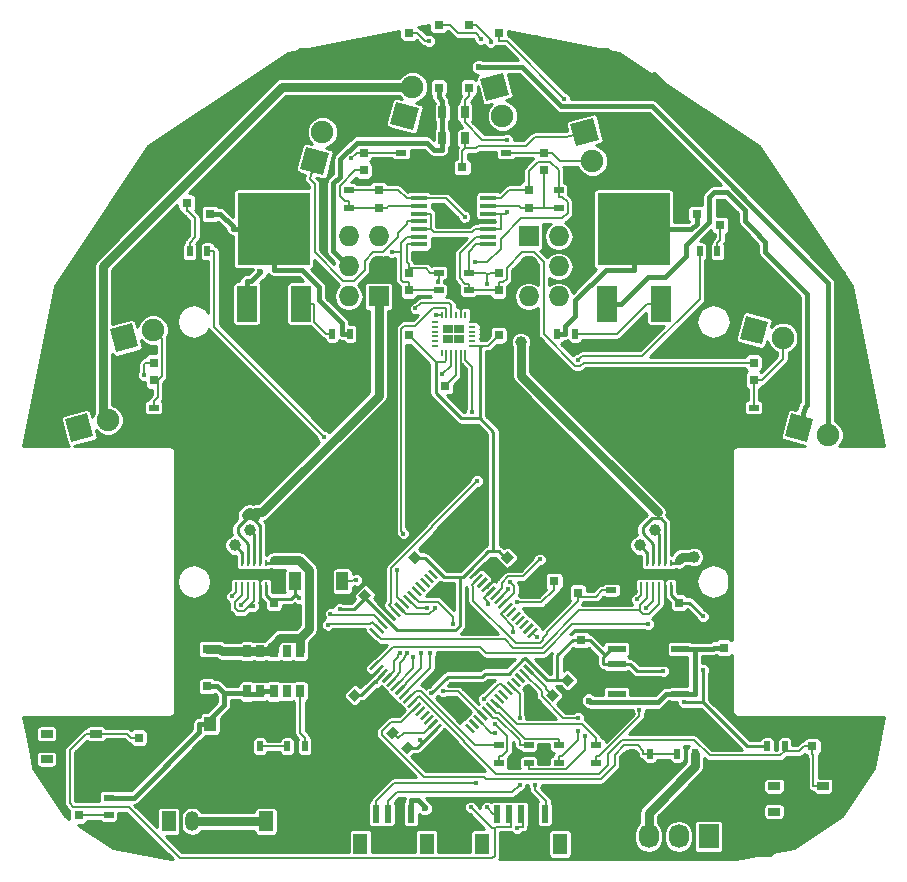
<source format=gtl>
G04 #@! TF.FileFunction,Copper,L1,Top,Signal*
%FSLAX46Y46*%
G04 Gerber Fmt 4.6, Leading zero omitted, Abs format (unit mm)*
G04 Created by KiCad (PCBNEW 4.0.1-stable) date 2016/09/09 20:04:21*
%MOMM*%
G01*
G04 APERTURE LIST*
%ADD10C,0.100000*%
%ADD11R,0.600000X1.550000*%
%ADD12R,1.200000X1.800000*%
%ADD13R,0.750000X0.800000*%
%ADD14R,0.800000X0.750000*%
%ADD15R,1.000000X1.250000*%
%ADD16R,0.797560X0.797560*%
%ADD17R,1.727200X1.727200*%
%ADD18O,1.727200X1.727200*%
%ADD19R,0.800100X0.800100*%
%ADD20R,0.500000X0.900000*%
%ADD21R,0.900000X0.500000*%
%ADD22R,1.000000X1.600000*%
%ADD23R,1.050000X0.650000*%
%ADD24R,1.727200X2.032000*%
%ADD25O,1.727200X2.032000*%
%ADD26R,0.650000X1.060000*%
%ADD27R,1.550000X0.600000*%
%ADD28R,1.651000X3.048000*%
%ADD29R,6.096000X6.096000*%
%ADD30R,1.450000X0.450000*%
%ADD31C,1.900000*%
%ADD32R,0.600000X0.180000*%
%ADD33R,0.875000X0.800000*%
%ADD34R,0.180000X0.600000*%
%ADD35R,5.000000X0.900000*%
%ADD36C,0.800000*%
%ADD37R,0.280000X0.500000*%
%ADD38R,1.200000X1.700000*%
%ADD39O,1.200000X1.700000*%
%ADD40R,0.800000X1.100000*%
%ADD41R,0.700000X1.100000*%
%ADD42R,0.700000X1.000000*%
%ADD43R,0.600000X1.100000*%
%ADD44C,0.400000*%
%ADD45C,0.600000*%
%ADD46C,1.000000*%
%ADD47C,0.290000*%
%ADD48C,0.200000*%
%ADD49C,0.440000*%
%ADD50C,0.190000*%
%ADD51C,0.249800*%
%ADD52C,0.800000*%
%ADD53C,0.254000*%
G04 APERTURE END LIST*
D10*
D11*
X150715000Y-118692500D03*
X149715000Y-118692500D03*
X148715000Y-118692500D03*
X147715000Y-118692500D03*
X146715000Y-118692500D03*
D12*
X152015000Y-121217500D03*
X145415000Y-121217500D03*
D10*
G36*
X134658008Y-108081662D02*
X135188338Y-108611992D01*
X134622652Y-109177678D01*
X134092322Y-108647348D01*
X134658008Y-108081662D01*
X134658008Y-108081662D01*
G37*
G36*
X133597348Y-109142322D02*
X134127678Y-109672652D01*
X133561992Y-110238338D01*
X133031662Y-109708008D01*
X133597348Y-109142322D01*
X133597348Y-109142322D01*
G37*
G36*
X139103008Y-112526662D02*
X139633338Y-113056992D01*
X139067652Y-113622678D01*
X138537322Y-113092348D01*
X139103008Y-112526662D01*
X139103008Y-112526662D01*
G37*
G36*
X138042348Y-113587322D02*
X138572678Y-114117652D01*
X138006992Y-114683338D01*
X137476662Y-114153008D01*
X138042348Y-113587322D01*
X138042348Y-113587322D01*
G37*
G36*
X152081662Y-107341992D02*
X152611992Y-106811662D01*
X153177678Y-107377348D01*
X152647348Y-107907678D01*
X152081662Y-107341992D01*
X152081662Y-107341992D01*
G37*
G36*
X153142322Y-108402652D02*
X153672652Y-107872322D01*
X154238338Y-108438008D01*
X153708008Y-108968338D01*
X153142322Y-108402652D01*
X153142322Y-108402652D01*
G37*
G36*
X147531992Y-97538338D02*
X147001662Y-97008008D01*
X147567348Y-96442322D01*
X148097678Y-96972652D01*
X147531992Y-97538338D01*
X147531992Y-97538338D01*
G37*
G36*
X148592652Y-96477678D02*
X148062322Y-95947348D01*
X148628008Y-95381662D01*
X149158338Y-95911992D01*
X148592652Y-96477678D01*
X148592652Y-96477678D01*
G37*
G36*
X135466992Y-100713338D02*
X134936662Y-100183008D01*
X135502348Y-99617322D01*
X136032678Y-100147652D01*
X135466992Y-100713338D01*
X135466992Y-100713338D01*
G37*
G36*
X136527652Y-99652678D02*
X135997322Y-99122348D01*
X136563008Y-98556662D01*
X137093338Y-99086992D01*
X136527652Y-99652678D01*
X136527652Y-99652678D01*
G37*
G36*
X140268338Y-97008008D02*
X139738008Y-97538338D01*
X139172322Y-96972652D01*
X139702652Y-96442322D01*
X140268338Y-97008008D01*
X140268338Y-97008008D01*
G37*
G36*
X139207678Y-95947348D02*
X138677348Y-96477678D01*
X138111662Y-95911992D01*
X138641992Y-95381662D01*
X139207678Y-95947348D01*
X139207678Y-95947348D01*
G37*
D13*
X116330000Y-112220000D03*
X116330000Y-113720000D03*
D10*
G36*
X137833008Y-111256662D02*
X138363338Y-111786992D01*
X137797652Y-112352678D01*
X137267322Y-111822348D01*
X137833008Y-111256662D01*
X137833008Y-111256662D01*
G37*
G36*
X136772348Y-112317322D02*
X137302678Y-112847652D01*
X136736992Y-113413338D01*
X136206662Y-112883008D01*
X136772348Y-112317322D01*
X136772348Y-112317322D01*
G37*
G36*
X150811662Y-108611992D02*
X151341992Y-108081662D01*
X151907678Y-108647348D01*
X151377348Y-109177678D01*
X150811662Y-108611992D01*
X150811662Y-108611992D01*
G37*
G36*
X151872322Y-109672652D02*
X152402652Y-109142322D01*
X152968338Y-109708008D01*
X152438008Y-110238338D01*
X151872322Y-109672652D01*
X151872322Y-109672652D01*
G37*
D13*
X127760000Y-100790000D03*
X127760000Y-102290000D03*
X162050000Y-100790000D03*
X162050000Y-102290000D03*
D14*
X122160000Y-104715000D03*
X120660000Y-104715000D03*
X122160000Y-107890000D03*
X120660000Y-107890000D03*
D15*
X122410000Y-111065000D03*
X120410000Y-111065000D03*
D13*
X141730000Y-57205000D03*
X141730000Y-55705000D03*
D14*
X143750000Y-63948000D03*
X142250000Y-63948000D03*
D13*
X144270000Y-57205000D03*
X144270000Y-55705000D03*
X165860000Y-104600000D03*
X165860000Y-106100000D03*
X153795000Y-103965000D03*
X153795000Y-105465000D03*
X136650000Y-65865000D03*
X136650000Y-67365000D03*
X135380000Y-64190000D03*
X135380000Y-62690000D03*
X139190000Y-72850000D03*
X139190000Y-74350000D03*
X117600000Y-80470000D03*
X117600000Y-81970000D03*
X146810000Y-72850000D03*
X146810000Y-74350000D03*
X168400000Y-80470000D03*
X168400000Y-81970000D03*
X149350000Y-65865000D03*
X149350000Y-67365000D03*
X150620000Y-64190000D03*
X150620000Y-62690000D03*
X139190000Y-78160000D03*
X139190000Y-76660000D03*
X146810000Y-76660000D03*
X146810000Y-78160000D03*
D14*
X142250000Y-82490000D03*
X143750000Y-82490000D03*
X173365000Y-112970000D03*
X174865000Y-112970000D03*
D16*
X139190000Y-52530700D03*
X139190000Y-54029300D03*
X141730000Y-51895700D03*
X141730000Y-53394300D03*
X144270000Y-51895700D03*
X144270000Y-53394300D03*
X146810000Y-52530700D03*
X146810000Y-54029300D03*
D17*
X136650000Y-74870000D03*
D18*
X134110000Y-74870000D03*
X136650000Y-72330000D03*
X134110000Y-72330000D03*
X136650000Y-69790000D03*
X134110000Y-69790000D03*
D17*
X149350000Y-69790000D03*
D18*
X151890000Y-69790000D03*
X149350000Y-72330000D03*
X151890000Y-72330000D03*
X149350000Y-74870000D03*
X151890000Y-74870000D03*
D19*
X165590760Y-68835000D03*
X165590760Y-66935000D03*
X163591780Y-67885000D03*
X120409240Y-66935000D03*
X120409240Y-68835000D03*
X122408220Y-67885000D03*
X153525760Y-99950000D03*
X153525760Y-98050000D03*
X151526780Y-99000000D03*
D20*
X163435000Y-113605000D03*
X161935000Y-113605000D03*
X128915000Y-112970000D03*
X130415000Y-112970000D03*
X159625000Y-113605000D03*
X158125000Y-113605000D03*
X126605000Y-112970000D03*
X125105000Y-112970000D03*
X151775000Y-78045000D03*
X153275000Y-78045000D03*
X165340000Y-71060000D03*
X163840000Y-71060000D03*
D21*
X134110000Y-65865000D03*
X134110000Y-67365000D03*
X138555000Y-62690000D03*
X138555000Y-64190000D03*
X141730000Y-72850000D03*
X141730000Y-74350000D03*
X117600000Y-84280000D03*
X117600000Y-85780000D03*
X144270000Y-72850000D03*
X144270000Y-74350000D03*
X168400000Y-84280000D03*
X168400000Y-85780000D03*
X151890000Y-65865000D03*
X151890000Y-67365000D03*
X147445000Y-62690000D03*
X147445000Y-64190000D03*
D20*
X134225000Y-78045000D03*
X132725000Y-78045000D03*
X120660000Y-71060000D03*
X122160000Y-71060000D03*
X169555000Y-112970000D03*
X171055000Y-112970000D03*
D21*
X146810000Y-112855000D03*
X146810000Y-114355000D03*
X149350000Y-112855000D03*
X149350000Y-114355000D03*
X151890000Y-112855000D03*
X151890000Y-114355000D03*
X155065000Y-112855000D03*
X155065000Y-114355000D03*
X156335000Y-99750000D03*
X156335000Y-98250000D03*
D22*
X129570000Y-99000000D03*
X133570000Y-99000000D03*
D23*
X108540000Y-111895000D03*
X112690000Y-111895000D03*
X108540000Y-114045000D03*
X112690000Y-114045000D03*
D24*
X164590000Y-120590000D03*
D25*
X162050000Y-120590000D03*
X159510000Y-120590000D03*
D23*
X170135000Y-116340000D03*
X174285000Y-116340000D03*
X170135000Y-118490000D03*
X174285000Y-118490000D03*
D10*
G36*
X141179200Y-97767676D02*
X141355977Y-97590899D01*
X142063084Y-98298006D01*
X141886307Y-98474783D01*
X141179200Y-97767676D01*
X141179200Y-97767676D01*
G37*
G36*
X140825646Y-98121229D02*
X141002423Y-97944452D01*
X141709530Y-98651559D01*
X141532753Y-98828336D01*
X140825646Y-98121229D01*
X140825646Y-98121229D01*
G37*
G36*
X140472093Y-98474783D02*
X140648870Y-98298006D01*
X141355977Y-99005113D01*
X141179200Y-99181890D01*
X140472093Y-98474783D01*
X140472093Y-98474783D01*
G37*
G36*
X140118540Y-98828336D02*
X140295317Y-98651559D01*
X141002424Y-99358666D01*
X140825647Y-99535443D01*
X140118540Y-98828336D01*
X140118540Y-98828336D01*
G37*
G36*
X139764986Y-99181889D02*
X139941763Y-99005112D01*
X140648870Y-99712219D01*
X140472093Y-99888996D01*
X139764986Y-99181889D01*
X139764986Y-99181889D01*
G37*
G36*
X139411433Y-99535443D02*
X139588210Y-99358666D01*
X140295317Y-100065773D01*
X140118540Y-100242550D01*
X139411433Y-99535443D01*
X139411433Y-99535443D01*
G37*
G36*
X139057879Y-99888996D02*
X139234656Y-99712219D01*
X139941763Y-100419326D01*
X139764986Y-100596103D01*
X139057879Y-99888996D01*
X139057879Y-99888996D01*
G37*
G36*
X138704326Y-100242550D02*
X138881103Y-100065773D01*
X139588210Y-100772880D01*
X139411433Y-100949657D01*
X138704326Y-100242550D01*
X138704326Y-100242550D01*
G37*
G36*
X138350773Y-100596103D02*
X138527550Y-100419326D01*
X139234657Y-101126433D01*
X139057880Y-101303210D01*
X138350773Y-100596103D01*
X138350773Y-100596103D01*
G37*
G36*
X137997219Y-100949656D02*
X138173996Y-100772879D01*
X138881103Y-101479986D01*
X138704326Y-101656763D01*
X137997219Y-100949656D01*
X137997219Y-100949656D01*
G37*
G36*
X137643666Y-101303210D02*
X137820443Y-101126433D01*
X138527550Y-101833540D01*
X138350773Y-102010317D01*
X137643666Y-101303210D01*
X137643666Y-101303210D01*
G37*
G36*
X137290112Y-101656763D02*
X137466889Y-101479986D01*
X138173996Y-102187093D01*
X137997219Y-102363870D01*
X137290112Y-101656763D01*
X137290112Y-101656763D01*
G37*
G36*
X136936559Y-102010317D02*
X137113336Y-101833540D01*
X137820443Y-102540647D01*
X137643666Y-102717424D01*
X136936559Y-102010317D01*
X136936559Y-102010317D01*
G37*
G36*
X136583006Y-102363870D02*
X136759783Y-102187093D01*
X137466890Y-102894200D01*
X137290113Y-103070977D01*
X136583006Y-102363870D01*
X136583006Y-102363870D01*
G37*
G36*
X136229452Y-102717423D02*
X136406229Y-102540646D01*
X137113336Y-103247753D01*
X136936559Y-103424530D01*
X136229452Y-102717423D01*
X136229452Y-102717423D01*
G37*
G36*
X135875899Y-103070977D02*
X136052676Y-102894200D01*
X136759783Y-103601307D01*
X136583006Y-103778084D01*
X135875899Y-103070977D01*
X135875899Y-103070977D01*
G37*
G36*
X136052676Y-106535800D02*
X135875899Y-106359023D01*
X136583006Y-105651916D01*
X136759783Y-105828693D01*
X136052676Y-106535800D01*
X136052676Y-106535800D01*
G37*
G36*
X136406229Y-106889354D02*
X136229452Y-106712577D01*
X136936559Y-106005470D01*
X137113336Y-106182247D01*
X136406229Y-106889354D01*
X136406229Y-106889354D01*
G37*
G36*
X136759783Y-107242907D02*
X136583006Y-107066130D01*
X137290113Y-106359023D01*
X137466890Y-106535800D01*
X136759783Y-107242907D01*
X136759783Y-107242907D01*
G37*
G36*
X137113336Y-107596460D02*
X136936559Y-107419683D01*
X137643666Y-106712576D01*
X137820443Y-106889353D01*
X137113336Y-107596460D01*
X137113336Y-107596460D01*
G37*
G36*
X137466889Y-107950014D02*
X137290112Y-107773237D01*
X137997219Y-107066130D01*
X138173996Y-107242907D01*
X137466889Y-107950014D01*
X137466889Y-107950014D01*
G37*
G36*
X137820443Y-108303567D02*
X137643666Y-108126790D01*
X138350773Y-107419683D01*
X138527550Y-107596460D01*
X137820443Y-108303567D01*
X137820443Y-108303567D01*
G37*
G36*
X138173996Y-108657121D02*
X137997219Y-108480344D01*
X138704326Y-107773237D01*
X138881103Y-107950014D01*
X138173996Y-108657121D01*
X138173996Y-108657121D01*
G37*
G36*
X138527550Y-109010674D02*
X138350773Y-108833897D01*
X139057880Y-108126790D01*
X139234657Y-108303567D01*
X138527550Y-109010674D01*
X138527550Y-109010674D01*
G37*
G36*
X138881103Y-109364227D02*
X138704326Y-109187450D01*
X139411433Y-108480343D01*
X139588210Y-108657120D01*
X138881103Y-109364227D01*
X138881103Y-109364227D01*
G37*
G36*
X139234656Y-109717781D02*
X139057879Y-109541004D01*
X139764986Y-108833897D01*
X139941763Y-109010674D01*
X139234656Y-109717781D01*
X139234656Y-109717781D01*
G37*
G36*
X139588210Y-110071334D02*
X139411433Y-109894557D01*
X140118540Y-109187450D01*
X140295317Y-109364227D01*
X139588210Y-110071334D01*
X139588210Y-110071334D01*
G37*
G36*
X139941763Y-110424888D02*
X139764986Y-110248111D01*
X140472093Y-109541004D01*
X140648870Y-109717781D01*
X139941763Y-110424888D01*
X139941763Y-110424888D01*
G37*
G36*
X140295317Y-110778441D02*
X140118540Y-110601664D01*
X140825647Y-109894557D01*
X141002424Y-110071334D01*
X140295317Y-110778441D01*
X140295317Y-110778441D01*
G37*
G36*
X140648870Y-111131994D02*
X140472093Y-110955217D01*
X141179200Y-110248110D01*
X141355977Y-110424887D01*
X140648870Y-111131994D01*
X140648870Y-111131994D01*
G37*
G36*
X141002423Y-111485548D02*
X140825646Y-111308771D01*
X141532753Y-110601664D01*
X141709530Y-110778441D01*
X141002423Y-111485548D01*
X141002423Y-111485548D01*
G37*
G36*
X141355977Y-111839101D02*
X141179200Y-111662324D01*
X141886307Y-110955217D01*
X142063084Y-111131994D01*
X141355977Y-111839101D01*
X141355977Y-111839101D01*
G37*
G36*
X143936916Y-111131994D02*
X144113693Y-110955217D01*
X144820800Y-111662324D01*
X144644023Y-111839101D01*
X143936916Y-111131994D01*
X143936916Y-111131994D01*
G37*
G36*
X144290470Y-110778441D02*
X144467247Y-110601664D01*
X145174354Y-111308771D01*
X144997577Y-111485548D01*
X144290470Y-110778441D01*
X144290470Y-110778441D01*
G37*
G36*
X144644023Y-110424887D02*
X144820800Y-110248110D01*
X145527907Y-110955217D01*
X145351130Y-111131994D01*
X144644023Y-110424887D01*
X144644023Y-110424887D01*
G37*
G36*
X144997576Y-110071334D02*
X145174353Y-109894557D01*
X145881460Y-110601664D01*
X145704683Y-110778441D01*
X144997576Y-110071334D01*
X144997576Y-110071334D01*
G37*
G36*
X145351130Y-109717781D02*
X145527907Y-109541004D01*
X146235014Y-110248111D01*
X146058237Y-110424888D01*
X145351130Y-109717781D01*
X145351130Y-109717781D01*
G37*
G36*
X145704683Y-109364227D02*
X145881460Y-109187450D01*
X146588567Y-109894557D01*
X146411790Y-110071334D01*
X145704683Y-109364227D01*
X145704683Y-109364227D01*
G37*
G36*
X146058237Y-109010674D02*
X146235014Y-108833897D01*
X146942121Y-109541004D01*
X146765344Y-109717781D01*
X146058237Y-109010674D01*
X146058237Y-109010674D01*
G37*
G36*
X146411790Y-108657120D02*
X146588567Y-108480343D01*
X147295674Y-109187450D01*
X147118897Y-109364227D01*
X146411790Y-108657120D01*
X146411790Y-108657120D01*
G37*
G36*
X146765343Y-108303567D02*
X146942120Y-108126790D01*
X147649227Y-108833897D01*
X147472450Y-109010674D01*
X146765343Y-108303567D01*
X146765343Y-108303567D01*
G37*
G36*
X147118897Y-107950014D02*
X147295674Y-107773237D01*
X148002781Y-108480344D01*
X147826004Y-108657121D01*
X147118897Y-107950014D01*
X147118897Y-107950014D01*
G37*
G36*
X147472450Y-107596460D02*
X147649227Y-107419683D01*
X148356334Y-108126790D01*
X148179557Y-108303567D01*
X147472450Y-107596460D01*
X147472450Y-107596460D01*
G37*
G36*
X147826004Y-107242907D02*
X148002781Y-107066130D01*
X148709888Y-107773237D01*
X148533111Y-107950014D01*
X147826004Y-107242907D01*
X147826004Y-107242907D01*
G37*
G36*
X148179557Y-106889353D02*
X148356334Y-106712576D01*
X149063441Y-107419683D01*
X148886664Y-107596460D01*
X148179557Y-106889353D01*
X148179557Y-106889353D01*
G37*
G36*
X148533110Y-106535800D02*
X148709887Y-106359023D01*
X149416994Y-107066130D01*
X149240217Y-107242907D01*
X148533110Y-106535800D01*
X148533110Y-106535800D01*
G37*
G36*
X148886664Y-106182247D02*
X149063441Y-106005470D01*
X149770548Y-106712577D01*
X149593771Y-106889354D01*
X148886664Y-106182247D01*
X148886664Y-106182247D01*
G37*
G36*
X149240217Y-105828693D02*
X149416994Y-105651916D01*
X150124101Y-106359023D01*
X149947324Y-106535800D01*
X149240217Y-105828693D01*
X149240217Y-105828693D01*
G37*
G36*
X149416994Y-103778084D02*
X149240217Y-103601307D01*
X149947324Y-102894200D01*
X150124101Y-103070977D01*
X149416994Y-103778084D01*
X149416994Y-103778084D01*
G37*
G36*
X149063441Y-103424530D02*
X148886664Y-103247753D01*
X149593771Y-102540646D01*
X149770548Y-102717423D01*
X149063441Y-103424530D01*
X149063441Y-103424530D01*
G37*
G36*
X148709887Y-103070977D02*
X148533110Y-102894200D01*
X149240217Y-102187093D01*
X149416994Y-102363870D01*
X148709887Y-103070977D01*
X148709887Y-103070977D01*
G37*
G36*
X148356334Y-102717424D02*
X148179557Y-102540647D01*
X148886664Y-101833540D01*
X149063441Y-102010317D01*
X148356334Y-102717424D01*
X148356334Y-102717424D01*
G37*
G36*
X148002781Y-102363870D02*
X147826004Y-102187093D01*
X148533111Y-101479986D01*
X148709888Y-101656763D01*
X148002781Y-102363870D01*
X148002781Y-102363870D01*
G37*
G36*
X147649227Y-102010317D02*
X147472450Y-101833540D01*
X148179557Y-101126433D01*
X148356334Y-101303210D01*
X147649227Y-102010317D01*
X147649227Y-102010317D01*
G37*
G36*
X147295674Y-101656763D02*
X147118897Y-101479986D01*
X147826004Y-100772879D01*
X148002781Y-100949656D01*
X147295674Y-101656763D01*
X147295674Y-101656763D01*
G37*
G36*
X146942120Y-101303210D02*
X146765343Y-101126433D01*
X147472450Y-100419326D01*
X147649227Y-100596103D01*
X146942120Y-101303210D01*
X146942120Y-101303210D01*
G37*
G36*
X146588567Y-100949657D02*
X146411790Y-100772880D01*
X147118897Y-100065773D01*
X147295674Y-100242550D01*
X146588567Y-100949657D01*
X146588567Y-100949657D01*
G37*
G36*
X146235014Y-100596103D02*
X146058237Y-100419326D01*
X146765344Y-99712219D01*
X146942121Y-99888996D01*
X146235014Y-100596103D01*
X146235014Y-100596103D01*
G37*
G36*
X145881460Y-100242550D02*
X145704683Y-100065773D01*
X146411790Y-99358666D01*
X146588567Y-99535443D01*
X145881460Y-100242550D01*
X145881460Y-100242550D01*
G37*
G36*
X145527907Y-99888996D02*
X145351130Y-99712219D01*
X146058237Y-99005112D01*
X146235014Y-99181889D01*
X145527907Y-99888996D01*
X145527907Y-99888996D01*
G37*
G36*
X145174353Y-99535443D02*
X144997576Y-99358666D01*
X145704683Y-98651559D01*
X145881460Y-98828336D01*
X145174353Y-99535443D01*
X145174353Y-99535443D01*
G37*
G36*
X144820800Y-99181890D02*
X144644023Y-99005113D01*
X145351130Y-98298006D01*
X145527907Y-98474783D01*
X144820800Y-99181890D01*
X144820800Y-99181890D01*
G37*
G36*
X144467247Y-98828336D02*
X144290470Y-98651559D01*
X144997577Y-97944452D01*
X145174354Y-98121229D01*
X144467247Y-98828336D01*
X144467247Y-98828336D01*
G37*
G36*
X144113693Y-98474783D02*
X143936916Y-98298006D01*
X144644023Y-97590899D01*
X144820800Y-97767676D01*
X144113693Y-98474783D01*
X144113693Y-98474783D01*
G37*
D26*
X143950000Y-59292000D03*
X143000000Y-59292000D03*
X142050000Y-59292000D03*
X142050000Y-61492000D03*
X143950000Y-61492000D03*
D27*
X156810000Y-104715000D03*
X156810000Y-105985000D03*
X156810000Y-107255000D03*
X156810000Y-108525000D03*
X162210000Y-108525000D03*
X162210000Y-107255000D03*
X162210000Y-105985000D03*
X162210000Y-104715000D03*
D28*
X155954000Y-75505000D03*
D29*
X158240000Y-69155000D03*
D28*
X160526000Y-75505000D03*
D30*
X140050000Y-66570000D03*
X140050000Y-67220000D03*
X140050000Y-67870000D03*
X140050000Y-68520000D03*
X140050000Y-69170000D03*
X140050000Y-69820000D03*
X140050000Y-70470000D03*
X145950000Y-70470000D03*
X145950000Y-69820000D03*
X145950000Y-69170000D03*
X145950000Y-68520000D03*
X145950000Y-67870000D03*
X145950000Y-67220000D03*
X145950000Y-66570000D03*
D28*
X125474000Y-75505000D03*
D29*
X127760000Y-69155000D03*
D28*
X130046000Y-75505000D03*
D10*
G36*
X169102084Y-78928104D02*
X167266825Y-78436348D01*
X167784464Y-76504496D01*
X169619723Y-76996252D01*
X169102084Y-78928104D01*
X169102084Y-78928104D01*
G37*
D31*
X170896726Y-78373700D03*
D10*
G36*
X172912084Y-87183104D02*
X171076825Y-86691348D01*
X171594464Y-84759496D01*
X173429723Y-85251252D01*
X172912084Y-87183104D01*
X172912084Y-87183104D01*
G37*
D31*
X174706726Y-86628700D03*
D10*
G36*
X145761252Y-58309723D02*
X145269496Y-56474464D01*
X147201348Y-55956825D01*
X147693104Y-57792084D01*
X145761252Y-58309723D01*
X145761252Y-58309723D01*
G37*
D31*
X147138700Y-59586726D03*
D10*
G36*
X153381252Y-62119723D02*
X152889496Y-60284464D01*
X154821348Y-59766825D01*
X155313104Y-61602084D01*
X153381252Y-62119723D01*
X153381252Y-62119723D01*
G37*
D31*
X154758700Y-63396726D03*
D10*
G36*
X140073104Y-58927916D02*
X139581348Y-60763175D01*
X137649496Y-60245536D01*
X138141252Y-58410277D01*
X140073104Y-58927916D01*
X140073104Y-58927916D01*
G37*
D31*
X139518700Y-57133274D03*
D10*
G36*
X116279723Y-79093748D02*
X114444464Y-79585504D01*
X113926825Y-77653652D01*
X115762084Y-77161896D01*
X116279723Y-79093748D01*
X116279723Y-79093748D01*
G37*
D31*
X117556726Y-77716300D03*
D10*
G36*
X112469723Y-86713748D02*
X110634464Y-87205504D01*
X110116825Y-85273652D01*
X111952084Y-84781896D01*
X112469723Y-86713748D01*
X112469723Y-86713748D01*
G37*
D31*
X113746726Y-85336300D03*
D10*
G36*
X132453104Y-62737916D02*
X131961348Y-64573175D01*
X130029496Y-64055536D01*
X130521252Y-62220277D01*
X132453104Y-62737916D01*
X132453104Y-62737916D01*
G37*
D31*
X131898700Y-60943274D03*
D32*
X141400000Y-77045000D03*
D33*
X143435000Y-78445000D03*
X143435000Y-77645000D03*
X142565000Y-78445000D03*
X142565000Y-77645000D03*
D32*
X141400000Y-77445000D03*
X141400000Y-77845000D03*
X141400000Y-78245000D03*
X141400000Y-78645000D03*
X141400000Y-79045000D03*
D34*
X142000000Y-79645000D03*
X142400000Y-79645000D03*
X142800000Y-79645000D03*
X143200000Y-79645000D03*
X143600000Y-79645000D03*
X144000000Y-79645000D03*
D32*
X144600000Y-79045000D03*
X144600000Y-78645000D03*
X144600000Y-78245000D03*
X144600000Y-77845000D03*
X144600000Y-77445000D03*
X144600000Y-77045000D03*
D34*
X144000000Y-76445000D03*
X143600000Y-76445000D03*
X143200000Y-76445000D03*
X142800000Y-76445000D03*
X142400000Y-76445000D03*
X142000000Y-76445000D03*
D16*
X111250000Y-118799300D03*
X111250000Y-117300700D03*
D21*
X113790000Y-117300000D03*
X113790000Y-118800000D03*
D35*
X160145000Y-98365000D03*
D36*
X160145000Y-98365000D03*
D37*
X161395000Y-97415000D03*
D36*
X161145000Y-98365000D03*
X159145000Y-98365000D03*
D37*
X160895000Y-97415000D03*
X160395000Y-97415000D03*
X159895000Y-97415000D03*
X159395000Y-97415000D03*
X158895000Y-97415000D03*
X158895000Y-99315000D03*
X159395000Y-99315000D03*
X159895000Y-99315000D03*
X160395000Y-99315000D03*
X160895000Y-99315000D03*
X161395000Y-99315000D03*
D38*
X118870000Y-119320000D03*
D39*
X120870000Y-119320000D03*
D38*
X127125000Y-119320000D03*
D39*
X129125000Y-119320000D03*
D11*
X139420000Y-118692500D03*
X138420000Y-118692500D03*
X137420000Y-118692500D03*
X136420000Y-118692500D03*
D12*
X140720000Y-121217500D03*
X135120000Y-121217500D03*
D35*
X125855000Y-98365000D03*
D36*
X125855000Y-98365000D03*
D37*
X127105000Y-97415000D03*
D36*
X126855000Y-98365000D03*
X124855000Y-98365000D03*
D37*
X126605000Y-97415000D03*
X126105000Y-97415000D03*
X125605000Y-97415000D03*
X125105000Y-97415000D03*
X124605000Y-97415000D03*
X124605000Y-99315000D03*
X125105000Y-99315000D03*
X125605000Y-99315000D03*
X126105000Y-99315000D03*
X126605000Y-99315000D03*
X127105000Y-99315000D03*
D40*
X127760000Y-106620000D03*
D41*
X130010000Y-108320000D03*
D42*
X128910000Y-108320000D03*
D40*
X127760000Y-108320000D03*
D42*
X126610000Y-108320000D03*
D41*
X125510000Y-108320000D03*
D43*
X125560000Y-106620000D03*
D41*
X125510000Y-104920000D03*
D42*
X126610000Y-104920000D03*
D40*
X127760000Y-104920000D03*
D42*
X128910000Y-104920000D03*
D41*
X130010000Y-104920000D03*
D43*
X129960000Y-106620000D03*
D41*
X126610000Y-106620000D03*
D44*
X160761700Y-106609400D03*
X133393000Y-101317500D03*
X162485500Y-109241800D03*
X136408100Y-107497500D03*
X140134900Y-112393000D03*
X164129000Y-106513100D03*
X164129000Y-101964600D03*
X129915000Y-100381400D03*
X141109200Y-108466700D03*
D45*
X113000000Y-116000000D03*
X133000000Y-116000000D03*
X133000000Y-117000000D03*
X133000000Y-118000000D03*
X133000000Y-119000000D03*
X133000000Y-120000000D03*
X133000000Y-121000000D03*
X131000000Y-120000000D03*
X131000000Y-119000000D03*
X131000000Y-118219900D03*
X131000000Y-117000000D03*
X130000000Y-117000000D03*
X129000000Y-117000000D03*
X159000000Y-117000000D03*
X158000000Y-117000000D03*
X157000000Y-117000000D03*
X156000000Y-117000000D03*
X155000000Y-117000000D03*
X154000000Y-117000000D03*
X153000000Y-117000000D03*
X158000000Y-119000000D03*
X157000000Y-119000000D03*
X156000000Y-119000000D03*
X155000000Y-119000000D03*
X154000000Y-119000000D03*
X153000000Y-119000000D03*
X113155000Y-86935000D03*
X114425000Y-86935000D03*
X151255000Y-91380000D03*
X151255000Y-92650000D03*
X154430000Y-70425000D03*
X154430000Y-67885000D03*
X153795000Y-67250000D03*
X156335000Y-65345000D03*
X156335000Y-64710000D03*
X128000000Y-95000000D03*
X129000000Y-95000000D03*
X130000000Y-95000000D03*
X131000000Y-95000000D03*
X132000000Y-95000000D03*
X133000000Y-95000000D03*
X128000000Y-94000000D03*
X128000000Y-90000000D03*
X128000000Y-89000000D03*
X128000000Y-88000000D03*
X128000000Y-87000000D03*
X128000000Y-86000000D03*
X128000000Y-85000000D03*
X135000000Y-82000000D03*
X134000000Y-82000000D03*
X133000000Y-82000000D03*
X132000000Y-82000000D03*
X136000000Y-86000000D03*
X136000000Y-87000000D03*
X136000000Y-88000000D03*
X136000000Y-89000000D03*
X129000000Y-78000000D03*
X129000000Y-79000000D03*
X128000000Y-80000000D03*
X131000000Y-82000000D03*
X152500000Y-96500000D03*
X144000000Y-114500000D03*
X151000000Y-110500000D03*
X159500000Y-111000000D03*
X157000000Y-111000000D03*
X152500000Y-108500000D03*
X151000000Y-113500000D03*
X166000000Y-113000000D03*
X165000000Y-113000000D03*
X168500000Y-118000000D03*
X168500000Y-117000000D03*
X168500000Y-116000000D03*
X168500000Y-115000000D03*
X129000000Y-111000000D03*
X128000000Y-111000000D03*
X127000000Y-111000000D03*
X126000000Y-111000000D03*
X125000000Y-111000000D03*
X129500000Y-102000000D03*
X143500000Y-84000000D03*
X141250000Y-91000000D03*
X141000000Y-85000000D03*
X141000000Y-86000000D03*
X141000000Y-87000000D03*
X142250000Y-96500000D03*
X142250000Y-97250000D03*
X141500000Y-99750000D03*
X141250000Y-92000000D03*
X141250000Y-93000000D03*
X145250000Y-95000000D03*
X145250000Y-94000000D03*
X145250000Y-93000000D03*
X145250000Y-92000000D03*
X143750000Y-97250000D03*
X143750000Y-96500000D03*
X118000000Y-70000000D03*
X123000000Y-66000000D03*
X123000000Y-65000000D03*
X130000000Y-65000000D03*
X134000000Y-61000000D03*
X135000000Y-61000000D03*
X136000000Y-61000000D03*
X137000000Y-61000000D03*
X150000000Y-53000000D03*
X151000000Y-54000000D03*
X152000000Y-55000000D03*
X153000000Y-56000000D03*
X154000000Y-57000000D03*
X155000000Y-58000000D03*
X167000000Y-72000000D03*
X165000000Y-75000000D03*
X165000000Y-74000000D03*
X164000000Y-79000000D03*
X166000000Y-79000000D03*
X165000000Y-79000000D03*
X158000000Y-88000000D03*
X157000000Y-88000000D03*
X152500000Y-83000000D03*
X152500000Y-82000000D03*
X152500000Y-88000000D03*
X152500000Y-89000000D03*
X152500000Y-90000000D03*
X152500000Y-91000000D03*
X152500000Y-92000000D03*
X152500000Y-93000000D03*
X120000000Y-109000000D03*
X118000000Y-112000000D03*
X118000000Y-111000000D03*
X112000000Y-113000000D03*
X110000000Y-112000000D03*
X172000000Y-119000000D03*
X172000000Y-118000000D03*
X172000000Y-117000000D03*
X172000000Y-116000000D03*
X139000000Y-121000000D03*
X138000000Y-121000000D03*
X137000000Y-121000000D03*
X127000000Y-121000000D03*
X126000000Y-121000000D03*
X125000000Y-121000000D03*
X124000000Y-121000000D03*
X128000000Y-121000000D03*
X129000000Y-121000000D03*
X132000000Y-121000000D03*
X131000000Y-121000000D03*
X130000000Y-121000000D03*
X133000000Y-115000000D03*
X132000000Y-115000000D03*
X131000000Y-115000000D03*
X130000000Y-115000000D03*
X129000000Y-115000000D03*
X128000000Y-115000000D03*
X127000000Y-115000000D03*
X126000000Y-115000000D03*
X125000000Y-115000000D03*
X124000000Y-115000000D03*
X123000000Y-115000000D03*
X122000000Y-115000000D03*
X121000000Y-115000000D03*
X120000000Y-115000000D03*
X116000000Y-115000000D03*
X115000000Y-115000000D03*
X116000000Y-121000000D03*
X116000000Y-120000000D03*
X162000000Y-66000000D03*
X162000000Y-65000000D03*
X162000000Y-64000000D03*
X162000000Y-63000000D03*
X143060650Y-70060650D03*
X142000000Y-71000000D03*
X158000000Y-79000000D03*
X157000000Y-79000000D03*
X156000000Y-79000000D03*
X155000000Y-79000000D03*
X159000000Y-82000000D03*
X158000000Y-82000000D03*
X157000000Y-82000000D03*
X156000000Y-82000000D03*
X155000000Y-82000000D03*
X158000000Y-104000000D03*
X160000000Y-108000000D03*
X151000000Y-106000000D03*
X145000000Y-103000000D03*
X142000000Y-118000000D03*
X142000000Y-114000000D03*
X142000000Y-113000000D03*
X142000000Y-109000000D03*
X144000000Y-110000000D03*
X144000000Y-108000000D03*
X145000000Y-108000000D03*
X145000000Y-106000000D03*
X144000000Y-106000000D03*
X142000000Y-106000000D03*
X139000000Y-115000000D03*
X132000000Y-104000000D03*
X136000000Y-105000000D03*
X135000000Y-104000000D03*
X135000000Y-110000000D03*
X136000000Y-111000000D03*
X135000000Y-112000000D03*
X134000000Y-111000000D03*
X125000000Y-103000000D03*
X121000000Y-106000000D03*
X120000000Y-106000000D03*
X121000000Y-101000000D03*
X121000000Y-102000000D03*
X121000000Y-103000000D03*
X158000000Y-94000000D03*
X157000000Y-94000000D03*
X156000000Y-94000000D03*
X155000000Y-94000000D03*
X148000000Y-94000000D03*
X148000000Y-83000000D03*
X148000000Y-84000000D03*
X148000000Y-85000000D03*
X148000000Y-86000000D03*
X148000000Y-87000000D03*
X148000000Y-88000000D03*
X148000000Y-89000000D03*
X148000000Y-90000000D03*
X148000000Y-91000000D03*
X148000000Y-92000000D03*
X148000000Y-93000000D03*
X153000000Y-106000000D03*
X152000000Y-101000000D03*
X151000000Y-102000000D03*
X150000000Y-102000000D03*
D44*
X154904500Y-107206100D03*
X155000000Y-106000000D03*
D45*
X166000000Y-101000000D03*
X166000000Y-102000000D03*
X166000000Y-109000000D03*
X166000000Y-108000000D03*
X177000000Y-111000000D03*
X177000000Y-112000000D03*
X177000000Y-113000000D03*
X177000000Y-114000000D03*
X177000000Y-115000000D03*
X177000000Y-116000000D03*
X165000000Y-118000000D03*
X165000000Y-117000000D03*
X165000000Y-116000000D03*
X165000000Y-115000000D03*
X121000000Y-87000000D03*
X121000000Y-86000000D03*
X121000000Y-85000000D03*
X121000000Y-84000000D03*
X121000000Y-83000000D03*
X121000000Y-91000000D03*
X121000000Y-92000000D03*
X121000000Y-93000000D03*
X121000000Y-94000000D03*
X121000000Y-95000000D03*
X121000000Y-96000000D03*
X121000000Y-97000000D03*
X121000000Y-79000000D03*
X165000000Y-96000000D03*
X165000000Y-95000000D03*
X165000000Y-94000000D03*
X165000000Y-93000000D03*
X165000000Y-92000000D03*
X165000000Y-91000000D03*
X165000000Y-90000000D03*
X165000000Y-89000000D03*
X165000000Y-88000000D03*
X165000000Y-87000000D03*
X165000000Y-86000000D03*
X165000000Y-85000000D03*
X165000000Y-84000000D03*
X165000000Y-83000000D03*
X165000000Y-82000000D03*
X170000000Y-83000000D03*
X170000000Y-84000000D03*
X170000000Y-85000000D03*
X170000000Y-86000000D03*
X170000000Y-87000000D03*
X178000000Y-87000000D03*
X178000000Y-86000000D03*
X178000000Y-85000000D03*
X176000000Y-75000000D03*
X176000000Y-74000000D03*
X176000000Y-73000000D03*
X149000000Y-60000000D03*
X149000000Y-61000000D03*
X149000000Y-63500000D03*
X158000000Y-56000000D03*
X159000000Y-57000000D03*
X165000000Y-61000000D03*
X166000000Y-62000000D03*
X167000000Y-63000000D03*
X168000000Y-64000000D03*
X169000000Y-65000000D03*
X170000000Y-66000000D03*
X171000000Y-67000000D03*
X168000000Y-71000000D03*
X146000000Y-63000000D03*
X146000000Y-64000000D03*
X140000000Y-64000000D03*
X140000000Y-63000000D03*
X143000000Y-55000000D03*
X127000000Y-57000000D03*
X128000000Y-56000000D03*
X136000000Y-54000000D03*
X108000000Y-85000000D03*
X108000000Y-84000000D03*
X121000000Y-61000000D03*
X120000000Y-62000000D03*
X119000000Y-63000000D03*
X118000000Y-64000000D03*
X117000000Y-65000000D03*
X116000000Y-66000000D03*
X115000000Y-67000000D03*
X111000000Y-74000000D03*
X111000000Y-75000000D03*
X140000000Y-55000000D03*
X138000000Y-56000000D03*
X115000000Y-81000000D03*
X108000000Y-87000000D03*
X108000000Y-86000000D03*
X144292900Y-75180900D03*
X144279800Y-68841500D03*
X143878300Y-81202900D03*
D44*
X144494900Y-118133400D03*
X142945400Y-102581900D03*
D46*
X163328500Y-96932300D03*
D45*
X140575700Y-118190100D03*
X154432100Y-109084700D03*
D44*
X147555000Y-61616300D03*
X147555000Y-67738900D03*
X143938100Y-68173500D03*
X140769500Y-101227300D03*
X134355900Y-63178200D03*
X141650000Y-73688100D03*
X138250600Y-98071200D03*
X137774700Y-71121800D03*
X116797500Y-81530900D03*
X145827300Y-73843000D03*
X141411400Y-101227300D03*
X144831800Y-71963900D03*
X144982000Y-90485400D03*
X146538500Y-111093800D03*
X140906600Y-53226600D03*
X154161900Y-112092100D03*
X145339400Y-53073600D03*
X153557300Y-111632400D03*
X146130300Y-53322700D03*
D46*
X125728000Y-94682000D03*
X124458000Y-95952000D03*
D44*
X147596400Y-99683000D03*
X147791100Y-99082600D03*
D46*
X148713600Y-78758400D03*
X160018000Y-94682000D03*
X158748000Y-95952000D03*
D44*
X145918400Y-100880000D03*
X150332400Y-97136700D03*
X149867100Y-116233900D03*
X150063100Y-103749700D03*
X148404700Y-119887300D03*
X153551800Y-110583200D03*
X145824800Y-118141700D03*
X148041000Y-103280600D03*
X148590000Y-116228600D03*
X148590000Y-110567700D03*
X144893900Y-116066500D03*
X145548900Y-108939400D03*
X134778900Y-98856100D03*
X148407000Y-100784900D03*
X146546800Y-111810900D03*
X153514700Y-80269600D03*
X142085400Y-108297400D03*
X132021000Y-86758600D03*
X126028500Y-101062800D03*
X132577700Y-101718100D03*
X124966000Y-101032000D03*
X124204000Y-100270000D03*
X132349400Y-102663800D03*
X159256000Y-101286000D03*
X158494000Y-100524000D03*
X159493400Y-102634100D03*
X139769000Y-75892800D03*
X138464200Y-105036800D03*
X138761100Y-94949800D03*
X139080600Y-105088000D03*
X142050600Y-81475400D03*
X139606800Y-105410800D03*
X141479300Y-76403200D03*
X140253600Y-105040000D03*
X144567600Y-84635000D03*
X141026900Y-105036800D03*
D45*
X145164500Y-55450200D03*
X126650700Y-72797300D03*
D44*
X158736200Y-109889900D03*
X152388900Y-58134700D03*
D47*
X139720000Y-96990300D02*
X139720300Y-96990300D01*
X147550000Y-96990300D02*
X147549700Y-96990300D01*
X149682200Y-106094200D02*
X149682000Y-106094000D01*
X137024900Y-106801100D02*
X137025000Y-106801000D01*
X137024900Y-106801100D02*
X137024900Y-106801000D01*
X141117900Y-111900400D02*
X141621000Y-111397000D01*
X141621100Y-111397200D02*
X141117900Y-111900400D01*
X144378900Y-98032800D02*
X144379000Y-98032800D01*
X161395000Y-100135000D02*
X162050000Y-100790000D01*
X161395000Y-99315000D02*
X161395000Y-100135000D01*
X144378900Y-98032800D02*
X143929100Y-98482600D01*
X139085300Y-113074700D02*
X139085300Y-113075000D01*
X139085000Y-113075000D02*
X139085300Y-113075000D01*
X156810000Y-104715000D02*
X156372400Y-104715000D01*
X156810000Y-105985000D02*
X157930300Y-105985000D01*
X135484700Y-100246000D02*
X135484700Y-100165300D01*
X135485000Y-100246300D02*
X135484700Y-100246000D01*
X149682200Y-106094200D02*
X149682200Y-106093900D01*
X135485000Y-100246300D02*
X135485000Y-100382000D01*
X135485000Y-100382000D02*
X137379000Y-102275000D01*
X135485000Y-100165000D02*
X135485000Y-100246300D01*
X134549500Y-101317500D02*
X133393000Y-101317500D01*
X135485000Y-100382000D02*
X134549500Y-101317500D01*
X156810000Y-105985000D02*
X155689700Y-105985000D01*
X153795000Y-103965000D02*
X154515300Y-103965000D01*
X154515300Y-103965000D02*
X155818900Y-105268500D01*
X156372400Y-104715000D02*
X155818900Y-105268500D01*
X155689700Y-105397700D02*
X155689700Y-105985000D01*
X155818900Y-105268500D02*
X155689700Y-105397700D01*
X158554700Y-106609400D02*
X160761700Y-106609400D01*
X157930300Y-105985000D02*
X158554700Y-106609400D01*
X140579000Y-96990300D02*
X141621000Y-98032800D01*
X139720300Y-96990300D02*
X140579000Y-96990300D01*
X141621100Y-98032800D02*
X141920000Y-98331700D01*
X141920000Y-98331700D02*
X142218900Y-98630500D01*
X141919900Y-98331700D02*
X141621000Y-98032800D01*
X141920000Y-98331700D02*
X141919900Y-98331700D01*
X169555000Y-112970000D02*
X168959700Y-112970000D01*
X137378500Y-102275500D02*
X137379000Y-102275000D01*
X150948000Y-107360000D02*
X149682200Y-106094200D01*
X151788700Y-107360000D02*
X150948000Y-107360000D01*
X151788700Y-105251000D02*
X153074700Y-103965000D01*
X151788700Y-107360000D02*
X151788700Y-105251000D01*
X153795000Y-103965000D02*
X153074700Y-103965000D01*
X136368300Y-107457700D02*
X137024900Y-106801100D01*
X136368300Y-107457700D02*
X136408100Y-107497500D01*
X139944000Y-113075000D02*
X140478800Y-112539900D01*
X139085300Y-113075000D02*
X139944000Y-113075000D01*
X140478800Y-112539900D02*
X141117900Y-111900400D01*
X140281800Y-112539900D02*
X140134900Y-112393000D01*
X140478800Y-112539900D02*
X140281800Y-112539900D01*
D48*
X144600000Y-79045000D02*
X145396400Y-79045000D01*
X145925000Y-79045000D02*
X146810000Y-78160000D01*
X145396400Y-79045000D02*
X145925000Y-79045000D01*
X142238000Y-80458000D02*
X141488000Y-80458000D01*
X142400000Y-80296000D02*
X142238000Y-80458000D01*
X142400000Y-79645000D02*
X142400000Y-80296000D01*
X141488000Y-80458000D02*
X139190000Y-78160000D01*
D47*
X146810000Y-96460000D02*
X146381000Y-96460000D01*
X147340000Y-96990300D02*
X146810000Y-96460000D01*
X147549700Y-96990300D02*
X147340000Y-96990300D01*
X145952000Y-96460000D02*
X144379000Y-98032800D01*
X146381000Y-96460000D02*
X145952000Y-96460000D01*
X129570000Y-99000000D02*
X129570000Y-100145300D01*
X129678900Y-100145300D02*
X129915000Y-100381400D01*
X129570000Y-100145300D02*
X129678900Y-100145300D01*
X127105000Y-100135000D02*
X127432500Y-100462500D01*
X127105000Y-99315000D02*
X127105000Y-100135000D01*
X127432500Y-100462500D02*
X127760000Y-100790000D01*
X129252800Y-100462500D02*
X129570000Y-100145300D01*
X127432500Y-100462500D02*
X129252800Y-100462500D01*
X145256200Y-79185200D02*
X145396400Y-79045000D01*
X145256200Y-85194000D02*
X145256200Y-79185200D01*
X141488000Y-83050900D02*
X141488000Y-80458000D01*
X143631100Y-85194000D02*
X141488000Y-83050900D01*
X145256200Y-85194000D02*
X143631100Y-85194000D01*
X146381000Y-86318800D02*
X145256200Y-85194000D01*
X146381000Y-96460000D02*
X146381000Y-86318800D01*
X164129000Y-109241800D02*
X162485500Y-109241800D01*
X167857200Y-112970000D02*
X164129000Y-109241800D01*
X168959700Y-112970000D02*
X167857200Y-112970000D01*
X164129000Y-109241800D02*
X164129000Y-106513100D01*
X162954400Y-100790000D02*
X164129000Y-101964600D01*
X162050000Y-100790000D02*
X162954400Y-100790000D01*
X149682200Y-106093900D02*
X149084500Y-105496100D01*
X138244700Y-103140700D02*
X137379000Y-102275000D01*
X143157900Y-103140700D02*
X138244700Y-103140700D01*
X143543500Y-102755100D02*
X143157900Y-103140700D01*
X143543500Y-98630500D02*
X143543500Y-102755100D01*
X142218900Y-98630500D02*
X143543500Y-98630500D01*
X143781200Y-98630500D02*
X143929100Y-98482600D01*
X143543500Y-98630500D02*
X143781200Y-98630500D01*
X142516400Y-107059500D02*
X141109200Y-108466700D01*
X145446300Y-107059500D02*
X142516400Y-107059500D01*
X145704500Y-106801300D02*
X145446300Y-107059500D01*
X147683600Y-106801300D02*
X145704500Y-106801300D01*
X148883900Y-105601000D02*
X147683600Y-106801300D01*
X148979600Y-105601000D02*
X148883900Y-105601000D01*
X149084500Y-105496100D02*
X148979600Y-105601000D01*
X152630000Y-107360000D02*
X152629400Y-107360000D01*
X152629400Y-107360000D02*
X151788700Y-107360000D01*
X152629400Y-107360000D02*
X152629700Y-107359700D01*
X134640000Y-108630000D02*
X134640600Y-108630000D01*
X135196000Y-108630000D02*
X136368300Y-107457700D01*
X134640600Y-108630000D02*
X135196000Y-108630000D01*
X134640600Y-108630000D02*
X134640300Y-108629700D01*
D49*
X111250000Y-117300700D02*
X111699300Y-117300700D01*
X111699300Y-117300700D02*
X113000000Y-116000000D01*
X133000000Y-116000000D02*
X133000000Y-117000000D01*
X133000000Y-118000000D02*
X133000000Y-119000000D01*
X133000000Y-120000000D02*
X133000000Y-121000000D01*
X131000000Y-119000000D02*
X131000000Y-120000000D01*
X131000000Y-117000000D02*
X131000000Y-118219900D01*
X129000000Y-117000000D02*
X130000000Y-117000000D01*
X153000000Y-119000000D02*
X153000000Y-119887800D01*
X153000000Y-119887800D02*
X153000000Y-120000000D01*
X153000000Y-120000000D02*
X153000000Y-119887800D01*
X153000000Y-117000000D02*
X153000000Y-119000000D01*
X158125000Y-116125000D02*
X159000000Y-117000000D01*
X158000000Y-117000000D02*
X157000000Y-117000000D01*
X156000000Y-117000000D02*
X155000000Y-117000000D01*
X154000000Y-117000000D02*
X153000000Y-117000000D01*
X158125000Y-113605000D02*
X158125000Y-116125000D01*
X156000000Y-119000000D02*
X157000000Y-119000000D01*
X154000000Y-119000000D02*
X155000000Y-119000000D01*
X121000000Y-87000000D02*
X114490000Y-87000000D01*
X114490000Y-87000000D02*
X114425000Y-86935000D01*
X152500000Y-93000000D02*
X151605000Y-93000000D01*
X151605000Y-93000000D02*
X151255000Y-92650000D01*
X162000000Y-64000000D02*
X157045000Y-64000000D01*
X154430000Y-67885000D02*
X154430000Y-70425000D01*
X153795000Y-65345000D02*
X153795000Y-67250000D01*
X156335000Y-65345000D02*
X153795000Y-65345000D01*
X157045000Y-64000000D02*
X156335000Y-64710000D01*
X133000000Y-95000000D02*
X132000000Y-95000000D01*
X129000000Y-96000000D02*
X128000000Y-95000000D01*
X129000000Y-95000000D02*
X130000000Y-95000000D01*
X131000000Y-95000000D02*
X132000000Y-95000000D01*
X129000000Y-96000000D02*
X136000000Y-96000000D01*
X128000000Y-89000000D02*
X128000000Y-90000000D01*
X128000000Y-87000000D02*
X128000000Y-88000000D01*
X128000000Y-85000000D02*
X128000000Y-86000000D01*
X135000000Y-82000000D02*
X134000000Y-82000000D01*
X133000000Y-82000000D02*
X132000000Y-82000000D01*
X136000000Y-96000000D02*
X136000000Y-89000000D01*
X136000000Y-88000000D02*
X136000000Y-87000000D01*
X129000000Y-79000000D02*
X129000000Y-78000000D01*
X129000000Y-80000000D02*
X128000000Y-80000000D01*
X131000000Y-82000000D02*
X129000000Y-80000000D01*
X151577700Y-96922300D02*
X152077700Y-96922300D01*
X152077700Y-96922300D02*
X152500000Y-96500000D01*
X157000000Y-111000000D02*
X155000000Y-111000000D01*
X165000000Y-112000000D02*
X164000000Y-111000000D01*
X164000000Y-111000000D02*
X159500000Y-111000000D01*
X165000000Y-112000000D02*
X165000000Y-113000000D01*
X155000000Y-111000000D02*
X152500000Y-108500000D01*
X165000000Y-113000000D02*
X166000000Y-113000000D01*
X168500000Y-117000000D02*
X168500000Y-118000000D01*
X168500000Y-115000000D02*
X168500000Y-116000000D01*
X124000000Y-115000000D02*
X124000000Y-112000000D01*
X128000000Y-111000000D02*
X129000000Y-111000000D01*
X126000000Y-111000000D02*
X127000000Y-111000000D01*
X124000000Y-112000000D02*
X125000000Y-111000000D01*
X127760000Y-102290000D02*
X129210000Y-102290000D01*
X129210000Y-102290000D02*
X129500000Y-102000000D01*
X143750000Y-82490000D02*
X143750000Y-83750000D01*
X143750000Y-83750000D02*
X143500000Y-84000000D01*
X141250000Y-91000000D02*
X141250000Y-87250000D01*
X141000000Y-86000000D02*
X141000000Y-85000000D01*
X141250000Y-87250000D02*
X141000000Y-87000000D01*
X143750000Y-96500000D02*
X142250000Y-96500000D01*
X141250000Y-91000000D02*
X143000000Y-91000000D01*
X141250000Y-92000000D02*
X141250000Y-91000000D01*
X140250000Y-94000000D02*
X141250000Y-93000000D01*
X140250000Y-94500000D02*
X140250000Y-94000000D01*
X138820330Y-95929670D02*
X140250000Y-94500000D01*
X145250000Y-95000000D02*
X143750000Y-96500000D01*
X145250000Y-93000000D02*
X145250000Y-94000000D01*
X145750000Y-91500000D02*
X145250000Y-92000000D01*
X145750000Y-90000000D02*
X145750000Y-91500000D01*
X145250000Y-89500000D02*
X145750000Y-90000000D01*
X144500000Y-89500000D02*
X145250000Y-89500000D01*
X143000000Y-91000000D02*
X144500000Y-89500000D01*
X143750000Y-96500000D02*
X143750000Y-97250000D01*
X138659670Y-95929670D02*
X138820330Y-95929670D01*
X130000000Y-65000000D02*
X123000000Y-65000000D01*
X119165000Y-68835000D02*
X118000000Y-70000000D01*
X123000000Y-66000000D02*
X123000000Y-65000000D01*
X119165000Y-68835000D02*
X120409240Y-68835000D01*
X135000000Y-61000000D02*
X134000000Y-61000000D01*
X137000000Y-61000000D02*
X136000000Y-61000000D01*
X151000000Y-54000000D02*
X150000000Y-53000000D01*
X151000000Y-54000000D02*
X152000000Y-55000000D01*
X153000000Y-56000000D02*
X154000000Y-57000000D01*
X168000000Y-71000000D02*
X167000000Y-72000000D01*
X168000000Y-71000000D02*
X165000000Y-74000000D01*
X165000000Y-79000000D02*
X166000000Y-79000000D01*
X156447350Y-85052650D02*
X156447350Y-87447350D01*
X156447350Y-87447350D02*
X157000000Y-88000000D01*
X152447350Y-81052650D02*
X152447350Y-81947350D01*
X152447350Y-81947350D02*
X152500000Y-82000000D01*
X153000000Y-94000000D02*
X153000000Y-93500000D01*
X152500000Y-90000000D02*
X152500000Y-89000000D01*
X152500000Y-92000000D02*
X152500000Y-91000000D01*
X153000000Y-93500000D02*
X152500000Y-93000000D01*
X120660000Y-107890000D02*
X120660000Y-108340000D01*
X120660000Y-108340000D02*
X120000000Y-109000000D01*
X120410000Y-111065000D02*
X118065000Y-111065000D01*
X118065000Y-111065000D02*
X118000000Y-111000000D01*
X112690000Y-113690000D02*
X112000000Y-113000000D01*
X112690000Y-114045000D02*
X112690000Y-113690000D01*
X174285000Y-118490000D02*
X174285000Y-118285000D01*
X174285000Y-118285000D02*
X172000000Y-116000000D01*
X172000000Y-117000000D02*
X172000000Y-118000000D01*
X138420000Y-118692500D02*
X138420000Y-119580000D01*
X138000000Y-121000000D02*
X139000000Y-121000000D01*
X138420000Y-119580000D02*
X137000000Y-121000000D01*
X126000000Y-121000000D02*
X127000000Y-121000000D01*
X124000000Y-121000000D02*
X125000000Y-121000000D01*
X128000000Y-121000000D02*
X129000000Y-121000000D01*
X130000000Y-121000000D02*
X131000000Y-121000000D01*
X133000000Y-115000000D02*
X132000000Y-115000000D01*
X131000000Y-115000000D02*
X130000000Y-115000000D01*
X129000000Y-115000000D02*
X128000000Y-115000000D01*
X127000000Y-115000000D02*
X126000000Y-115000000D01*
X125000000Y-115000000D02*
X124000000Y-115000000D01*
X123000000Y-115000000D02*
X122000000Y-115000000D01*
X121000000Y-115000000D02*
X120000000Y-115000000D01*
X116000000Y-115000000D02*
X115000000Y-115000000D01*
X116000000Y-120000000D02*
X116000000Y-121000000D01*
X162000000Y-65000000D02*
X162000000Y-66000000D01*
X162000000Y-63000000D02*
X162000000Y-64000000D01*
X143060650Y-70060650D02*
X142121300Y-71000000D01*
X142121300Y-71000000D02*
X142000000Y-71000000D01*
X157000000Y-79000000D02*
X158000000Y-79000000D01*
X155000000Y-79000000D02*
X156000000Y-79000000D01*
X157000000Y-82000000D02*
X158000000Y-82000000D01*
X155000000Y-82000000D02*
X156000000Y-82000000D01*
X162210000Y-105985000D02*
X159985000Y-105985000D01*
X159985000Y-105985000D02*
X158000000Y-104000000D01*
X160000000Y-107255000D02*
X160000000Y-108000000D01*
X142000000Y-106000000D02*
X144000000Y-106000000D01*
X142053250Y-118053250D02*
X142000000Y-118000000D01*
X142000000Y-114000000D02*
X142000000Y-113000000D01*
X142000000Y-109000000D02*
X143000000Y-110000000D01*
X143000000Y-110000000D02*
X144000000Y-110000000D01*
X144000000Y-108000000D02*
X145000000Y-108000000D01*
X145000000Y-106000000D02*
X144000000Y-106000000D01*
X142053250Y-118053250D02*
X143053250Y-118053250D01*
X138024670Y-114135330D02*
X138135330Y-114135330D01*
X138135330Y-114135330D02*
X139000000Y-115000000D01*
X131702300Y-104000000D02*
X132000000Y-104000000D01*
X132000000Y-104000000D02*
X135000000Y-104000000D01*
X133579670Y-109690330D02*
X133579670Y-110579670D01*
X135000000Y-112000000D02*
X136000000Y-111000000D01*
X133579670Y-110579670D02*
X134000000Y-111000000D01*
X127760000Y-102290000D02*
X125710000Y-102290000D01*
X125710000Y-102290000D02*
X125000000Y-103000000D01*
X120660000Y-107890000D02*
X120660000Y-106660000D01*
X121074850Y-105925150D02*
X121134700Y-105985000D01*
X121000000Y-106000000D02*
X121074850Y-105925150D01*
X120660000Y-106660000D02*
X120000000Y-106000000D01*
X120660000Y-104715000D02*
X120660000Y-103340000D01*
X121000000Y-102000000D02*
X121000000Y-101000000D01*
X120660000Y-103340000D02*
X121000000Y-103000000D01*
X136545330Y-99104670D02*
X136545330Y-96545330D01*
X136545330Y-96545330D02*
X136000000Y-96000000D01*
X148000000Y-94000000D02*
X148000000Y-93000000D01*
X156335000Y-95665000D02*
X158000000Y-94000000D01*
X157000000Y-94000000D02*
X156000000Y-94000000D01*
X155000000Y-94000000D02*
X153000000Y-94000000D01*
X153000000Y-94000000D02*
X148000000Y-94000000D01*
X156335000Y-98250000D02*
X156335000Y-95665000D01*
X148000000Y-84000000D02*
X148000000Y-83000000D01*
X148000000Y-86000000D02*
X148000000Y-85000000D01*
X148000000Y-88000000D02*
X148000000Y-87000000D01*
X148000000Y-90000000D02*
X148000000Y-89000000D01*
X148000000Y-92000000D02*
X148000000Y-91000000D01*
X153535000Y-105465000D02*
X153000000Y-106000000D01*
X150000000Y-102000000D02*
X151000000Y-102000000D01*
X153795000Y-105465000D02*
X153535000Y-105465000D01*
D48*
X156810000Y-107255000D02*
X154953400Y-107255000D01*
X154953400Y-107255000D02*
X154904500Y-107206100D01*
D49*
X155000000Y-106000000D02*
X154904500Y-106000000D01*
X154904500Y-106000000D02*
X155000000Y-106000000D01*
X155000000Y-106000000D02*
X154904500Y-106000000D01*
X165021200Y-102021200D02*
X165978800Y-102021200D01*
X165978800Y-102021200D02*
X166000000Y-102000000D01*
X166000000Y-101000000D02*
X166021200Y-101021200D01*
X166021200Y-101021200D02*
X166000000Y-101000000D01*
X166000000Y-101000000D02*
X166000000Y-101042400D01*
X165860000Y-106100000D02*
X165860000Y-107860000D01*
X165860000Y-107860000D02*
X166000000Y-108000000D01*
X166000000Y-109000000D02*
X165860000Y-109000000D01*
X165860000Y-109000000D02*
X166000000Y-109000000D01*
X166000000Y-109000000D02*
X165860000Y-109000000D01*
X175230300Y-117000000D02*
X175230300Y-116769700D01*
X175230300Y-116769700D02*
X177000000Y-115000000D01*
X177000000Y-115000000D02*
X177000000Y-111000000D01*
X177000000Y-112000000D02*
X177000000Y-113000000D01*
X177000000Y-114000000D02*
X177000000Y-115000000D01*
X167000000Y-122064900D02*
X167000000Y-117000000D01*
X165000000Y-116000000D02*
X165000000Y-117000000D01*
X167000000Y-117000000D02*
X165000000Y-115000000D01*
X121000000Y-79000000D02*
X121000000Y-83000000D01*
X121000000Y-86000000D02*
X121000000Y-85000000D01*
X121000000Y-84000000D02*
X121000000Y-83000000D01*
X121763900Y-96236100D02*
X121763900Y-95000000D01*
X121000000Y-92000000D02*
X121000000Y-91000000D01*
X121000000Y-94000000D02*
X121000000Y-93000000D01*
X121000000Y-96000000D02*
X121000000Y-95000000D01*
X121763900Y-96236100D02*
X121000000Y-97000000D01*
X121000000Y-91000000D02*
X121000000Y-87000000D01*
X165000000Y-86499800D02*
X165000000Y-82000000D01*
X165000000Y-95000000D02*
X165000000Y-96000000D01*
X165000000Y-93000000D02*
X165000000Y-94000000D01*
X165000000Y-91000000D02*
X165000000Y-92000000D01*
X165000000Y-89000000D02*
X165000000Y-90000000D01*
X165000000Y-87000000D02*
X165000000Y-88000000D01*
X165000000Y-85000000D02*
X165000000Y-86000000D01*
X165000000Y-83000000D02*
X165000000Y-84000000D01*
X168400000Y-85780000D02*
X168780000Y-85780000D01*
X168780000Y-85780000D02*
X170000000Y-87000000D01*
X170000000Y-84000000D02*
X170000000Y-83000000D01*
X170000000Y-86000000D02*
X170000000Y-85000000D01*
X178000000Y-86000000D02*
X178000000Y-87000000D01*
X178000000Y-84000000D02*
X178000000Y-85000000D01*
X177000000Y-83000000D02*
X178000000Y-84000000D01*
X177000000Y-76000000D02*
X177000000Y-83000000D01*
X176000000Y-75000000D02*
X177000000Y-76000000D01*
X176000000Y-73000000D02*
X176000000Y-74000000D01*
X147445000Y-64190000D02*
X148310000Y-64190000D01*
X149000000Y-61000000D02*
X149000000Y-60000000D01*
X148310000Y-64190000D02*
X149000000Y-63500000D01*
X167363750Y-71636250D02*
X168000000Y-71000000D01*
X156000000Y-54000000D02*
X151000000Y-54000000D01*
X158000000Y-56000000D02*
X156000000Y-54000000D01*
X160000000Y-56000000D02*
X159000000Y-57000000D01*
X165000000Y-61000000D02*
X160000000Y-56000000D01*
X167000000Y-63000000D02*
X166000000Y-62000000D01*
X169000000Y-65000000D02*
X168000000Y-64000000D01*
X171000000Y-67000000D02*
X170000000Y-66000000D01*
X147445000Y-64190000D02*
X146190000Y-64190000D01*
X146190000Y-64190000D02*
X146000000Y-64000000D01*
X138555000Y-64190000D02*
X138810000Y-64190000D01*
X138810000Y-64190000D02*
X140000000Y-63000000D01*
X144270000Y-55705000D02*
X143705000Y-55705000D01*
X143705000Y-55705000D02*
X143000000Y-55000000D01*
X136000000Y-54000000D02*
X138000000Y-56000000D01*
X123000000Y-61000000D02*
X127000000Y-57000000D01*
X128000000Y-56000000D02*
X130000000Y-54000000D01*
X130000000Y-54000000D02*
X136000000Y-54000000D01*
X108000000Y-85000000D02*
X108000000Y-84000000D01*
X119000000Y-63000000D02*
X120000000Y-62000000D01*
X117000000Y-65000000D02*
X118000000Y-64000000D01*
X115000000Y-67000000D02*
X116000000Y-66000000D01*
X111000000Y-75000000D02*
X111000000Y-74000000D01*
X121000000Y-61000000D02*
X123000000Y-61000000D01*
X117600000Y-85780000D02*
X116780000Y-85780000D01*
X115000000Y-84000000D02*
X115000000Y-81000000D01*
X116780000Y-85780000D02*
X115000000Y-84000000D01*
X108000000Y-87000000D02*
X108000000Y-86000000D01*
D47*
X125093000Y-98365000D02*
X125855000Y-98365000D01*
X124605000Y-97877000D02*
X125093000Y-98365000D01*
X124605000Y-97415000D02*
X124605000Y-97877000D01*
X159383000Y-98365000D02*
X160145000Y-98365000D01*
X158895000Y-97877000D02*
X159383000Y-98365000D01*
X158895000Y-97415000D02*
X158895000Y-97877000D01*
D50*
X146425000Y-77045000D02*
X146810000Y-76660000D01*
X144600000Y-77045000D02*
X146425000Y-77045000D01*
D47*
X160895000Y-101135000D02*
X162050000Y-102290000D01*
X160895000Y-99315000D02*
X160895000Y-101135000D01*
X126605000Y-101135000D02*
X127760000Y-102290000D01*
X126605000Y-99315000D02*
X126605000Y-101135000D01*
D51*
X145793100Y-99447100D02*
X146376600Y-98863600D01*
D47*
X147256000Y-97984000D02*
X146376600Y-98863500D01*
X146376600Y-98863500D02*
X145793000Y-99447100D01*
D51*
X146376600Y-98863500D02*
X146376600Y-98863600D01*
D49*
X136545000Y-99104700D02*
X136545300Y-99104700D01*
D47*
X145643000Y-97476000D02*
X145187500Y-97931200D01*
X146810000Y-97476000D02*
X145643000Y-97476000D01*
X147256000Y-97922100D02*
X146810000Y-97476000D01*
X147256000Y-97984000D02*
X147256000Y-97922100D01*
X145187500Y-97931200D02*
X144732000Y-98386400D01*
D51*
X144732400Y-98386300D02*
X144732400Y-98386400D01*
X145187500Y-97931200D02*
X144732400Y-98386300D01*
D49*
X162050000Y-102290000D02*
X161305600Y-102290000D01*
D50*
X143600000Y-82340000D02*
X143750000Y-82490000D01*
X143600000Y-79645000D02*
X143600000Y-82340000D01*
D49*
X111744700Y-115986900D02*
X111250000Y-116481600D01*
X111744700Y-114045000D02*
X111744700Y-115986900D01*
X112690000Y-114045000D02*
X111744700Y-114045000D01*
X111250000Y-117300700D02*
X111250000Y-116481600D01*
X113960300Y-113720000D02*
X113635300Y-114045000D01*
X116330000Y-113720000D02*
X113960300Y-113720000D01*
X112690000Y-114045000D02*
X113635300Y-114045000D01*
X119489700Y-111355600D02*
X117125300Y-113720000D01*
X119489700Y-111065000D02*
X119489700Y-111355600D01*
X116330000Y-113720000D02*
X117125300Y-113720000D01*
X120410000Y-111065000D02*
X119489700Y-111065000D01*
X120660000Y-109769700D02*
X120410000Y-110019700D01*
X120660000Y-107890000D02*
X120660000Y-109769700D01*
X120410000Y-111065000D02*
X120410000Y-110019700D01*
X120660000Y-107890000D02*
X120660000Y-107094700D01*
X156335000Y-98250000D02*
X155464700Y-98250000D01*
X136754700Y-112865300D02*
X138024700Y-114135300D01*
D47*
X135483000Y-107636000D02*
X136218000Y-106900400D01*
X134364000Y-107636000D02*
X135483000Y-107636000D01*
X133580000Y-108420000D02*
X134364000Y-107636000D01*
X136218000Y-106900400D02*
X136671000Y-106447000D01*
D51*
X136218400Y-106900400D02*
X136671400Y-106447400D01*
X136218000Y-106900400D02*
X136218400Y-106900400D01*
D49*
X162210000Y-105985000D02*
X161612400Y-105985000D01*
X161612400Y-105985000D02*
X161014700Y-105985000D01*
X162210000Y-107255000D02*
X161014700Y-107255000D01*
D47*
X124605000Y-97415000D02*
X124143000Y-97415000D01*
D49*
X120660000Y-104715000D02*
X120660000Y-103919700D01*
X121134700Y-105985000D02*
X120660000Y-105510300D01*
X120660000Y-104715000D02*
X120660000Y-105510300D01*
X121134700Y-106620000D02*
X121134700Y-105985000D01*
X121134700Y-106620000D02*
X120660000Y-107094700D01*
X127760000Y-102290000D02*
X126964700Y-102290000D01*
X123497700Y-101082000D02*
X120660000Y-103919700D01*
D50*
X144016000Y-75378000D02*
X145032000Y-75378000D01*
X143600000Y-75794000D02*
X144016000Y-75378000D01*
X143600000Y-76445000D02*
X143600000Y-75794000D01*
D49*
X124705600Y-102290000D02*
X126964700Y-102290000D01*
X123497700Y-101082000D02*
X124705600Y-102290000D01*
X161014700Y-107255000D02*
X160000000Y-107255000D01*
X160000000Y-107255000D02*
X156810000Y-107255000D01*
X153795000Y-105465000D02*
X154590300Y-105465000D01*
X154904500Y-105779200D02*
X154590300Y-105465000D01*
X154904500Y-107206100D02*
X154904500Y-106000000D01*
X154904500Y-106000000D02*
X154904500Y-105779200D01*
X149850000Y-118692500D02*
X149850000Y-119887800D01*
X153000000Y-119887800D02*
X149850000Y-119887800D01*
D47*
X158433000Y-97415000D02*
X158336500Y-97318500D01*
X158895000Y-97415000D02*
X158433000Y-97415000D01*
X158336500Y-97318500D02*
X158240000Y-97222000D01*
D49*
X156335000Y-98250000D02*
X156335000Y-97579700D01*
D47*
X147826000Y-97984000D02*
X147256000Y-97984000D01*
X148610000Y-97199700D02*
X147826000Y-97984000D01*
X148610000Y-95929700D02*
X148610000Y-97199700D01*
D50*
X146048000Y-75378000D02*
X146606300Y-75936300D01*
X145032000Y-75378000D02*
X146048000Y-75378000D01*
D49*
X156596200Y-97318500D02*
X156335000Y-97579700D01*
X158336500Y-97318500D02*
X156596200Y-97318500D01*
X147609200Y-74933400D02*
X146606300Y-75936300D01*
X147609200Y-74070800D02*
X147609200Y-74933400D01*
X149350000Y-72330000D02*
X147609200Y-74070800D01*
D50*
X146606300Y-75936300D02*
X146810000Y-76140000D01*
X146810000Y-76140000D02*
X146810000Y-76660000D01*
D49*
X155264700Y-98050000D02*
X155464700Y-98250000D01*
X153525800Y-98050000D02*
X155264700Y-98050000D01*
X153525800Y-98050000D02*
X152705400Y-98050000D01*
X148610000Y-95929700D02*
X148610300Y-95929700D01*
X151147500Y-96492100D02*
X151577700Y-96922300D01*
X151577700Y-96922300D02*
X152705400Y-98050000D01*
X149172800Y-96492100D02*
X151147500Y-96492100D01*
X148610300Y-95929700D02*
X149172800Y-96492100D01*
D47*
X124143000Y-97415000D02*
X123950000Y-97222000D01*
D49*
X121134700Y-106620000D02*
X125560000Y-106620000D01*
X125560000Y-106620000D02*
X126610000Y-106620000D01*
X139190000Y-76660000D02*
X138394700Y-76660000D01*
X161382000Y-106215400D02*
X161612400Y-105985000D01*
X161382000Y-106866400D02*
X161382000Y-106215400D01*
X161018700Y-107229700D02*
X161382000Y-106866400D01*
X161018600Y-107229700D02*
X161018700Y-107229700D01*
X161014700Y-107233600D02*
X161018600Y-107229700D01*
X161014700Y-107255000D02*
X161014700Y-107233600D01*
X161014700Y-102580900D02*
X161014700Y-105985000D01*
X161305600Y-102290000D02*
X161014700Y-102580900D01*
X138004100Y-77050600D02*
X138394700Y-76660000D01*
X138004100Y-95274100D02*
X138004100Y-77050600D01*
X138659700Y-95929700D02*
X138004100Y-95274100D01*
X137125400Y-97464000D02*
X137125400Y-98524600D01*
X138097300Y-96492100D02*
X137125400Y-97464000D01*
X138394700Y-74074700D02*
X138394700Y-76660000D01*
X136650000Y-72330000D02*
X138394700Y-74074700D01*
X147445000Y-64190000D02*
X146574700Y-64190000D01*
X173812400Y-118490000D02*
X173339700Y-118490000D01*
X120409200Y-68835000D02*
X120409200Y-69655400D01*
X123583600Y-100996100D02*
X123497700Y-101082000D01*
X123583600Y-97974400D02*
X123583600Y-100996100D01*
X124143000Y-97415000D02*
X123583600Y-97974400D01*
X117600000Y-85780000D02*
X118470300Y-85780000D01*
X121763900Y-89073600D02*
X118470300Y-85780000D01*
X121763900Y-95035900D02*
X121763900Y-95000000D01*
X121763900Y-95000000D02*
X121763900Y-89073600D01*
X123950000Y-97222000D02*
X121763900Y-95035900D01*
X136754700Y-112865300D02*
X136192300Y-112302800D01*
X133579700Y-109690300D02*
X136192300Y-112302800D01*
X138024700Y-114135300D02*
X137444700Y-114715300D01*
X143000000Y-62402700D02*
X143000000Y-59292000D01*
X142250000Y-63152700D02*
X143000000Y-62402700D01*
X142250000Y-63948000D02*
X142250000Y-63152700D01*
X119095800Y-70968800D02*
X120409200Y-69655400D01*
X119095800Y-85154500D02*
X119095800Y-70968800D01*
X118470300Y-85780000D02*
X119095800Y-85154500D01*
X145950000Y-68520000D02*
X144804700Y-68520000D01*
X144279800Y-68841500D02*
X144703000Y-68418300D01*
X144703000Y-68418300D02*
X144804700Y-68520000D01*
X136545300Y-99104700D02*
X137125400Y-98524600D01*
X144703000Y-65938500D02*
X144703000Y-68418300D01*
X144826200Y-65938500D02*
X144703000Y-65938500D01*
X146574700Y-64190000D02*
X144826200Y-65938500D01*
X143445200Y-65938500D02*
X142250000Y-64743300D01*
X144703000Y-65938500D02*
X143445200Y-65938500D01*
X142250000Y-63948000D02*
X142250000Y-64345600D01*
X142250000Y-64345600D02*
X142250000Y-64743300D01*
X139580900Y-64345600D02*
X139425300Y-64190000D01*
X142250000Y-64345600D02*
X139580900Y-64345600D01*
X138555000Y-64190000D02*
X139425300Y-64190000D01*
X144834900Y-75180900D02*
X144292900Y-75180900D01*
X145032000Y-75378000D02*
X144834900Y-75180900D01*
X135420200Y-99104700D02*
X136545000Y-99104700D01*
X134224100Y-100300800D02*
X135420200Y-99104700D01*
X133116700Y-100300800D02*
X134224100Y-100300800D01*
X131702300Y-101715200D02*
X133116700Y-100300800D01*
X131702300Y-106620000D02*
X131702300Y-104000000D01*
X131702300Y-104000000D02*
X131702300Y-101715200D01*
X129960000Y-106620000D02*
X131702300Y-106620000D01*
X131780000Y-106620000D02*
X133580000Y-108420000D01*
X131702300Y-106620000D02*
X131780000Y-106620000D01*
X157177000Y-120249900D02*
X157177000Y-119887800D01*
X158992000Y-122064900D02*
X157177000Y-120249900D01*
X169764800Y-122064900D02*
X167000000Y-122064900D01*
X167000000Y-122064900D02*
X158992000Y-122064900D01*
X173339700Y-118490000D02*
X169764800Y-122064900D01*
X157177000Y-119887800D02*
X153000000Y-119887800D01*
X157177000Y-113882700D02*
X157454700Y-113605000D01*
X157177000Y-119887800D02*
X157177000Y-113882700D01*
X158125000Y-113605000D02*
X157454700Y-113605000D01*
D47*
X133580000Y-109690000D02*
X133580000Y-109598100D01*
X133580000Y-109598100D02*
X133580000Y-108420000D01*
D49*
X133579700Y-109598400D02*
X133579700Y-109690300D01*
X133580000Y-109598100D02*
X133579700Y-109598400D01*
X141730000Y-55705000D02*
X142525300Y-55705000D01*
X143000000Y-56179700D02*
X142525300Y-55705000D01*
X143000000Y-59292000D02*
X143000000Y-56179700D01*
X143000000Y-56179700D02*
X143474700Y-55705000D01*
X139190000Y-54029300D02*
X140009100Y-54029300D01*
X140009100Y-54029300D02*
X141730000Y-54029300D01*
X141730000Y-53394300D02*
X141730000Y-54029300D01*
X141730000Y-54029300D02*
X141730000Y-55705000D01*
X138378500Y-96210900D02*
X138097300Y-96492100D01*
X138378500Y-96210900D02*
X138659700Y-95929700D01*
X143750000Y-81331200D02*
X143878300Y-81202900D01*
X143750000Y-82490000D02*
X143750000Y-81331200D01*
X144270000Y-55705000D02*
X143872400Y-55705000D01*
X143872400Y-55705000D02*
X143474700Y-55705000D01*
X143872400Y-54611000D02*
X144270000Y-54213400D01*
X143872400Y-55705000D02*
X143872400Y-54611000D01*
X144270000Y-53394300D02*
X144270000Y-54213400D01*
X145806800Y-54213400D02*
X144270000Y-54213400D01*
X145990900Y-54029300D02*
X145806800Y-54213400D01*
X146810000Y-54029300D02*
X145990900Y-54029300D01*
X147765400Y-95085100D02*
X147765400Y-77800900D01*
X148610000Y-95929700D02*
X147765400Y-95085100D01*
X147765400Y-77095400D02*
X147765400Y-77800900D01*
X146810000Y-76140000D02*
X147765400Y-77095400D01*
X154904500Y-107206100D02*
X153690300Y-108420300D01*
X153690300Y-108420300D02*
X152420300Y-109690300D01*
X162050000Y-102290000D02*
X162845300Y-102290000D01*
X165860000Y-109509800D02*
X165860000Y-109000000D01*
X165860000Y-109000000D02*
X165860000Y-106100000D01*
X167201000Y-110850800D02*
X165860000Y-109509800D01*
X173541100Y-110850800D02*
X167201000Y-110850800D01*
X174865000Y-112174700D02*
X173541100Y-110850800D01*
X174865000Y-112970000D02*
X174865000Y-112174700D01*
X138420000Y-118692500D02*
X138420000Y-119887800D01*
X143609300Y-117497200D02*
X149850000Y-117497200D01*
X141218700Y-119887800D02*
X143053250Y-118053250D01*
X143053250Y-118053250D02*
X143609300Y-117497200D01*
X138420000Y-119887800D02*
X141218700Y-119887800D01*
X149850000Y-118692500D02*
X149850000Y-117497200D01*
X129960000Y-106620000D02*
X127760000Y-106620000D01*
X127760000Y-106620000D02*
X126610000Y-106620000D01*
X173812400Y-118490000D02*
X174285000Y-118490000D01*
X175230300Y-114130600D02*
X174865000Y-113765300D01*
X175230300Y-118490000D02*
X175230300Y-117000000D01*
X175230300Y-117000000D02*
X175230300Y-114130600D01*
X174285000Y-118490000D02*
X175230300Y-118490000D01*
X174865000Y-112970000D02*
X174865000Y-113765300D01*
X129125000Y-119320000D02*
X130145300Y-119320000D01*
X134260000Y-117900000D02*
X134260000Y-118219900D01*
X137444700Y-114715300D02*
X134260000Y-117900000D01*
X135927900Y-119887800D02*
X138420000Y-119887800D01*
X134260000Y-118219900D02*
X135927900Y-119887800D01*
X125105000Y-112970000D02*
X125775300Y-112970000D01*
X130522500Y-118942800D02*
X130145300Y-119320000D01*
X130522500Y-118219900D02*
X130522500Y-118942800D01*
X134260000Y-118219900D02*
X130522500Y-118219900D01*
X125775300Y-113472700D02*
X125775300Y-112970000D01*
X130522500Y-118219900D02*
X125775300Y-113472700D01*
D47*
X136545000Y-100735000D02*
X137138500Y-101328500D01*
X136545000Y-99104700D02*
X136545000Y-100735000D01*
X137138500Y-101328500D02*
X137732000Y-101922000D01*
D51*
X137138700Y-101328500D02*
X137732100Y-101921900D01*
X137138500Y-101328500D02*
X137138700Y-101328500D01*
D49*
X157894500Y-86499800D02*
X165000000Y-86499800D01*
X165000000Y-86499800D02*
X166433600Y-86499800D01*
X149195600Y-77800900D02*
X152447350Y-81052650D01*
X152447350Y-81052650D02*
X156447350Y-85052650D01*
X156447350Y-85052650D02*
X157894500Y-86499800D01*
X147765400Y-77800900D02*
X149195600Y-77800900D01*
X163153900Y-102598600D02*
X162845300Y-102290000D01*
X164443800Y-102598600D02*
X163153900Y-102598600D01*
X166433600Y-100608800D02*
X166000000Y-101042400D01*
X166000000Y-101042400D02*
X165021200Y-102021200D01*
X165021200Y-102021200D02*
X164443800Y-102598600D01*
X166433600Y-86499800D02*
X166433600Y-100608800D01*
X168350500Y-86499800D02*
X168400000Y-86450300D01*
X166433600Y-86499800D02*
X168350500Y-86499800D01*
X168400000Y-85780000D02*
X168400000Y-86115100D01*
X168400000Y-86115100D02*
X168400000Y-86450300D01*
X166001000Y-67755300D02*
X165590800Y-67755300D01*
X166411100Y-68165400D02*
X166001000Y-67755300D01*
X166411100Y-70683600D02*
X166411100Y-68165400D01*
X172267100Y-76539600D02*
X167363750Y-71636250D01*
X167363750Y-71636250D02*
X166411100Y-70683600D01*
X172267100Y-82248000D02*
X172267100Y-76539600D01*
X168400000Y-86115100D02*
X172267100Y-82248000D01*
X165590800Y-66935000D02*
X165590800Y-67755300D01*
D48*
X116330000Y-112220000D02*
X115654700Y-112220000D01*
X115329700Y-111895000D02*
X112690000Y-111895000D01*
X115654700Y-112220000D02*
X115329700Y-111895000D01*
X112690000Y-111895000D02*
X111864700Y-111895000D01*
X147850000Y-118692500D02*
X147850000Y-119767800D01*
X141653400Y-100720100D02*
X140065700Y-100720100D01*
X142945400Y-102012100D02*
X141653400Y-100720100D01*
X142945400Y-102581900D02*
X142945400Y-102012100D01*
X139499800Y-100154200D02*
X140065700Y-100720100D01*
X146468000Y-122235900D02*
X146468000Y-119895900D01*
X146286000Y-122417900D02*
X146468000Y-122235900D01*
X119802100Y-122417900D02*
X146286000Y-122417900D01*
X115484300Y-118100100D02*
X119802100Y-122417900D01*
X110821200Y-118100100D02*
X115484300Y-118100100D01*
X110487200Y-117766100D02*
X110821200Y-118100100D01*
X110487200Y-113272500D02*
X110487200Y-117766100D01*
X111864700Y-111895000D02*
X110487200Y-113272500D01*
X146596100Y-119767800D02*
X146468000Y-119895900D01*
X147850000Y-119767800D02*
X146596100Y-119767800D01*
X146257400Y-119895900D02*
X144494900Y-118133400D01*
X146468000Y-119895900D02*
X146257400Y-119895900D01*
X138770500Y-111804700D02*
X138292900Y-112282300D01*
X140506500Y-111804700D02*
X138770500Y-111804700D01*
X141267600Y-111043600D02*
X140506500Y-111804700D01*
X137815300Y-111804700D02*
X138292900Y-112282300D01*
X150864500Y-107983300D02*
X150864500Y-108134500D01*
X149328600Y-106447400D02*
X150864500Y-107983300D01*
X151359700Y-108629700D02*
X150864500Y-108134500D01*
D47*
X127567000Y-97415000D02*
X127760000Y-97222000D01*
X127105000Y-97415000D02*
X127567000Y-97415000D01*
X161857000Y-97415000D02*
X162050000Y-97222000D01*
X161395000Y-97415000D02*
X161857000Y-97415000D01*
D52*
X126610000Y-104920000D02*
X125510000Y-104920000D01*
X123365300Y-104920000D02*
X123160300Y-104715000D01*
X125510000Y-104920000D02*
X123365300Y-104920000D01*
X122160000Y-104715000D02*
X123160300Y-104715000D01*
X113323800Y-84913400D02*
X113746700Y-85336300D01*
X113323800Y-72322200D02*
X113323800Y-84913400D01*
X128512700Y-57133300D02*
X113323800Y-72322200D01*
X139518700Y-57133300D02*
X128512700Y-57133300D01*
X127760000Y-104920000D02*
X127760000Y-104344800D01*
X127560300Y-104544500D02*
X127560300Y-104920000D01*
X127760000Y-104344800D02*
X127560300Y-104544500D01*
X126610000Y-104920000D02*
X127560300Y-104920000D01*
X128335100Y-103769700D02*
X127760000Y-104344800D01*
X130010000Y-103769700D02*
X128335100Y-103769700D01*
X130010000Y-104920000D02*
X130010000Y-104044800D01*
X130010000Y-104044800D02*
X130010000Y-103769700D01*
X159510000Y-118580300D02*
X163435000Y-114655300D01*
X159510000Y-120590000D02*
X159510000Y-118580300D01*
X130739300Y-103040400D02*
X130010000Y-103769700D01*
X130739300Y-98007700D02*
X130739300Y-103040400D01*
X129953600Y-97222000D02*
X130739300Y-98007700D01*
X127760000Y-97222000D02*
X129953600Y-97222000D01*
X163435000Y-113605000D02*
X163435000Y-114655300D01*
X162339700Y-96932300D02*
X163328500Y-96932300D01*
X162050000Y-97222000D02*
X162339700Y-96932300D01*
D49*
X141730000Y-57205000D02*
X141730000Y-58025300D01*
X142046400Y-58341700D02*
X141730000Y-58025300D01*
X142050000Y-58341700D02*
X142046400Y-58341700D01*
X142050000Y-59292000D02*
X142050000Y-58341700D01*
X121489700Y-111755200D02*
X121489700Y-111065000D01*
X115944900Y-117300000D02*
X121489700Y-111755200D01*
X113790000Y-117300000D02*
X115944900Y-117300000D01*
X162210000Y-104715000D02*
X163405300Y-104715000D01*
X142050000Y-59292000D02*
X142050000Y-61492000D01*
X126610000Y-108320000D02*
X126610000Y-108441200D01*
X126610000Y-108441200D02*
X126610000Y-108562500D01*
X126818500Y-108441200D02*
X126939700Y-108320000D01*
X126610000Y-108441200D02*
X126818500Y-108441200D01*
X127760000Y-108320000D02*
X126939700Y-108320000D01*
X125510000Y-108320000D02*
X125510000Y-108463800D01*
X125608700Y-108562500D02*
X126610000Y-108562500D01*
X125510000Y-108463800D02*
X125608700Y-108562500D01*
X122160000Y-107890000D02*
X122980300Y-107890000D01*
X122410000Y-111065000D02*
X121949900Y-111065000D01*
X121949900Y-111065000D02*
X121489700Y-111065000D01*
X123554100Y-109460800D02*
X123554100Y-108463800D01*
X121949900Y-111065000D02*
X123554100Y-109460800D01*
X125510000Y-108463800D02*
X123554100Y-108463800D01*
X123554100Y-108463800D02*
X122980300Y-107890000D01*
X139969500Y-117497200D02*
X139420000Y-117497200D01*
X140575700Y-118103400D02*
X139969500Y-117497200D01*
X140575700Y-118190100D02*
X140575700Y-118103400D01*
X139420000Y-118692500D02*
X139420000Y-117497200D01*
X154592700Y-109245300D02*
X154432100Y-109084700D01*
X160294400Y-109245300D02*
X154592700Y-109245300D01*
X161014700Y-108525000D02*
X160294400Y-109245300D01*
X165860000Y-104600000D02*
X165064700Y-104600000D01*
X162165900Y-108525000D02*
X161014700Y-108525000D01*
X162165900Y-108525000D02*
X162210000Y-108525000D01*
X162210000Y-108525000D02*
X163405300Y-108525000D01*
X164949700Y-104715000D02*
X165064700Y-104600000D01*
X163405300Y-104715000D02*
X164949700Y-104715000D01*
X163405300Y-108525000D02*
X163405300Y-104715000D01*
X141304700Y-62442300D02*
X142050000Y-62442300D01*
X140710700Y-61848300D02*
X141304700Y-62442300D01*
X134805100Y-61848300D02*
X140710700Y-61848300D01*
X133392400Y-63261000D02*
X134805100Y-61848300D01*
X133392400Y-64721900D02*
X133392400Y-63261000D01*
X132809200Y-65305100D02*
X133392400Y-64721900D01*
X132809200Y-71029200D02*
X132809200Y-65305100D01*
X134110000Y-72330000D02*
X132809200Y-71029200D01*
X142050000Y-61492000D02*
X142050000Y-62442300D01*
D48*
X143750000Y-63948000D02*
X143750000Y-63272700D01*
X143950000Y-61492000D02*
X143950000Y-62322300D01*
X144878200Y-62322300D02*
X143950000Y-62322300D01*
X145060900Y-62139600D02*
X144878200Y-62322300D01*
X149116500Y-62139600D02*
X145060900Y-62139600D01*
X149889600Y-61366500D02*
X149116500Y-62139600D01*
X152521600Y-61366500D02*
X149889600Y-61366500D01*
X152521600Y-61366600D02*
X152521600Y-61366500D01*
X154101300Y-60943300D02*
X152521600Y-61366600D01*
X143750000Y-62522300D02*
X143750000Y-63272700D01*
X143950000Y-62322300D02*
X143750000Y-62522300D01*
X139024700Y-68744700D02*
X139024700Y-68520000D01*
X138277700Y-69491700D02*
X139024700Y-68744700D01*
X138277700Y-69876900D02*
X138277700Y-69491700D01*
X137024100Y-71130500D02*
X138277700Y-69876900D01*
X136199400Y-71130500D02*
X137024100Y-71130500D01*
X135486000Y-71843900D02*
X136199400Y-71130500D01*
X135486000Y-72614800D02*
X135486000Y-71843900D01*
X134556000Y-73544800D02*
X135486000Y-72614800D01*
X133652000Y-73544800D02*
X134556000Y-73544800D01*
X131241300Y-71134100D02*
X133652000Y-73544800D01*
X131241300Y-65354900D02*
X131241300Y-71134100D01*
X130827500Y-64941100D02*
X131241300Y-65354900D01*
X131241300Y-63396700D02*
X130827500Y-64941100D01*
X140050000Y-68520000D02*
X139024700Y-68520000D01*
X145950000Y-67870000D02*
X146975300Y-67870000D01*
X144270000Y-57205000D02*
X144270000Y-57905300D01*
X143950000Y-58225300D02*
X144270000Y-57905300D01*
X143950000Y-59292000D02*
X143950000Y-58225300D01*
X140050000Y-67870000D02*
X141075300Y-67870000D01*
X140050000Y-69170000D02*
X141075300Y-69170000D01*
X143950000Y-59292000D02*
X143950000Y-60122300D01*
X145444000Y-61616300D02*
X147555000Y-61616300D01*
X143950000Y-60122300D02*
X145444000Y-61616300D01*
X147423900Y-67870000D02*
X147555000Y-67738900D01*
X146975300Y-67870000D02*
X147423900Y-67870000D01*
X146975300Y-67870000D02*
X146975300Y-69170000D01*
X146462700Y-69170000D02*
X146975300Y-69170000D01*
X146462700Y-69170000D02*
X145950000Y-69170000D01*
X141075300Y-69170000D02*
X141075300Y-67870000D01*
X144800300Y-69170000D02*
X145950000Y-69170000D01*
X144528500Y-69441800D02*
X144800300Y-69170000D01*
X141347100Y-69441800D02*
X144528500Y-69441800D01*
X141075300Y-69170000D02*
X141347100Y-69441800D01*
X134110000Y-65865000D02*
X134860300Y-65865000D01*
X134860300Y-65865000D02*
X136650000Y-65865000D01*
X139865900Y-101227300D02*
X139146300Y-100507700D01*
X140769500Y-101227300D02*
X139865900Y-101227300D01*
X138319700Y-65865000D02*
X136650000Y-65865000D01*
X139024700Y-66570000D02*
X138319700Y-65865000D01*
X140050000Y-66570000D02*
X139024700Y-66570000D01*
X142334600Y-66570000D02*
X143938100Y-68173500D01*
X140050000Y-66570000D02*
X142334600Y-66570000D01*
X137470300Y-67220000D02*
X137325300Y-67365000D01*
X140050000Y-67220000D02*
X137470300Y-67220000D01*
X136650000Y-67365000D02*
X137325300Y-67365000D01*
X136650000Y-67365000D02*
X134110000Y-67365000D01*
X134660300Y-64190000D02*
X135380000Y-64190000D01*
X133359600Y-65490700D02*
X134660300Y-64190000D01*
X133359600Y-66339500D02*
X133359600Y-65490700D01*
X133834800Y-66814700D02*
X133359600Y-66339500D01*
X134110000Y-66814700D02*
X133834800Y-66814700D01*
X134110000Y-67365000D02*
X134110000Y-66814700D01*
X138555000Y-62690000D02*
X135380000Y-62690000D01*
X135380000Y-62690000D02*
X134704700Y-62690000D01*
X134704700Y-62829400D02*
X134355900Y-63178200D01*
X134704700Y-62690000D02*
X134704700Y-62829400D01*
X141730000Y-72850000D02*
X141730000Y-73400300D01*
X140050000Y-70470000D02*
X139024700Y-70470000D01*
X139024700Y-71984400D02*
X139190000Y-72149700D01*
X139024700Y-70470000D02*
X139024700Y-71984400D01*
X138792700Y-100861300D02*
X138226700Y-100295200D01*
X138250600Y-100271300D02*
X138250600Y-98071200D01*
X138226700Y-100295200D02*
X138250600Y-100271300D01*
X139190000Y-72850000D02*
X139190000Y-72499800D01*
X139190000Y-72499800D02*
X139190000Y-72149700D01*
X140629500Y-72499800D02*
X140979700Y-72850000D01*
X139190000Y-72499800D02*
X140629500Y-72499800D01*
X141730000Y-72850000D02*
X140979700Y-72850000D01*
X141650000Y-73480300D02*
X141650000Y-73688100D01*
X141730000Y-73400300D02*
X141650000Y-73480300D01*
X139190000Y-74350000D02*
X139865300Y-74350000D01*
X141730000Y-74350000D02*
X139865300Y-74350000D01*
X139190000Y-74350000D02*
X139190000Y-73649700D01*
X140050000Y-69820000D02*
X139024700Y-69820000D01*
X117600000Y-80470000D02*
X116924700Y-80470000D01*
X116797500Y-80597200D02*
X116797500Y-81530900D01*
X116924700Y-80470000D02*
X116797500Y-80597200D01*
X138510700Y-71121800D02*
X137774700Y-71121800D01*
X138510700Y-73441800D02*
X138510700Y-71121800D01*
X138718600Y-73649700D02*
X138510700Y-73441800D01*
X139190000Y-73649700D02*
X138718600Y-73649700D01*
X138510700Y-70334000D02*
X139024700Y-69820000D01*
X138510700Y-71121800D02*
X138510700Y-70334000D01*
X117600000Y-81970000D02*
X117937700Y-81970000D01*
X117937700Y-83392000D02*
X117600000Y-83729700D01*
X117937700Y-81970000D02*
X117937700Y-83392000D01*
X117600000Y-84280000D02*
X117600000Y-83729700D01*
X118275400Y-78435000D02*
X117556700Y-77716300D01*
X118275400Y-81632300D02*
X118275400Y-78435000D01*
X117937700Y-81970000D02*
X118275400Y-81632300D01*
X144270000Y-72850000D02*
X145020300Y-72850000D01*
X145950000Y-70470000D02*
X144924700Y-70470000D01*
X144270000Y-71124700D02*
X144270000Y-72850000D01*
X144924700Y-70470000D02*
X144270000Y-71124700D01*
X140963200Y-101780700D02*
X139005100Y-101780700D01*
X141411400Y-101332500D02*
X140963200Y-101780700D01*
X141411400Y-101227300D02*
X141411400Y-101332500D01*
X138439200Y-101214800D02*
X139005100Y-101780700D01*
X145667700Y-72850000D02*
X145020300Y-72850000D01*
X145827300Y-73009600D02*
X145667700Y-72850000D01*
X145975100Y-73009600D02*
X146134700Y-72850000D01*
X145827300Y-73009600D02*
X145975100Y-73009600D01*
X146810000Y-72850000D02*
X146134700Y-72850000D01*
X145827300Y-73009600D02*
X145827300Y-73843000D01*
X143994800Y-73799700D02*
X144270000Y-73799700D01*
X143517300Y-73322200D02*
X143994800Y-73799700D01*
X143517300Y-71227400D02*
X143517300Y-73322200D01*
X144924700Y-69820000D02*
X143517300Y-71227400D01*
X145950000Y-69820000D02*
X144924700Y-69820000D01*
X144270000Y-73981500D02*
X144270000Y-73799700D01*
X144270000Y-74350000D02*
X144270000Y-73981500D01*
X146810000Y-74350000D02*
X146134700Y-74350000D01*
X144270000Y-74350000D02*
X146134700Y-74350000D01*
X146810000Y-74350000D02*
X146810000Y-73649700D01*
X168400000Y-80470000D02*
X167724700Y-80470000D01*
X154021800Y-80470000D02*
X167724700Y-80470000D01*
X154021800Y-80470100D02*
X154021800Y-80470000D01*
X153722000Y-80769900D02*
X154021800Y-80470100D01*
X153307500Y-80769900D02*
X153722000Y-80769900D01*
X150620000Y-78082400D02*
X153307500Y-80769900D01*
X150620000Y-71951500D02*
X150620000Y-78082400D01*
X149798400Y-71129900D02*
X150620000Y-71951500D01*
X148809100Y-71129900D02*
X149798400Y-71129900D01*
X147485300Y-72453700D02*
X148809100Y-71129900D01*
X147485300Y-73374400D02*
X147485300Y-72453700D01*
X147210000Y-73649700D02*
X147485300Y-73374400D01*
X146810000Y-73649700D02*
X147210000Y-73649700D01*
X168400000Y-84280000D02*
X168400000Y-81970000D01*
X170896700Y-80148600D02*
X169075300Y-81970000D01*
X170896700Y-78373700D02*
X170896700Y-80148600D01*
X168400000Y-81970000D02*
X169075300Y-81970000D01*
X145950000Y-66570000D02*
X146975300Y-66570000D01*
X147680300Y-65865000D02*
X149350000Y-65865000D01*
X146975300Y-66570000D02*
X147680300Y-65865000D01*
X138085600Y-101568400D02*
X137519600Y-101002300D01*
X151890000Y-64191700D02*
X151890000Y-65865000D01*
X151187900Y-63489600D02*
X151890000Y-64191700D01*
X150114900Y-63489600D02*
X151187900Y-63489600D01*
X149350000Y-64254500D02*
X150114900Y-63489600D01*
X149350000Y-65865000D02*
X149350000Y-64254500D01*
X145830800Y-71963900D02*
X144831800Y-71963900D01*
X146975300Y-70819400D02*
X145830800Y-71963900D01*
X146975300Y-69991900D02*
X146975300Y-70819400D01*
X148727900Y-68239300D02*
X146975300Y-69991900D01*
X152187600Y-68239300D02*
X148727900Y-68239300D01*
X152651700Y-67775200D02*
X152187600Y-68239300D01*
X152651700Y-66901900D02*
X152651700Y-67775200D01*
X152165100Y-66415300D02*
X152651700Y-66901900D01*
X151890000Y-66415300D02*
X152165100Y-66415300D01*
X151890000Y-65865000D02*
X151890000Y-66415300D01*
X141159000Y-94308400D02*
X144982000Y-90485400D01*
X141159000Y-94420900D02*
X141159000Y-94308400D01*
X137696800Y-97883100D02*
X141159000Y-94420900D01*
X137696800Y-100825100D02*
X137696800Y-97883100D01*
X137519600Y-101002300D02*
X137696800Y-100825100D01*
X150620000Y-64190000D02*
X150620000Y-64890300D01*
X150620000Y-67365000D02*
X150620000Y-64890300D01*
X149350000Y-67365000D02*
X150620000Y-67365000D01*
X150620000Y-67365000D02*
X151890000Y-67365000D01*
X148529700Y-67220000D02*
X148674700Y-67365000D01*
X145950000Y-67220000D02*
X148529700Y-67220000D01*
X149350000Y-67365000D02*
X148674700Y-67365000D01*
X152002000Y-63396700D02*
X151295300Y-62690000D01*
X154758700Y-63396700D02*
X152002000Y-63396700D01*
X150620000Y-62690000D02*
X151295300Y-62690000D01*
X147445000Y-62690000D02*
X150620000Y-62690000D01*
D50*
X143200000Y-81540000D02*
X142250000Y-82490000D01*
X143200000Y-79645000D02*
X143200000Y-81540000D01*
D48*
X171055000Y-112970000D02*
X171055000Y-113345100D01*
X172289600Y-113345100D02*
X172664700Y-112970000D01*
X171055000Y-113345100D02*
X172289600Y-113345100D01*
X173365000Y-112970000D02*
X172664700Y-112970000D01*
X173459700Y-113740000D02*
X173365000Y-113645300D01*
X173459700Y-116340000D02*
X173459700Y-113740000D01*
X174285000Y-116340000D02*
X173459700Y-116340000D01*
X173365000Y-112970000D02*
X173365000Y-113645300D01*
X170679700Y-113720400D02*
X171055000Y-113345100D01*
X164675100Y-113720400D02*
X170679700Y-113720400D01*
X163368400Y-112413700D02*
X164675100Y-113720400D01*
X157297400Y-112413700D02*
X163368400Y-112413700D01*
X156093000Y-113618100D02*
X157297400Y-112413700D01*
X156093000Y-114513900D02*
X156093000Y-113618100D01*
X155297800Y-115309100D02*
X156093000Y-114513900D01*
X146594100Y-115309100D02*
X155297800Y-115309100D01*
X143849200Y-112564200D02*
X146594100Y-115309100D01*
X143849200Y-112493400D02*
X143849200Y-112564200D01*
X140065700Y-108709900D02*
X143849200Y-112493400D01*
X139499800Y-109275800D02*
X140065700Y-108709900D01*
X139190000Y-52530700D02*
X139889100Y-52530700D01*
X140585000Y-53226600D02*
X140906600Y-53226600D01*
X139889100Y-52530700D02*
X140585000Y-53226600D01*
X146810000Y-114355000D02*
X146810000Y-113804700D01*
X147560400Y-112115700D02*
X146538500Y-111093800D01*
X147560400Y-113329400D02*
X147560400Y-112115700D01*
X147085100Y-113804700D02*
X147560400Y-113329400D01*
X146810000Y-113804700D02*
X147085100Y-113804700D01*
X141730000Y-51895700D02*
X142429100Y-51895700D01*
X142690000Y-51895700D02*
X142429100Y-51895700D01*
X143389100Y-52594800D02*
X142690000Y-51895700D01*
X144860600Y-52594800D02*
X143389100Y-52594800D01*
X145339400Y-53073600D02*
X144860600Y-52594800D01*
X149350000Y-114355000D02*
X149350000Y-114905300D01*
X154161900Y-113243700D02*
X154161900Y-112092100D01*
X152500300Y-114905300D02*
X154161900Y-113243700D01*
X149350000Y-114905300D02*
X152500300Y-114905300D01*
X144270000Y-51895700D02*
X144969100Y-51895700D01*
X151890000Y-114355000D02*
X151890000Y-113804700D01*
X153557300Y-112412500D02*
X153557300Y-111632400D01*
X152165100Y-113804700D02*
X153557300Y-112412500D01*
X151890000Y-113804700D02*
X152165100Y-113804700D01*
X144969100Y-51995700D02*
X144969100Y-51895700D01*
X146130300Y-53156900D02*
X144969100Y-51995700D01*
X146130300Y-53322700D02*
X146130300Y-53156900D01*
D52*
X126172500Y-93539000D02*
X126172500Y-93158000D01*
X125791500Y-93158000D02*
X126172500Y-93539000D01*
X125728000Y-93158000D02*
X125791500Y-93158000D01*
X126172500Y-93158000D02*
X126753500Y-93158000D01*
X125664500Y-93158000D02*
X125410500Y-93412000D01*
X125728000Y-93158000D02*
X125664500Y-93158000D01*
D47*
X125474000Y-93666000D02*
X125728000Y-93666000D01*
X124712000Y-94428000D02*
X125474000Y-93666000D01*
X124712000Y-94936000D02*
X124712000Y-94428000D01*
X125605000Y-95829000D02*
X124712000Y-94936000D01*
X125605000Y-97415000D02*
X125605000Y-95829000D01*
X126605000Y-94289000D02*
X126605000Y-97415000D01*
X125982000Y-93666000D02*
X126605000Y-94289000D01*
X125728000Y-93666000D02*
X125982000Y-93666000D01*
X125728000Y-93666000D02*
X125728000Y-93158000D01*
D52*
X136650000Y-83261500D02*
X136650000Y-74870000D01*
X126753500Y-93158000D02*
X136650000Y-83261500D01*
D47*
X126105000Y-95059000D02*
X126105000Y-97415000D01*
X125728000Y-94682000D02*
X126105000Y-95059000D01*
X125105000Y-96599000D02*
X124458000Y-95952000D01*
X125105000Y-97415000D02*
X125105000Y-96599000D01*
D48*
X147596400Y-99765000D02*
X147596400Y-99683000D01*
X146853700Y-100507700D02*
X147596400Y-99765000D01*
X147207300Y-100861300D02*
X147773400Y-100295200D01*
X148123100Y-99414600D02*
X147791100Y-99082600D01*
X148123100Y-99945500D02*
X148123100Y-99414600D01*
X147773400Y-100295200D02*
X148123100Y-99945500D01*
D47*
X159764000Y-93666000D02*
X160272000Y-93666000D01*
X159002000Y-94428000D02*
X159764000Y-93666000D01*
X159002000Y-94936000D02*
X159002000Y-94428000D01*
X159895000Y-95829000D02*
X159002000Y-94936000D01*
X159895000Y-97415000D02*
X159895000Y-95829000D01*
X160895000Y-94035000D02*
X160895000Y-97415000D01*
X160526000Y-93666000D02*
X160895000Y-94035000D01*
X160272000Y-93666000D02*
X160526000Y-93666000D01*
X160272000Y-93666000D02*
X160272000Y-93158000D01*
D52*
X148713600Y-81599600D02*
X148713600Y-78758400D01*
X160272000Y-93158000D02*
X148713600Y-81599600D01*
D47*
X160395000Y-95059000D02*
X160395000Y-97415000D01*
X160018000Y-94682000D02*
X160395000Y-95059000D01*
X159395000Y-96599000D02*
X158748000Y-95952000D01*
X159395000Y-97415000D02*
X159395000Y-96599000D01*
D48*
X146146600Y-99800600D02*
X145580600Y-100366600D01*
X145918400Y-100704400D02*
X145918400Y-100880000D01*
X145580600Y-100366600D02*
X145918400Y-100704400D01*
X146500200Y-100154200D02*
X147066100Y-99588300D01*
X148886800Y-98582300D02*
X150332400Y-97136700D01*
X147583900Y-98582300D02*
X148886800Y-98582300D01*
X147066100Y-99100100D02*
X147583900Y-98582300D01*
X147066100Y-99588300D02*
X147066100Y-99100100D01*
X150850000Y-118692500D02*
X150850000Y-117617200D01*
X149682200Y-103368800D02*
X150063100Y-103749700D01*
X149682200Y-103336100D02*
X149682200Y-103368800D01*
X149867100Y-116634300D02*
X149867100Y-116233900D01*
X150850000Y-117617200D02*
X149867100Y-116634300D01*
X148524200Y-119767800D02*
X148404700Y-119887300D01*
X148850000Y-119767800D02*
X148524200Y-119767800D01*
X153551800Y-110583100D02*
X153551800Y-110583200D01*
X152305000Y-110583100D02*
X153551800Y-110583100D01*
X148850000Y-118692500D02*
X148850000Y-119767800D01*
X150464100Y-108742200D02*
X152305000Y-110583100D01*
X150464100Y-108290000D02*
X150464100Y-108742200D01*
X148975100Y-106801000D02*
X150464100Y-108290000D01*
X147560800Y-101214800D02*
X146994900Y-101780700D01*
X148041000Y-102826800D02*
X148041000Y-103280600D01*
X146994900Y-101780700D02*
X148041000Y-102826800D01*
X146375600Y-118692500D02*
X145824800Y-118141700D01*
X146850000Y-118692500D02*
X146375600Y-118692500D01*
X137420000Y-118692500D02*
X137420000Y-117617200D01*
X148590000Y-108537200D02*
X148590000Y-110567700D01*
X147914400Y-107861600D02*
X148590000Y-108537200D01*
X147988700Y-116829900D02*
X148590000Y-116228600D01*
X138207300Y-116829900D02*
X147988700Y-116829900D01*
X137420000Y-117617200D02*
X138207300Y-116829900D01*
X146839000Y-107649300D02*
X146994900Y-107649300D01*
X145548900Y-108939400D02*
X146839000Y-107649300D01*
X147560800Y-108215200D02*
X146994900Y-107649300D01*
X137970700Y-116066500D02*
X144893900Y-116066500D01*
X136420000Y-117617200D02*
X137970700Y-116066500D01*
X136420000Y-118692500D02*
X136420000Y-117617200D01*
X165590800Y-70058900D02*
X165590800Y-68835000D01*
X165340000Y-70309700D02*
X165590800Y-70058900D01*
X165340000Y-71060000D02*
X165340000Y-70309700D01*
X120496900Y-67635400D02*
X120409200Y-67635400D01*
X121109600Y-68248100D02*
X120496900Y-67635400D01*
X121109600Y-69860100D02*
X121109600Y-68248100D01*
X120660000Y-70309700D02*
X121109600Y-69860100D01*
X120660000Y-71060000D02*
X120660000Y-70309700D01*
X120409200Y-66935000D02*
X120409200Y-67635400D01*
X145086000Y-98739900D02*
X144520100Y-99305800D01*
X153525800Y-99950000D02*
X153525800Y-100300100D01*
X153525800Y-100300100D02*
X153525800Y-100650300D01*
X155034600Y-100300100D02*
X155584700Y-99750000D01*
X153525800Y-100300100D02*
X155034600Y-100300100D01*
X156335000Y-99750000D02*
X155584700Y-99750000D01*
X144655100Y-99440900D02*
X144520100Y-99305800D01*
X144655100Y-100618000D02*
X144655100Y-99440900D01*
X148287100Y-104250000D02*
X144655100Y-100618000D01*
X150297000Y-104250000D02*
X148287100Y-104250000D01*
X150609100Y-103937900D02*
X150297000Y-104250000D01*
X150609100Y-103763000D02*
X150609100Y-103937900D01*
X150903500Y-103468600D02*
X150609100Y-103763000D01*
X150903500Y-103272600D02*
X150903500Y-103468600D01*
X153525800Y-100650300D02*
X150903500Y-103272600D01*
X151526800Y-99000000D02*
X151526800Y-99700300D01*
X150442200Y-100784900D02*
X148407000Y-100784900D01*
X151526800Y-99700300D02*
X150442200Y-100784900D01*
X134514200Y-98856100D02*
X134778900Y-98856100D01*
X134370300Y-99000000D02*
X134514200Y-98856100D01*
X133570000Y-99000000D02*
X134370300Y-99000000D01*
X161935000Y-113605000D02*
X160175300Y-113605000D01*
X159625000Y-113605000D02*
X160175300Y-113605000D01*
X159625000Y-113605000D02*
X159074700Y-113605000D01*
X159074700Y-113329900D02*
X159074700Y-113605000D01*
X158596300Y-112851500D02*
X159074700Y-113329900D01*
X157461600Y-112851500D02*
X158596300Y-112851500D01*
X156634900Y-113678200D02*
X157461600Y-112851500D01*
X156634900Y-114538100D02*
X156634900Y-113678200D01*
X155446600Y-115726400D02*
X156634900Y-114538100D01*
X145748600Y-115726400D02*
X155446600Y-115726400D01*
X145564100Y-115541900D02*
X145748600Y-115726400D01*
X140491900Y-115541900D02*
X145564100Y-115541900D01*
X136919900Y-111969900D02*
X140491900Y-115541900D01*
X136919900Y-111688800D02*
X136919900Y-111969900D01*
X137693900Y-110914800D02*
X136919900Y-111688800D01*
X138568000Y-110914800D02*
X137693900Y-110914800D01*
X139853400Y-109629400D02*
X138568000Y-110914800D01*
X163840000Y-75069600D02*
X163840000Y-71060000D01*
X158987600Y-79922000D02*
X163840000Y-75069600D01*
X153862300Y-79922000D02*
X158987600Y-79922000D01*
X153514700Y-80269600D02*
X153862300Y-79922000D01*
X146206800Y-111810900D02*
X146546800Y-111810900D01*
X145086000Y-110690100D02*
X146206800Y-111810900D01*
X122710300Y-77447900D02*
X122710300Y-71060000D01*
X132021000Y-86758600D02*
X122710300Y-77447900D01*
X122160000Y-71060000D02*
X122710300Y-71060000D01*
X143400400Y-108297400D02*
X142085400Y-108297400D01*
X145439500Y-110336500D02*
X143400400Y-108297400D01*
X144777100Y-112855000D02*
X146810000Y-112855000D01*
X140209300Y-108287200D02*
X144777100Y-112855000D01*
X139781400Y-108287200D02*
X140209300Y-108287200D01*
X139146300Y-108922300D02*
X139781400Y-108287200D01*
X145793100Y-109982900D02*
X146359000Y-110548800D01*
X149350000Y-112855000D02*
X148599700Y-112855000D01*
X148599700Y-112447400D02*
X148599700Y-112855000D01*
X146701100Y-110548800D02*
X148599700Y-112447400D01*
X146359000Y-110548800D02*
X146701100Y-110548800D01*
X151890000Y-112855000D02*
X151890000Y-112304700D01*
X149023100Y-112304700D02*
X151890000Y-112304700D01*
X146824000Y-110105600D02*
X149023100Y-112304700D01*
X146622800Y-110105600D02*
X146824000Y-110105600D01*
X146146600Y-109629400D02*
X146622800Y-110105600D01*
X155065000Y-112274900D02*
X155065000Y-112855000D01*
X153897900Y-111107800D02*
X155065000Y-112274900D01*
X148392300Y-111107800D02*
X153897900Y-111107800D01*
X146560300Y-109275800D02*
X148392300Y-111107800D01*
X146500200Y-109275800D02*
X146560300Y-109275800D01*
X125220000Y-101540000D02*
X125603900Y-101156100D01*
X124712000Y-101540000D02*
X125220000Y-101540000D01*
X124458000Y-101286000D02*
X124712000Y-101540000D01*
X124458000Y-100778000D02*
X124458000Y-101286000D01*
X125105000Y-100131000D02*
X124458000Y-100778000D01*
X125105000Y-99315000D02*
X125105000Y-100131000D01*
X126105000Y-100655000D02*
X126105000Y-99315000D01*
X125603900Y-101156100D02*
X126105000Y-100655000D01*
X132696300Y-101836700D02*
X132577700Y-101718100D01*
X136232600Y-101836700D02*
X132696300Y-101836700D01*
X137024900Y-102629000D02*
X136232600Y-101836700D01*
X125935200Y-101156100D02*
X126028500Y-101062800D01*
X125603900Y-101156100D02*
X125935200Y-101156100D01*
X125605000Y-100393000D02*
X125605000Y-99315000D01*
X124966000Y-101032000D02*
X125605000Y-100393000D01*
X124605000Y-99869000D02*
X124204000Y-100270000D01*
X124605000Y-99315000D02*
X124605000Y-99869000D01*
X132441600Y-102571600D02*
X132349400Y-102663800D01*
X135950300Y-102571600D02*
X132441600Y-102571600D01*
X136105400Y-102416500D02*
X135950300Y-102571600D01*
X136671400Y-102982600D02*
X136105400Y-102416500D01*
X158748000Y-101032000D02*
X158748000Y-101455600D01*
X159395000Y-100385000D02*
X158748000Y-101032000D01*
X159395000Y-99315000D02*
X159395000Y-100385000D01*
X160395000Y-100909000D02*
X160395000Y-99315000D01*
X159510000Y-101794000D02*
X160395000Y-100909000D01*
X159002000Y-101794000D02*
X159510000Y-101794000D01*
X158748000Y-101540000D02*
X159002000Y-101794000D01*
X158748000Y-101455600D02*
X158748000Y-101540000D01*
X147324300Y-103902000D02*
X136883800Y-103902000D01*
X148072600Y-104650300D02*
X147324300Y-103902000D01*
X150462800Y-104650300D02*
X148072600Y-104650300D01*
X153657500Y-101455600D02*
X150462800Y-104650300D01*
X158748000Y-101455600D02*
X153657500Y-101455600D01*
X136317800Y-103336100D02*
X136883800Y-103902000D01*
X159895000Y-100647000D02*
X159895000Y-99315000D01*
X159256000Y-101286000D02*
X159895000Y-100647000D01*
X158895000Y-100123000D02*
X158494000Y-100524000D01*
X158895000Y-99315000D02*
X158895000Y-100123000D01*
X137892500Y-104519200D02*
X136317800Y-106093900D01*
X145197200Y-104519200D02*
X137892500Y-104519200D01*
X145728600Y-105050600D02*
X145197200Y-104519200D01*
X150628900Y-105050600D02*
X145728600Y-105050600D01*
X153045400Y-102634100D02*
X150628900Y-105050600D01*
X159493400Y-102634100D02*
X153045400Y-102634100D01*
D50*
X137378500Y-107154500D02*
X137941000Y-106592000D01*
X142800000Y-76445000D02*
X142800000Y-75849700D01*
X140241100Y-75420700D02*
X139769000Y-75892800D01*
X142589000Y-75420700D02*
X140241100Y-75420700D01*
X142800000Y-75631700D02*
X142589000Y-75420700D01*
X142800000Y-75849700D02*
X142800000Y-75631700D01*
X138464200Y-105068800D02*
X138464200Y-105036800D01*
X138287500Y-105245500D02*
X138464200Y-105068800D01*
X138287500Y-105398000D02*
X138287500Y-105245500D01*
X137940900Y-105744600D02*
X138287500Y-105398000D01*
X137940900Y-106592000D02*
X137940900Y-105744600D01*
X137941000Y-106592000D02*
X137940900Y-106592000D01*
X137732100Y-107508100D02*
X138294500Y-106945700D01*
X142400000Y-76445000D02*
X142400000Y-75849700D01*
X138519600Y-94708300D02*
X138761100Y-94949800D01*
X138519600Y-77600000D02*
X138519600Y-94708300D01*
X138764200Y-77355400D02*
X138519600Y-77600000D01*
X139729800Y-77355400D02*
X138764200Y-77355400D01*
X141235500Y-75849700D02*
X139729800Y-77355400D01*
X142400000Y-75849700D02*
X141235500Y-75849700D01*
X138975500Y-105193100D02*
X139080600Y-105088000D01*
X138975500Y-105258100D02*
X138975500Y-105193100D01*
X138782800Y-105450800D02*
X138975500Y-105258100D01*
X138782800Y-105603300D02*
X138782800Y-105450800D01*
X138440000Y-105946100D02*
X138782800Y-105603300D01*
X138440000Y-106687600D02*
X138440000Y-105946100D01*
X138294400Y-106833200D02*
X138440000Y-106687600D01*
X138294400Y-106945700D02*
X138294400Y-106833200D01*
X138294500Y-106945700D02*
X138294400Y-106945700D01*
X142800000Y-80726000D02*
X142050600Y-81475400D01*
X142800000Y-79645000D02*
X142800000Y-80726000D01*
X139606800Y-106340400D02*
X139606800Y-105410800D01*
X138085600Y-107861600D02*
X139606800Y-106340400D01*
X141958200Y-76403200D02*
X141479300Y-76403200D01*
X142000000Y-76445000D02*
X141958200Y-76403200D01*
X138439200Y-108215200D02*
X139001600Y-107652800D01*
X140253600Y-105453200D02*
X140253600Y-105040000D01*
X140239200Y-105467600D02*
X140253600Y-105453200D01*
X140239200Y-106323300D02*
X140239200Y-105467600D01*
X139001500Y-107561000D02*
X140239200Y-106323300D01*
X139001500Y-107652800D02*
X139001500Y-107561000D01*
X139001600Y-107652800D02*
X139001500Y-107652800D01*
X144000000Y-79645000D02*
X144000000Y-80240300D01*
X144567600Y-80807900D02*
X144567600Y-84635000D01*
X144000000Y-80240300D02*
X144567600Y-80807900D01*
X141026900Y-106334500D02*
X141026900Y-105036800D01*
X138792700Y-108568700D02*
X141026900Y-106334500D01*
D49*
X148792800Y-55450200D02*
X145164500Y-55450200D01*
X152122600Y-58780000D02*
X148792800Y-55450200D01*
X159790500Y-58780000D02*
X152122600Y-58780000D01*
X174706700Y-73696200D02*
X159790500Y-58780000D01*
X174706700Y-86628700D02*
X174706700Y-73696200D01*
X172253300Y-85971300D02*
X172715900Y-84244700D01*
X155954000Y-75505000D02*
X157199800Y-75505000D01*
X172716000Y-84244700D02*
X172715900Y-84244700D01*
X172916900Y-84043800D02*
X172716000Y-84244700D01*
X172916900Y-74671000D02*
X172916900Y-84043800D01*
X169391400Y-71145500D02*
X172916900Y-74671000D01*
X169391400Y-70240100D02*
X169391400Y-71145500D01*
X168335100Y-69183800D02*
X169391400Y-70240100D01*
X168335100Y-69135700D02*
X168335100Y-69183800D01*
X167694800Y-68495400D02*
X168335100Y-69135700D01*
X167694800Y-67590000D02*
X167694800Y-68495400D01*
X166170100Y-66065300D02*
X167694800Y-67590000D01*
X165055400Y-66065300D02*
X166170100Y-66065300D01*
X164669600Y-66451100D02*
X165055400Y-66065300D01*
X164669600Y-68545300D02*
X164669600Y-66451100D01*
X162689600Y-70525300D02*
X164669600Y-68545300D01*
X162689600Y-71443300D02*
X162689600Y-70525300D01*
X160869200Y-73263700D02*
X162689600Y-71443300D01*
X159441100Y-73263700D02*
X160869200Y-73263700D01*
X157199800Y-75505000D02*
X159441100Y-73263700D01*
X125474000Y-75505000D02*
X125474000Y-73560700D01*
X125887300Y-73560700D02*
X126650700Y-72797300D01*
X125474000Y-73560700D02*
X125887300Y-73560700D01*
X163591800Y-67885000D02*
X163591800Y-68705300D01*
X163142100Y-69155000D02*
X158240000Y-69155000D01*
X163591800Y-68705300D02*
X163142100Y-69155000D01*
X158240000Y-69155000D02*
X158240000Y-72623300D01*
X151775000Y-78045000D02*
X152445300Y-78045000D01*
X152445300Y-77374700D02*
X152445300Y-78045000D01*
X153304900Y-76515100D02*
X152445300Y-77374700D01*
X153304900Y-75203100D02*
X153304900Y-76515100D01*
X155884700Y-72623300D02*
X153304900Y-75203100D01*
X158240000Y-72623300D02*
X155884700Y-72623300D01*
X124291700Y-68948100D02*
X123228600Y-67885000D01*
X124291700Y-69155000D02*
X124291700Y-68948100D01*
X122408200Y-67885000D02*
X123228600Y-67885000D01*
X127760000Y-69155000D02*
X124291700Y-69155000D01*
X134225000Y-78045000D02*
X133554700Y-78045000D01*
X127760000Y-69155000D02*
X127760000Y-72623300D01*
X133554700Y-77152100D02*
X133554700Y-78045000D01*
X131617300Y-75214700D02*
X133554700Y-77152100D01*
X131617300Y-74113500D02*
X131617300Y-75214700D01*
X130127100Y-72623300D02*
X131617300Y-74113500D01*
X127760000Y-72623300D02*
X130127100Y-72623300D01*
D48*
X111949800Y-118800000D02*
X111949100Y-118799300D01*
X113790000Y-118800000D02*
X111949800Y-118800000D01*
X111250000Y-118799300D02*
X111949100Y-118799300D01*
X155065000Y-114355000D02*
X155065000Y-113804700D01*
X146810000Y-52530700D02*
X146810000Y-53229800D01*
X158736200Y-110408600D02*
X158736200Y-109889900D01*
X155340100Y-113804700D02*
X158736200Y-110408600D01*
X155065000Y-113804700D02*
X155340100Y-113804700D01*
X147484000Y-53229800D02*
X152388900Y-58134700D01*
X146810000Y-53229800D02*
X147484000Y-53229800D01*
D52*
X127125000Y-119320000D02*
X120870000Y-119320000D01*
D48*
X126605000Y-112970000D02*
X128915000Y-112970000D01*
X130010000Y-111814700D02*
X130415000Y-112219700D01*
X130010000Y-108320000D02*
X130010000Y-111814700D01*
X130415000Y-112970000D02*
X130415000Y-112219700D01*
X156860200Y-78045000D02*
X153275000Y-78045000D01*
X159400200Y-75505000D02*
X156860200Y-78045000D01*
X160526000Y-75505000D02*
X159400200Y-75505000D01*
X131171800Y-77042100D02*
X132174700Y-78045000D01*
X131171800Y-75505000D02*
X131171800Y-77042100D01*
X130046000Y-75505000D02*
X131171800Y-75505000D01*
X132725000Y-78045000D02*
X132174700Y-78045000D01*
D53*
G36*
X119247963Y-122544000D02*
X119044911Y-122544000D01*
X114203037Y-121580892D01*
X111218286Y-119586544D01*
X111648780Y-119586544D01*
X111789970Y-119559977D01*
X111919645Y-119476534D01*
X112006639Y-119349214D01*
X112020452Y-119281000D01*
X113035894Y-119281000D01*
X113061546Y-119320865D01*
X113188866Y-119407859D01*
X113340000Y-119438464D01*
X114240000Y-119438464D01*
X114381190Y-119411897D01*
X114510865Y-119328454D01*
X114597859Y-119201134D01*
X114628464Y-119050000D01*
X114628464Y-118581100D01*
X115285064Y-118581100D01*
X119247963Y-122544000D01*
X119247963Y-122544000D01*
G37*
X119247963Y-122544000D02*
X119044911Y-122544000D01*
X114203037Y-121580892D01*
X111218286Y-119586544D01*
X111648780Y-119586544D01*
X111789970Y-119559977D01*
X111919645Y-119476534D01*
X112006639Y-119349214D01*
X112020452Y-119281000D01*
X113035894Y-119281000D01*
X113061546Y-119320865D01*
X113188866Y-119407859D01*
X113340000Y-119438464D01*
X114240000Y-119438464D01*
X114381190Y-119411897D01*
X114510865Y-119328454D01*
X114597859Y-119201134D01*
X114628464Y-119050000D01*
X114628464Y-118581100D01*
X115285064Y-118581100D01*
X119247963Y-122544000D01*
G36*
X140942756Y-52294480D02*
X140969323Y-52435670D01*
X141052766Y-52565345D01*
X141180086Y-52652339D01*
X141331220Y-52682944D01*
X142128780Y-52682944D01*
X142269970Y-52656377D01*
X142399645Y-52572934D01*
X142486639Y-52445614D01*
X142498939Y-52384875D01*
X143048982Y-52934919D01*
X143109097Y-52975086D01*
X143205029Y-53039186D01*
X143389100Y-53075800D01*
X144661364Y-53075800D01*
X144758314Y-53172750D01*
X144758300Y-53188661D01*
X144846565Y-53402280D01*
X145009860Y-53565860D01*
X145223325Y-53654498D01*
X145454461Y-53654700D01*
X145611950Y-53589627D01*
X145637465Y-53651380D01*
X145800760Y-53814960D01*
X146014225Y-53903598D01*
X146245361Y-53903800D01*
X146458980Y-53815535D01*
X146610741Y-53664038D01*
X146625929Y-53674186D01*
X146810000Y-53710800D01*
X147284764Y-53710800D01*
X148423164Y-54849200D01*
X145492930Y-54849200D01*
X145300554Y-54769318D01*
X145029635Y-54769082D01*
X144779248Y-54872539D01*
X144587513Y-55063941D01*
X144483618Y-55314146D01*
X144483382Y-55585065D01*
X144586839Y-55835452D01*
X144778241Y-56027187D01*
X145028446Y-56131082D01*
X145102521Y-56131147D01*
X145039451Y-56161441D01*
X144935792Y-56275603D01*
X144884715Y-56421100D01*
X144890327Y-56511500D01*
X144796134Y-56447141D01*
X144645000Y-56416536D01*
X143895000Y-56416536D01*
X143753810Y-56443103D01*
X143624135Y-56526546D01*
X143537141Y-56653866D01*
X143506536Y-56805000D01*
X143506536Y-57605000D01*
X143533103Y-57746190D01*
X143616546Y-57875865D01*
X143618122Y-57876942D01*
X143609882Y-57885182D01*
X143505614Y-58041229D01*
X143469000Y-58225300D01*
X143469000Y-58409633D01*
X143354135Y-58483546D01*
X143267141Y-58610866D01*
X143236536Y-58762000D01*
X143236536Y-59822000D01*
X143263103Y-59963190D01*
X143346546Y-60092865D01*
X143473866Y-60179859D01*
X143480725Y-60181248D01*
X143482528Y-60190308D01*
X143505614Y-60306371D01*
X143609882Y-60462418D01*
X143721000Y-60573536D01*
X143625000Y-60573536D01*
X143483810Y-60600103D01*
X143354135Y-60683546D01*
X143267141Y-60810866D01*
X143236536Y-60962000D01*
X143236536Y-62022000D01*
X143263103Y-62163190D01*
X143341336Y-62284768D01*
X143305614Y-62338229D01*
X143269000Y-62522300D01*
X143269000Y-63199777D01*
X143208810Y-63211103D01*
X143079135Y-63294546D01*
X142992141Y-63421866D01*
X142961536Y-63573000D01*
X142961536Y-64323000D01*
X142988103Y-64464190D01*
X143071546Y-64593865D01*
X143198866Y-64680859D01*
X143350000Y-64711464D01*
X144150000Y-64711464D01*
X144291190Y-64684897D01*
X144420865Y-64601454D01*
X144507859Y-64474134D01*
X144538464Y-64323000D01*
X144538464Y-63573000D01*
X144511897Y-63431810D01*
X144428454Y-63302135D01*
X144301134Y-63215141D01*
X144231000Y-63200939D01*
X144231000Y-62803300D01*
X144878200Y-62803300D01*
X145062271Y-62766686D01*
X145218318Y-62662418D01*
X145260136Y-62620600D01*
X146606536Y-62620600D01*
X146606536Y-62940000D01*
X146633103Y-63081190D01*
X146716546Y-63210865D01*
X146843866Y-63297859D01*
X146995000Y-63328464D01*
X147895000Y-63328464D01*
X148036190Y-63301897D01*
X148165865Y-63218454D01*
X148198289Y-63171000D01*
X149753264Y-63171000D01*
X149009882Y-63914382D01*
X148905614Y-64070429D01*
X148869000Y-64254500D01*
X148869000Y-65096481D01*
X148833810Y-65103103D01*
X148704135Y-65186546D01*
X148617141Y-65313866D01*
X148602939Y-65384000D01*
X147680300Y-65384000D01*
X147496230Y-65420613D01*
X147340182Y-65524881D01*
X146856901Y-66008163D01*
X146826134Y-65987141D01*
X146675000Y-65956536D01*
X145225000Y-65956536D01*
X145083810Y-65983103D01*
X144954135Y-66066546D01*
X144867141Y-66193866D01*
X144836536Y-66345000D01*
X144836536Y-66795000D01*
X144856043Y-66898670D01*
X144836536Y-66995000D01*
X144836536Y-67445000D01*
X144856043Y-67548670D01*
X144836536Y-67645000D01*
X144836536Y-68095000D01*
X144863103Y-68236190D01*
X144946546Y-68365865D01*
X145073866Y-68452859D01*
X145225000Y-68483464D01*
X146494300Y-68483464D01*
X146494300Y-68556536D01*
X145225000Y-68556536D01*
X145083810Y-68583103D01*
X144954135Y-68666546D01*
X144938793Y-68689000D01*
X144800300Y-68689000D01*
X144617340Y-68725393D01*
X144616229Y-68725614D01*
X144460181Y-68829882D01*
X144329263Y-68960800D01*
X141556300Y-68960800D01*
X141556300Y-67870000D01*
X141519686Y-67685929D01*
X141415418Y-67529882D01*
X141259371Y-67425614D01*
X141163464Y-67406537D01*
X141163464Y-67051000D01*
X142135364Y-67051000D01*
X143357014Y-68272651D01*
X143357000Y-68288561D01*
X143445265Y-68502180D01*
X143608560Y-68665760D01*
X143822025Y-68754398D01*
X144053161Y-68754600D01*
X144266780Y-68666335D01*
X144430360Y-68503040D01*
X144518998Y-68289575D01*
X144519200Y-68058439D01*
X144430935Y-67844820D01*
X144267640Y-67681240D01*
X144054175Y-67592602D01*
X144037424Y-67592587D01*
X142674718Y-66229882D01*
X142518671Y-66125614D01*
X142334600Y-66089000D01*
X141063019Y-66089000D01*
X141053454Y-66074135D01*
X140926134Y-65987141D01*
X140775000Y-65956536D01*
X139325000Y-65956536D01*
X139183810Y-65983103D01*
X139143791Y-66008854D01*
X138659818Y-65524882D01*
X138503771Y-65420614D01*
X138490549Y-65417984D01*
X138319700Y-65384000D01*
X137398223Y-65384000D01*
X137386897Y-65323810D01*
X137303454Y-65194135D01*
X137176134Y-65107141D01*
X137025000Y-65076536D01*
X136275000Y-65076536D01*
X136133810Y-65103103D01*
X136004135Y-65186546D01*
X135917141Y-65313866D01*
X135902939Y-65384000D01*
X134864106Y-65384000D01*
X134838454Y-65344135D01*
X134711134Y-65257141D01*
X134560000Y-65226536D01*
X134304000Y-65226536D01*
X134704278Y-64826259D01*
X134726546Y-64860865D01*
X134853866Y-64947859D01*
X135005000Y-64978464D01*
X135755000Y-64978464D01*
X135896190Y-64951897D01*
X136025865Y-64868454D01*
X136112859Y-64741134D01*
X136143464Y-64590000D01*
X136143464Y-63790000D01*
X136116897Y-63648810D01*
X136033454Y-63519135D01*
X135916202Y-63439020D01*
X136025865Y-63368454D01*
X136112859Y-63241134D01*
X136127061Y-63171000D01*
X137800894Y-63171000D01*
X137826546Y-63210865D01*
X137953866Y-63297859D01*
X138105000Y-63328464D01*
X139005000Y-63328464D01*
X139146190Y-63301897D01*
X139275865Y-63218454D01*
X139362859Y-63091134D01*
X139393464Y-62940000D01*
X139393464Y-62449300D01*
X140461758Y-62449300D01*
X140879729Y-62867271D01*
X141074707Y-62997552D01*
X141304700Y-63043300D01*
X142050000Y-63043300D01*
X142279993Y-62997552D01*
X142474971Y-62867271D01*
X142605252Y-62672293D01*
X142651000Y-62442300D01*
X142651000Y-62292939D01*
X142732859Y-62173134D01*
X142763464Y-62022000D01*
X142763464Y-60962000D01*
X142736897Y-60820810D01*
X142653454Y-60691135D01*
X142651000Y-60689458D01*
X142651000Y-60092939D01*
X142732859Y-59973134D01*
X142763464Y-59822000D01*
X142763464Y-58762000D01*
X142736897Y-58620810D01*
X142653454Y-58491135D01*
X142651000Y-58489458D01*
X142651000Y-58341700D01*
X142605252Y-58111707D01*
X142474971Y-57916729D01*
X142464122Y-57909480D01*
X142401126Y-57846484D01*
X142462859Y-57756134D01*
X142493464Y-57605000D01*
X142493464Y-56805000D01*
X142466897Y-56663810D01*
X142383454Y-56534135D01*
X142256134Y-56447141D01*
X142105000Y-56416536D01*
X141355000Y-56416536D01*
X141213810Y-56443103D01*
X141084135Y-56526546D01*
X140997141Y-56653866D01*
X140966536Y-56805000D01*
X140966536Y-57605000D01*
X140993103Y-57746190D01*
X141076546Y-57875865D01*
X141129000Y-57911705D01*
X141129000Y-58025300D01*
X141174748Y-58255293D01*
X141305029Y-58450271D01*
X141407117Y-58552359D01*
X141367141Y-58610866D01*
X141336536Y-58762000D01*
X141336536Y-59822000D01*
X141363103Y-59963190D01*
X141446546Y-60092865D01*
X141449000Y-60094542D01*
X141449000Y-60691061D01*
X141367141Y-60810866D01*
X141336536Y-60962000D01*
X141336536Y-61624194D01*
X141135671Y-61423329D01*
X140940693Y-61293048D01*
X140710700Y-61247300D01*
X134805100Y-61247300D01*
X134602396Y-61287620D01*
X134575107Y-61293048D01*
X134380128Y-61423329D01*
X132967429Y-62836029D01*
X132837148Y-63031007D01*
X132791400Y-63261000D01*
X132791400Y-64472958D01*
X132384229Y-64880129D01*
X132253948Y-65075107D01*
X132208200Y-65305100D01*
X132208200Y-71029200D01*
X132253948Y-71259193D01*
X132384229Y-71454171D01*
X132910541Y-71980483D01*
X132886878Y-72099442D01*
X131722300Y-70934864D01*
X131722300Y-65354900D01*
X131715935Y-65322900D01*
X131685687Y-65170830D01*
X131581419Y-65014782D01*
X131388479Y-64821842D01*
X131860806Y-64948402D01*
X132004061Y-64959284D01*
X132150914Y-64912246D01*
X132267896Y-64811780D01*
X132336575Y-64673717D01*
X132828331Y-62838458D01*
X132839213Y-62695203D01*
X132792175Y-62548350D01*
X132691709Y-62431368D01*
X132553646Y-62362689D01*
X132186778Y-62264387D01*
X132651666Y-62072299D01*
X133026409Y-61698209D01*
X133229469Y-61209188D01*
X133229931Y-60679683D01*
X133027725Y-60190308D01*
X132653635Y-59815565D01*
X132164614Y-59612505D01*
X131635109Y-59612043D01*
X131145734Y-59814249D01*
X130770991Y-60188339D01*
X130567931Y-60677360D01*
X130567469Y-61206865D01*
X130769675Y-61696240D01*
X131026469Y-61953483D01*
X130621794Y-61845050D01*
X130478539Y-61834168D01*
X130331686Y-61881206D01*
X130214704Y-61981672D01*
X130146025Y-62119735D01*
X129654269Y-63954994D01*
X129643387Y-64098249D01*
X129690425Y-64245102D01*
X129790891Y-64362084D01*
X129928954Y-64430763D01*
X130430279Y-64565093D01*
X130362888Y-64816614D01*
X130358774Y-64879399D01*
X130346501Y-64941100D01*
X130352691Y-64972221D01*
X130350616Y-65003889D01*
X130370840Y-65063465D01*
X130383114Y-65125171D01*
X130400745Y-65151557D01*
X130410945Y-65181605D01*
X130452430Y-65228908D01*
X130487382Y-65281218D01*
X130760300Y-65554137D01*
X130760300Y-65718536D01*
X124712000Y-65718536D01*
X124570810Y-65745103D01*
X124441135Y-65828546D01*
X124354141Y-65955866D01*
X124323536Y-66107000D01*
X124323536Y-68129994D01*
X123653571Y-67460029D01*
X123458593Y-67329748D01*
X123228600Y-67284000D01*
X123131713Y-67284000D01*
X123086724Y-67214085D01*
X122959404Y-67127091D01*
X122808270Y-67096486D01*
X122008170Y-67096486D01*
X121866980Y-67123053D01*
X121737305Y-67206496D01*
X121650311Y-67333816D01*
X121619706Y-67484950D01*
X121619706Y-68285050D01*
X121646273Y-68426240D01*
X121729716Y-68555915D01*
X121857036Y-68642909D01*
X122008170Y-68673514D01*
X122808270Y-68673514D01*
X122949460Y-68646947D01*
X123065765Y-68572107D01*
X123701139Y-69207481D01*
X123736448Y-69384993D01*
X123866729Y-69579971D01*
X124061707Y-69710252D01*
X124291700Y-69756000D01*
X124323536Y-69756000D01*
X124323536Y-72203000D01*
X124350103Y-72344190D01*
X124433546Y-72473865D01*
X124560866Y-72560859D01*
X124712000Y-72591464D01*
X125998794Y-72591464D01*
X125993256Y-72604802D01*
X125638358Y-72959700D01*
X125474000Y-72959700D01*
X125244007Y-73005448D01*
X125049029Y-73135729D01*
X124918748Y-73330707D01*
X124873000Y-73560700D01*
X124873000Y-73592536D01*
X124648500Y-73592536D01*
X124507310Y-73619103D01*
X124377635Y-73702546D01*
X124290641Y-73829866D01*
X124260036Y-73981000D01*
X124260036Y-77029000D01*
X124286603Y-77170190D01*
X124370046Y-77299865D01*
X124497366Y-77386859D01*
X124648500Y-77417464D01*
X126299500Y-77417464D01*
X126440690Y-77390897D01*
X126570365Y-77307454D01*
X126657359Y-77180134D01*
X126687964Y-77029000D01*
X126687964Y-73981000D01*
X126661397Y-73839810D01*
X126581812Y-73716130D01*
X126843435Y-73454507D01*
X127035952Y-73374961D01*
X127227687Y-73183559D01*
X127303474Y-73001046D01*
X127335029Y-73048271D01*
X127530007Y-73178552D01*
X127760000Y-73224300D01*
X129878158Y-73224300D01*
X130246394Y-73592536D01*
X129220500Y-73592536D01*
X129079310Y-73619103D01*
X128949635Y-73702546D01*
X128862641Y-73829866D01*
X128832036Y-73981000D01*
X128832036Y-77029000D01*
X128858603Y-77170190D01*
X128942046Y-77299865D01*
X129069366Y-77386859D01*
X129220500Y-77417464D01*
X130866928Y-77417464D01*
X131834582Y-78385119D01*
X131906936Y-78433464D01*
X131990629Y-78489386D01*
X132089168Y-78508987D01*
X132113103Y-78636190D01*
X132196546Y-78765865D01*
X132323866Y-78852859D01*
X132475000Y-78883464D01*
X132975000Y-78883464D01*
X133116190Y-78856897D01*
X133245865Y-78773454D01*
X133332859Y-78646134D01*
X133341475Y-78603587D01*
X133554700Y-78646000D01*
X133619416Y-78646000D01*
X133696546Y-78765865D01*
X133823866Y-78852859D01*
X133975000Y-78883464D01*
X134475000Y-78883464D01*
X134616190Y-78856897D01*
X134745865Y-78773454D01*
X134832859Y-78646134D01*
X134863464Y-78495000D01*
X134863464Y-77595000D01*
X134836897Y-77453810D01*
X134753454Y-77324135D01*
X134626134Y-77237141D01*
X134475000Y-77206536D01*
X134155700Y-77206536D01*
X134155700Y-77152100D01*
X134109952Y-76922107D01*
X133979671Y-76727129D01*
X132218300Y-74965758D01*
X132218300Y-74113500D01*
X132172552Y-73883507D01*
X132042271Y-73688529D01*
X130923477Y-72569735D01*
X130949190Y-72564897D01*
X131078865Y-72481454D01*
X131165859Y-72354134D01*
X131196464Y-72203000D01*
X131196464Y-71769500D01*
X133311882Y-73884919D01*
X133337301Y-73901903D01*
X133205552Y-73989935D01*
X132935757Y-74393712D01*
X132841017Y-74870000D01*
X132935757Y-75346288D01*
X133205552Y-75750065D01*
X133609329Y-76019860D01*
X134085617Y-76114600D01*
X134134383Y-76114600D01*
X134610671Y-76019860D01*
X135014448Y-75750065D01*
X135284243Y-75346288D01*
X135378983Y-74870000D01*
X135284243Y-74393712D01*
X135014448Y-73989935D01*
X134876699Y-73897894D01*
X134896118Y-73884918D01*
X135826119Y-72954918D01*
X135902959Y-72839918D01*
X135930386Y-72798871D01*
X135967000Y-72614800D01*
X135967000Y-72043136D01*
X136398636Y-71611500D01*
X137024100Y-71611500D01*
X137208171Y-71574886D01*
X137326876Y-71495569D01*
X137445160Y-71614060D01*
X137658625Y-71702698D01*
X137889761Y-71702900D01*
X138029700Y-71645079D01*
X138029700Y-73441800D01*
X138059605Y-73592141D01*
X138066314Y-73625871D01*
X138170582Y-73781918D01*
X138378482Y-73989818D01*
X138426536Y-74021927D01*
X138426536Y-74750000D01*
X138453103Y-74891190D01*
X138536546Y-75020865D01*
X138663866Y-75107859D01*
X138815000Y-75138464D01*
X139565000Y-75138464D01*
X139706190Y-75111897D01*
X139835865Y-75028454D01*
X139922859Y-74901134D01*
X139937061Y-74831000D01*
X140975894Y-74831000D01*
X141001546Y-74870865D01*
X141109607Y-74944700D01*
X140241100Y-74944700D01*
X140058942Y-74980933D01*
X139904517Y-75084117D01*
X139676914Y-75311720D01*
X139653939Y-75311700D01*
X139440320Y-75399965D01*
X139276740Y-75563260D01*
X139188102Y-75776725D01*
X139187900Y-76007861D01*
X139276165Y-76221480D01*
X139439460Y-76385060D01*
X139652925Y-76473698D01*
X139884061Y-76473900D01*
X139976208Y-76435826D01*
X139532634Y-76879400D01*
X138764200Y-76879400D01*
X138582042Y-76915633D01*
X138427617Y-77018817D01*
X138183017Y-77263417D01*
X138079833Y-77417842D01*
X138064108Y-77496897D01*
X138043600Y-77600000D01*
X138043600Y-94708300D01*
X138079833Y-94890458D01*
X138180021Y-95040400D01*
X138180000Y-95064861D01*
X138268265Y-95278480D01*
X138431560Y-95442060D01*
X138645025Y-95530698D01*
X138876161Y-95530900D01*
X139089780Y-95442635D01*
X139253360Y-95279340D01*
X139341998Y-95065875D01*
X139342200Y-94834739D01*
X139253935Y-94621120D01*
X139090640Y-94457540D01*
X138995600Y-94418076D01*
X138995600Y-78948464D01*
X139298228Y-78948464D01*
X140962000Y-80612237D01*
X140962000Y-83050900D01*
X141002039Y-83252192D01*
X141116062Y-83422838D01*
X143259162Y-85565938D01*
X143429809Y-85679961D01*
X143631100Y-85720000D01*
X145038324Y-85720000D01*
X145855000Y-86536676D01*
X145855000Y-95953294D01*
X145853354Y-95953622D01*
X145750739Y-95974026D01*
X145750724Y-95974036D01*
X145750709Y-95974039D01*
X145670633Y-96027544D01*
X145580086Y-96088038D01*
X144007260Y-97660663D01*
X144006962Y-97660862D01*
X143563324Y-98104500D01*
X142436724Y-98104500D01*
X142291876Y-97959700D01*
X141993038Y-97660862D01*
X141992737Y-97660661D01*
X140951027Y-96618451D01*
X140950974Y-96618415D01*
X140950938Y-96618362D01*
X140866168Y-96561720D01*
X140780409Y-96504388D01*
X140780345Y-96504375D01*
X140780291Y-96504339D01*
X140678841Y-96484159D01*
X140579126Y-96464300D01*
X140579063Y-96464313D01*
X140579000Y-96464300D01*
X140274002Y-96464300D01*
X140034919Y-96225217D01*
X141499118Y-94761019D01*
X141603386Y-94604971D01*
X141618463Y-94529173D01*
X145081151Y-91066486D01*
X145097061Y-91066500D01*
X145310680Y-90978235D01*
X145474260Y-90814940D01*
X145562898Y-90601475D01*
X145563100Y-90370339D01*
X145474835Y-90156720D01*
X145311540Y-89993140D01*
X145098075Y-89904502D01*
X144866939Y-89904300D01*
X144653320Y-89992565D01*
X144489740Y-90155860D01*
X144401102Y-90369325D01*
X144401087Y-90386076D01*
X140818882Y-93968282D01*
X140714614Y-94124329D01*
X140699537Y-94200126D01*
X137356682Y-97542982D01*
X137252414Y-97699029D01*
X137215800Y-97883100D01*
X137215800Y-100625864D01*
X137179482Y-100662182D01*
X137131184Y-100734465D01*
X137075230Y-100818190D01*
X137075226Y-100818211D01*
X137075214Y-100818229D01*
X137058120Y-100904170D01*
X137038601Y-101002258D01*
X137038605Y-101002279D01*
X137038601Y-101002300D01*
X137056656Y-101093071D01*
X137075198Y-101186331D01*
X137075209Y-101186348D01*
X137075214Y-101186371D01*
X137128353Y-101265899D01*
X137158321Y-101310757D01*
X136288403Y-100441299D01*
X136307364Y-100422338D01*
X136388414Y-100303716D01*
X136421105Y-100153019D01*
X136392590Y-100001476D01*
X136307364Y-99872966D01*
X135777034Y-99342636D01*
X135658412Y-99261586D01*
X135507715Y-99228895D01*
X135356172Y-99257410D01*
X135227662Y-99342636D01*
X134661976Y-99908322D01*
X134580926Y-100026944D01*
X134548235Y-100177641D01*
X134576750Y-100329184D01*
X134661976Y-100457694D01*
X134663703Y-100459421D01*
X134331624Y-100791500D01*
X133641285Y-100791500D01*
X133509075Y-100736602D01*
X133277939Y-100736400D01*
X133064320Y-100824665D01*
X132900740Y-100987960D01*
X132817446Y-101188555D01*
X132693775Y-101137202D01*
X132462639Y-101137000D01*
X132249020Y-101225265D01*
X132085440Y-101388560D01*
X131996802Y-101602025D01*
X131996600Y-101833161D01*
X132084865Y-102046780D01*
X132153901Y-102115936D01*
X132020720Y-102170965D01*
X131857140Y-102334260D01*
X131768502Y-102547725D01*
X131768300Y-102778861D01*
X131856565Y-102992480D01*
X132019860Y-103156060D01*
X132233325Y-103244698D01*
X132464461Y-103244900D01*
X132678080Y-103156635D01*
X132782297Y-103052600D01*
X135490294Y-103052600D01*
X135487472Y-103065610D01*
X135515987Y-103217153D01*
X135601213Y-103345663D01*
X136308320Y-104052770D01*
X136426942Y-104133820D01*
X136437699Y-104136153D01*
X136543712Y-104242148D01*
X136615385Y-104290029D01*
X136699729Y-104346386D01*
X136699752Y-104346391D01*
X136699769Y-104346402D01*
X136784871Y-104363322D01*
X136883800Y-104383000D01*
X137348464Y-104383000D01*
X136440070Y-105291394D01*
X136436830Y-105292004D01*
X136308320Y-105377230D01*
X135601213Y-106084337D01*
X135520163Y-106202959D01*
X135487472Y-106353656D01*
X135515987Y-106505199D01*
X135601213Y-106633709D01*
X135777990Y-106810486D01*
X135896612Y-106891536D01*
X136047309Y-106924227D01*
X136183529Y-106898595D01*
X135103921Y-107978203D01*
X134932694Y-107806976D01*
X134814072Y-107725926D01*
X134663375Y-107693235D01*
X134511832Y-107721750D01*
X134383322Y-107806976D01*
X133817636Y-108372662D01*
X133736586Y-108491284D01*
X133703895Y-108641981D01*
X133732410Y-108793524D01*
X133817636Y-108922034D01*
X134347966Y-109452364D01*
X134466588Y-109533414D01*
X134617285Y-109566105D01*
X134768828Y-109537590D01*
X134897338Y-109452364D01*
X135193702Y-109156000D01*
X135196000Y-109156000D01*
X135397292Y-109115961D01*
X135567938Y-109001938D01*
X136491304Y-108078572D01*
X136523161Y-108078600D01*
X136736780Y-107990335D01*
X136849055Y-107878255D01*
X136947524Y-107945536D01*
X137015426Y-108047923D01*
X137192203Y-108224700D01*
X137301080Y-108299092D01*
X137368980Y-108401476D01*
X137545757Y-108578253D01*
X137654631Y-108652643D01*
X137722533Y-108755030D01*
X137899310Y-108931807D01*
X138008187Y-109006199D01*
X138076087Y-109108583D01*
X138252864Y-109285360D01*
X138361739Y-109359751D01*
X138429640Y-109462136D01*
X138606417Y-109638913D01*
X138715291Y-109713303D01*
X138783193Y-109815690D01*
X138885034Y-109917531D01*
X138368764Y-110433800D01*
X137693900Y-110433800D01*
X137509829Y-110470414D01*
X137353781Y-110574682D01*
X136579782Y-111348682D01*
X136475514Y-111504729D01*
X136438900Y-111688800D01*
X136438900Y-111969900D01*
X136472823Y-112140440D01*
X136475514Y-112153971D01*
X136579782Y-112310018D01*
X139855264Y-115585500D01*
X137970700Y-115585500D01*
X137786629Y-115622114D01*
X137734208Y-115657141D01*
X137630582Y-115726382D01*
X136079882Y-117277082D01*
X135975614Y-117433129D01*
X135947207Y-117575939D01*
X135849135Y-117639046D01*
X135762141Y-117766366D01*
X135731536Y-117917500D01*
X135731536Y-119467500D01*
X135758103Y-119608690D01*
X135841546Y-119738365D01*
X135968866Y-119825359D01*
X136120000Y-119855964D01*
X136720000Y-119855964D01*
X136861190Y-119829397D01*
X136919686Y-119791756D01*
X136968866Y-119825359D01*
X137120000Y-119855964D01*
X137720000Y-119855964D01*
X137861190Y-119829397D01*
X137990865Y-119745954D01*
X138077859Y-119618634D01*
X138108464Y-119467500D01*
X138108464Y-117917500D01*
X138081897Y-117776310D01*
X138026780Y-117690656D01*
X138406537Y-117310900D01*
X138856057Y-117310900D01*
X138819000Y-117497200D01*
X138819000Y-117683150D01*
X138762141Y-117766366D01*
X138731536Y-117917500D01*
X138731536Y-119467500D01*
X138758103Y-119608690D01*
X138841546Y-119738365D01*
X138968866Y-119825359D01*
X139120000Y-119855964D01*
X139720000Y-119855964D01*
X139861190Y-119829397D01*
X139990865Y-119745954D01*
X140077859Y-119618634D01*
X140108464Y-119467500D01*
X140108464Y-118685969D01*
X140189441Y-118767087D01*
X140439646Y-118870982D01*
X140710565Y-118871218D01*
X140960952Y-118767761D01*
X141152687Y-118576359D01*
X141256582Y-118326154D01*
X141256818Y-118055235D01*
X141153361Y-117804848D01*
X140961959Y-117613113D01*
X140916463Y-117594221D01*
X140633142Y-117310900D01*
X147988700Y-117310900D01*
X148172771Y-117274286D01*
X148328818Y-117170018D01*
X148689151Y-116809686D01*
X148705061Y-116809700D01*
X148918680Y-116721435D01*
X149082260Y-116558140D01*
X149170898Y-116344675D01*
X149171018Y-116207400D01*
X149286124Y-116207400D01*
X149286000Y-116348961D01*
X149374265Y-116562580D01*
X149386100Y-116574436D01*
X149386100Y-116634300D01*
X149415954Y-116784386D01*
X149422714Y-116818371D01*
X149526982Y-116974418D01*
X150173022Y-117620458D01*
X150144135Y-117639046D01*
X150057141Y-117766366D01*
X150026536Y-117917500D01*
X150026536Y-119467500D01*
X150053103Y-119608690D01*
X150136546Y-119738365D01*
X150263866Y-119825359D01*
X150415000Y-119855964D01*
X151015000Y-119855964D01*
X151156190Y-119829397D01*
X151285865Y-119745954D01*
X151372859Y-119618634D01*
X151403464Y-119467500D01*
X151403464Y-117917500D01*
X151376897Y-117776310D01*
X151331000Y-117704984D01*
X151331000Y-117617200D01*
X151317265Y-117548148D01*
X151294387Y-117433130D01*
X151190119Y-117277082D01*
X150393722Y-116480686D01*
X150447998Y-116349975D01*
X150448123Y-116207400D01*
X155446600Y-116207400D01*
X155630671Y-116170786D01*
X155786718Y-116066518D01*
X156975018Y-114878218D01*
X157027692Y-114799386D01*
X157079286Y-114722171D01*
X157115900Y-114538100D01*
X157115900Y-113877436D01*
X157660837Y-113332500D01*
X158397064Y-113332500D01*
X158593700Y-113529137D01*
X158593700Y-113605000D01*
X158630314Y-113789071D01*
X158734582Y-113945118D01*
X158890629Y-114049386D01*
X158989168Y-114068987D01*
X159013103Y-114196190D01*
X159096546Y-114325865D01*
X159223866Y-114412859D01*
X159375000Y-114443464D01*
X159875000Y-114443464D01*
X160016190Y-114416897D01*
X160145865Y-114333454D01*
X160232859Y-114206134D01*
X160257186Y-114086000D01*
X161302369Y-114086000D01*
X161323103Y-114196190D01*
X161406546Y-114325865D01*
X161533866Y-114412859D01*
X161685000Y-114443464D01*
X162185000Y-114443464D01*
X162326190Y-114416897D01*
X162455865Y-114333454D01*
X162542859Y-114206134D01*
X162573464Y-114055000D01*
X162573464Y-113155000D01*
X162546897Y-113013810D01*
X162470252Y-112894700D01*
X162901731Y-112894700D01*
X162827141Y-113003866D01*
X162796536Y-113155000D01*
X162796536Y-113181778D01*
X162713450Y-113306124D01*
X162654000Y-113605000D01*
X162654000Y-114331799D01*
X158957750Y-118028050D01*
X158788450Y-118281424D01*
X158729000Y-118580300D01*
X158729000Y-119463973D01*
X158629935Y-119530166D01*
X158360140Y-119933943D01*
X158265400Y-120410231D01*
X158265400Y-120769769D01*
X158360140Y-121246057D01*
X158629935Y-121649834D01*
X159033712Y-121919629D01*
X159510000Y-122014369D01*
X159986288Y-121919629D01*
X160390065Y-121649834D01*
X160659860Y-121246057D01*
X160754600Y-120769769D01*
X160754600Y-120410231D01*
X160805400Y-120410231D01*
X160805400Y-120769769D01*
X160900140Y-121246057D01*
X161169935Y-121649834D01*
X161573712Y-121919629D01*
X162050000Y-122014369D01*
X162526288Y-121919629D01*
X162930065Y-121649834D01*
X163199860Y-121246057D01*
X163294600Y-120769769D01*
X163294600Y-120410231D01*
X163199860Y-119933943D01*
X162959354Y-119574000D01*
X163337936Y-119574000D01*
X163337936Y-121606000D01*
X163364503Y-121747190D01*
X163447946Y-121876865D01*
X163575266Y-121963859D01*
X163726400Y-121994464D01*
X165453600Y-121994464D01*
X165594790Y-121967897D01*
X165724465Y-121884454D01*
X165811459Y-121757134D01*
X165842064Y-121606000D01*
X165842064Y-119574000D01*
X165815497Y-119432810D01*
X165732054Y-119303135D01*
X165604734Y-119216141D01*
X165453600Y-119185536D01*
X163726400Y-119185536D01*
X163585210Y-119212103D01*
X163455535Y-119295546D01*
X163368541Y-119422866D01*
X163337936Y-119574000D01*
X162959354Y-119574000D01*
X162930065Y-119530166D01*
X162526288Y-119260371D01*
X162050000Y-119165631D01*
X161573712Y-119260371D01*
X161169935Y-119530166D01*
X160900140Y-119933943D01*
X160805400Y-120410231D01*
X160754600Y-120410231D01*
X160659860Y-119933943D01*
X160390065Y-119530166D01*
X160291000Y-119463973D01*
X160291000Y-118903800D01*
X161029800Y-118165000D01*
X169221536Y-118165000D01*
X169221536Y-118815000D01*
X169248103Y-118956190D01*
X169331546Y-119085865D01*
X169458866Y-119172859D01*
X169610000Y-119203464D01*
X170660000Y-119203464D01*
X170801190Y-119176897D01*
X170930865Y-119093454D01*
X171017859Y-118966134D01*
X171048464Y-118815000D01*
X171048464Y-118165000D01*
X171021897Y-118023810D01*
X170938454Y-117894135D01*
X170811134Y-117807141D01*
X170660000Y-117776536D01*
X169610000Y-117776536D01*
X169468810Y-117803103D01*
X169339135Y-117886546D01*
X169252141Y-118013866D01*
X169221536Y-118165000D01*
X161029800Y-118165000D01*
X163179800Y-116015000D01*
X169221536Y-116015000D01*
X169221536Y-116665000D01*
X169248103Y-116806190D01*
X169331546Y-116935865D01*
X169458866Y-117022859D01*
X169610000Y-117053464D01*
X170660000Y-117053464D01*
X170801190Y-117026897D01*
X170930865Y-116943454D01*
X171017859Y-116816134D01*
X171048464Y-116665000D01*
X171048464Y-116015000D01*
X171021897Y-115873810D01*
X170938454Y-115744135D01*
X170811134Y-115657141D01*
X170660000Y-115626536D01*
X169610000Y-115626536D01*
X169468810Y-115653103D01*
X169339135Y-115736546D01*
X169252141Y-115863866D01*
X169221536Y-116015000D01*
X163179800Y-116015000D01*
X163987250Y-115207551D01*
X164156550Y-114954176D01*
X164174345Y-114864714D01*
X164216000Y-114655300D01*
X164216000Y-113941536D01*
X164334982Y-114060518D01*
X164491029Y-114164786D01*
X164675100Y-114201400D01*
X170679700Y-114201400D01*
X170863771Y-114164786D01*
X171019818Y-114060518D01*
X171254237Y-113826100D01*
X172289600Y-113826100D01*
X172473671Y-113789486D01*
X172629718Y-113685218D01*
X172693987Y-113620949D01*
X172813866Y-113702859D01*
X172898873Y-113720073D01*
X172916940Y-113810900D01*
X172920614Y-113829371D01*
X172978700Y-113916302D01*
X172978700Y-116340000D01*
X173015314Y-116524071D01*
X173119582Y-116680118D01*
X173275629Y-116784386D01*
X173399990Y-116809123D01*
X173481546Y-116935865D01*
X173608866Y-117022859D01*
X173760000Y-117053464D01*
X174810000Y-117053464D01*
X174951190Y-117026897D01*
X175080865Y-116943454D01*
X175167859Y-116816134D01*
X175198464Y-116665000D01*
X175198464Y-116015000D01*
X175171897Y-115873810D01*
X175088454Y-115744135D01*
X174961134Y-115657141D01*
X174810000Y-115626536D01*
X173940700Y-115626536D01*
X173940700Y-113740000D01*
X173930947Y-113690967D01*
X174035865Y-113623454D01*
X174122859Y-113496134D01*
X174153464Y-113345000D01*
X174153464Y-112595000D01*
X174126897Y-112453810D01*
X174043454Y-112324135D01*
X173916134Y-112237141D01*
X173765000Y-112206536D01*
X172965000Y-112206536D01*
X172823810Y-112233103D01*
X172694135Y-112316546D01*
X172607141Y-112443866D01*
X172595202Y-112502824D01*
X172480630Y-112525613D01*
X172324582Y-112629881D01*
X172090364Y-112864100D01*
X171693464Y-112864100D01*
X171693464Y-112520000D01*
X171666897Y-112378810D01*
X171583454Y-112249135D01*
X171456134Y-112162141D01*
X171305000Y-112131536D01*
X170805000Y-112131536D01*
X170663810Y-112158103D01*
X170534135Y-112241546D01*
X170447141Y-112368866D01*
X170416536Y-112520000D01*
X170416536Y-113239400D01*
X170193464Y-113239400D01*
X170193464Y-112520000D01*
X170166897Y-112378810D01*
X170083454Y-112249135D01*
X169956134Y-112162141D01*
X169805000Y-112131536D01*
X169305000Y-112131536D01*
X169163810Y-112158103D01*
X169034135Y-112241546D01*
X168947141Y-112368866D01*
X168931926Y-112444000D01*
X168075076Y-112444000D01*
X164655000Y-109023924D01*
X164655000Y-106761385D01*
X164709898Y-106629175D01*
X164710100Y-106398039D01*
X164621835Y-106184420D01*
X164458540Y-106020840D01*
X164245075Y-105932202D01*
X164013939Y-105932000D01*
X164006300Y-105935156D01*
X164006300Y-105316000D01*
X164949700Y-105316000D01*
X165179693Y-105270252D01*
X165198196Y-105257889D01*
X165206546Y-105270865D01*
X165333866Y-105357859D01*
X165485000Y-105388464D01*
X166235000Y-105388464D01*
X166376190Y-105361897D01*
X166505865Y-105278454D01*
X166544000Y-105222642D01*
X166544000Y-110000000D01*
X166578711Y-110174504D01*
X166677559Y-110322441D01*
X166825496Y-110421289D01*
X167000000Y-110456000D01*
X179444363Y-110456000D01*
X178580892Y-114796963D01*
X175863630Y-118863630D01*
X171796963Y-121580892D01*
X166955089Y-122544000D01*
X146829512Y-122544000D01*
X146854927Y-122505964D01*
X146912386Y-122419971D01*
X146949000Y-122235900D01*
X146949000Y-120248800D01*
X147850000Y-120248800D01*
X147928951Y-120233096D01*
X148075160Y-120379560D01*
X148288625Y-120468198D01*
X148519761Y-120468400D01*
X148733380Y-120380135D01*
X148796124Y-120317500D01*
X151026536Y-120317500D01*
X151026536Y-122117500D01*
X151053103Y-122258690D01*
X151136546Y-122388365D01*
X151263866Y-122475359D01*
X151415000Y-122505964D01*
X152615000Y-122505964D01*
X152756190Y-122479397D01*
X152885865Y-122395954D01*
X152972859Y-122268634D01*
X153003464Y-122117500D01*
X153003464Y-120317500D01*
X152976897Y-120176310D01*
X152893454Y-120046635D01*
X152766134Y-119959641D01*
X152615000Y-119929036D01*
X151415000Y-119929036D01*
X151273810Y-119955603D01*
X151144135Y-120039046D01*
X151057141Y-120166366D01*
X151026536Y-120317500D01*
X148796124Y-120317500D01*
X148868663Y-120245088D01*
X149034071Y-120212186D01*
X149190118Y-120107918D01*
X149294386Y-119951871D01*
X149331000Y-119767800D01*
X149331000Y-119679897D01*
X149372859Y-119618634D01*
X149403464Y-119467500D01*
X149403464Y-117917500D01*
X149376897Y-117776310D01*
X149293454Y-117646635D01*
X149166134Y-117559641D01*
X149015000Y-117529036D01*
X148415000Y-117529036D01*
X148273810Y-117555603D01*
X148215314Y-117593244D01*
X148166134Y-117559641D01*
X148015000Y-117529036D01*
X147415000Y-117529036D01*
X147273810Y-117555603D01*
X147215314Y-117593244D01*
X147166134Y-117559641D01*
X147015000Y-117529036D01*
X146415000Y-117529036D01*
X146273810Y-117555603D01*
X146144135Y-117639046D01*
X146140858Y-117643842D01*
X145940875Y-117560802D01*
X145709739Y-117560600D01*
X145496120Y-117648865D01*
X145332540Y-117812160D01*
X145243902Y-118025625D01*
X145243748Y-118202012D01*
X145075986Y-118034250D01*
X145076000Y-118018339D01*
X144987735Y-117804720D01*
X144824440Y-117641140D01*
X144610975Y-117552502D01*
X144379839Y-117552300D01*
X144166220Y-117640565D01*
X144002640Y-117803860D01*
X143914002Y-118017325D01*
X143913800Y-118248461D01*
X144002065Y-118462080D01*
X144165360Y-118625660D01*
X144378825Y-118714298D01*
X144395577Y-118714313D01*
X145610299Y-119929036D01*
X144815000Y-119929036D01*
X144673810Y-119955603D01*
X144544135Y-120039046D01*
X144457141Y-120166366D01*
X144426536Y-120317500D01*
X144426536Y-121936900D01*
X141708464Y-121936900D01*
X141708464Y-120317500D01*
X141681897Y-120176310D01*
X141598454Y-120046635D01*
X141471134Y-119959641D01*
X141320000Y-119929036D01*
X140120000Y-119929036D01*
X139978810Y-119955603D01*
X139849135Y-120039046D01*
X139762141Y-120166366D01*
X139731536Y-120317500D01*
X139731536Y-121936900D01*
X136108464Y-121936900D01*
X136108464Y-120317500D01*
X136081897Y-120176310D01*
X135998454Y-120046635D01*
X135871134Y-119959641D01*
X135720000Y-119929036D01*
X134520000Y-119929036D01*
X134378810Y-119955603D01*
X134249135Y-120039046D01*
X134162141Y-120166366D01*
X134131536Y-120317500D01*
X134131536Y-121936900D01*
X120001337Y-121936900D01*
X118622901Y-120558464D01*
X119470000Y-120558464D01*
X119611190Y-120531897D01*
X119740865Y-120448454D01*
X119827859Y-120321134D01*
X119858464Y-120170000D01*
X119858464Y-119045883D01*
X119889000Y-119045883D01*
X119889000Y-119594117D01*
X119963674Y-119969529D01*
X120176328Y-120287789D01*
X120494588Y-120500443D01*
X120870000Y-120575117D01*
X121245412Y-120500443D01*
X121563672Y-120287789D01*
X121688480Y-120101000D01*
X126136536Y-120101000D01*
X126136536Y-120170000D01*
X126163103Y-120311190D01*
X126246546Y-120440865D01*
X126373866Y-120527859D01*
X126525000Y-120558464D01*
X127725000Y-120558464D01*
X127866190Y-120531897D01*
X127995865Y-120448454D01*
X128082859Y-120321134D01*
X128113464Y-120170000D01*
X128113464Y-118470000D01*
X128086897Y-118328810D01*
X128003454Y-118199135D01*
X127876134Y-118112141D01*
X127725000Y-118081536D01*
X126525000Y-118081536D01*
X126383810Y-118108103D01*
X126254135Y-118191546D01*
X126167141Y-118318866D01*
X126136536Y-118470000D01*
X126136536Y-118539000D01*
X121688480Y-118539000D01*
X121563672Y-118352211D01*
X121245412Y-118139557D01*
X120870000Y-118064883D01*
X120494588Y-118139557D01*
X120176328Y-118352211D01*
X119963674Y-118670471D01*
X119889000Y-119045883D01*
X119858464Y-119045883D01*
X119858464Y-118470000D01*
X119831897Y-118328810D01*
X119748454Y-118199135D01*
X119621134Y-118112141D01*
X119470000Y-118081536D01*
X118270000Y-118081536D01*
X118128810Y-118108103D01*
X117999135Y-118191546D01*
X117912141Y-118318866D01*
X117881536Y-118470000D01*
X117881536Y-119817100D01*
X115962029Y-117897593D01*
X116174893Y-117855252D01*
X116369871Y-117724971D01*
X121574842Y-112520000D01*
X125966536Y-112520000D01*
X125966536Y-113420000D01*
X125993103Y-113561190D01*
X126076546Y-113690865D01*
X126203866Y-113777859D01*
X126355000Y-113808464D01*
X126855000Y-113808464D01*
X126996190Y-113781897D01*
X127125865Y-113698454D01*
X127212859Y-113571134D01*
X127237186Y-113451000D01*
X128282369Y-113451000D01*
X128303103Y-113561190D01*
X128386546Y-113690865D01*
X128513866Y-113777859D01*
X128665000Y-113808464D01*
X129165000Y-113808464D01*
X129306190Y-113781897D01*
X129435865Y-113698454D01*
X129522859Y-113571134D01*
X129553464Y-113420000D01*
X129553464Y-112520000D01*
X129526897Y-112378810D01*
X129443454Y-112249135D01*
X129316134Y-112162141D01*
X129165000Y-112131536D01*
X128665000Y-112131536D01*
X128523810Y-112158103D01*
X128394135Y-112241546D01*
X128307141Y-112368866D01*
X128282814Y-112489000D01*
X127237631Y-112489000D01*
X127216897Y-112378810D01*
X127133454Y-112249135D01*
X127006134Y-112162141D01*
X126855000Y-112131536D01*
X126355000Y-112131536D01*
X126213810Y-112158103D01*
X126084135Y-112241546D01*
X125997141Y-112368866D01*
X125966536Y-112520000D01*
X121574842Y-112520000D01*
X121914671Y-112180171D01*
X121982630Y-112078464D01*
X122910000Y-112078464D01*
X123051190Y-112051897D01*
X123180865Y-111968454D01*
X123267859Y-111841134D01*
X123298464Y-111690000D01*
X123298464Y-110566378D01*
X123979071Y-109885771D01*
X124109352Y-109690793D01*
X124115141Y-109661687D01*
X124155100Y-109460800D01*
X124155100Y-109064800D01*
X124832600Y-109064800D01*
X124881546Y-109140865D01*
X125008866Y-109227859D01*
X125160000Y-109258464D01*
X125860000Y-109258464D01*
X126001190Y-109231897D01*
X126097372Y-109170006D01*
X126108866Y-109177859D01*
X126260000Y-109208464D01*
X126960000Y-109208464D01*
X127101190Y-109181897D01*
X127122000Y-109168506D01*
X127208866Y-109227859D01*
X127360000Y-109258464D01*
X128160000Y-109258464D01*
X128301190Y-109231897D01*
X128397372Y-109170006D01*
X128408866Y-109177859D01*
X128560000Y-109208464D01*
X129260000Y-109208464D01*
X129401190Y-109181897D01*
X129422000Y-109168506D01*
X129508866Y-109227859D01*
X129529000Y-109231936D01*
X129529000Y-111814700D01*
X129559755Y-111969314D01*
X129565614Y-111998771D01*
X129669882Y-112154818D01*
X129838311Y-112323247D01*
X129807141Y-112368866D01*
X129776536Y-112520000D01*
X129776536Y-113420000D01*
X129803103Y-113561190D01*
X129886546Y-113690865D01*
X130013866Y-113777859D01*
X130165000Y-113808464D01*
X130665000Y-113808464D01*
X130806190Y-113781897D01*
X130935865Y-113698454D01*
X131022859Y-113571134D01*
X131053464Y-113420000D01*
X131053464Y-112520000D01*
X131026897Y-112378810D01*
X130943454Y-112249135D01*
X130895312Y-112216241D01*
X130859386Y-112035629D01*
X130815467Y-111969900D01*
X130755118Y-111879581D01*
X130491000Y-111615464D01*
X130491000Y-109233814D01*
X130501190Y-109231897D01*
X130630865Y-109148454D01*
X130717859Y-109021134D01*
X130748464Y-108870000D01*
X130748464Y-107770000D01*
X130721897Y-107628810D01*
X130638454Y-107499135D01*
X130511134Y-107412141D01*
X130360000Y-107381536D01*
X129660000Y-107381536D01*
X129518810Y-107408103D01*
X129422628Y-107469994D01*
X129411134Y-107462141D01*
X129260000Y-107431536D01*
X128560000Y-107431536D01*
X128418810Y-107458103D01*
X128398000Y-107471494D01*
X128311134Y-107412141D01*
X128160000Y-107381536D01*
X127360000Y-107381536D01*
X127218810Y-107408103D01*
X127122628Y-107469994D01*
X127111134Y-107462141D01*
X126960000Y-107431536D01*
X126260000Y-107431536D01*
X126118810Y-107458103D01*
X126098000Y-107471494D01*
X126011134Y-107412141D01*
X125860000Y-107381536D01*
X125160000Y-107381536D01*
X125018810Y-107408103D01*
X124889135Y-107491546D01*
X124802141Y-107618866D01*
X124771536Y-107770000D01*
X124771536Y-107862800D01*
X123803042Y-107862800D01*
X123405271Y-107465029D01*
X123210293Y-107334748D01*
X122980300Y-107289000D01*
X122867324Y-107289000D01*
X122838454Y-107244135D01*
X122711134Y-107157141D01*
X122560000Y-107126536D01*
X121760000Y-107126536D01*
X121618810Y-107153103D01*
X121489135Y-107236546D01*
X121402141Y-107363866D01*
X121371536Y-107515000D01*
X121371536Y-108265000D01*
X121398103Y-108406190D01*
X121481546Y-108535865D01*
X121608866Y-108622859D01*
X121760000Y-108653464D01*
X122560000Y-108653464D01*
X122701190Y-108626897D01*
X122802235Y-108561877D01*
X122953100Y-108712742D01*
X122953100Y-109211858D01*
X122113422Y-110051536D01*
X121910000Y-110051536D01*
X121768810Y-110078103D01*
X121639135Y-110161546D01*
X121552141Y-110288866D01*
X121521536Y-110440000D01*
X121521536Y-110464000D01*
X121489700Y-110464000D01*
X121259707Y-110509748D01*
X121064729Y-110640029D01*
X120934448Y-110835007D01*
X120888700Y-111065000D01*
X120888700Y-111506258D01*
X115695958Y-116699000D01*
X114401172Y-116699000D01*
X114391134Y-116692141D01*
X114240000Y-116661536D01*
X113340000Y-116661536D01*
X113198810Y-116688103D01*
X113069135Y-116771546D01*
X112982141Y-116898866D01*
X112951536Y-117050000D01*
X112951536Y-117550000D01*
X112964538Y-117619100D01*
X111020437Y-117619100D01*
X110968200Y-117566864D01*
X110968200Y-113471736D01*
X111923691Y-112516245D01*
X112013866Y-112577859D01*
X112165000Y-112608464D01*
X113215000Y-112608464D01*
X113356190Y-112581897D01*
X113485865Y-112498454D01*
X113569534Y-112376000D01*
X115130464Y-112376000D01*
X115314581Y-112560118D01*
X115470180Y-112664086D01*
X115470629Y-112664386D01*
X115578942Y-112685931D01*
X115593103Y-112761190D01*
X115676546Y-112890865D01*
X115803866Y-112977859D01*
X115955000Y-113008464D01*
X116705000Y-113008464D01*
X116846190Y-112981897D01*
X116975865Y-112898454D01*
X117062859Y-112771134D01*
X117093464Y-112620000D01*
X117093464Y-111820000D01*
X117066897Y-111678810D01*
X116983454Y-111549135D01*
X116856134Y-111462141D01*
X116705000Y-111431536D01*
X115955000Y-111431536D01*
X115813810Y-111458103D01*
X115684135Y-111541546D01*
X115672910Y-111557974D01*
X115669818Y-111554882D01*
X115513771Y-111450614D01*
X115329700Y-111414000D01*
X113567367Y-111414000D01*
X113493454Y-111299135D01*
X113366134Y-111212141D01*
X113215000Y-111181536D01*
X112165000Y-111181536D01*
X112023810Y-111208103D01*
X111894135Y-111291546D01*
X111807141Y-111418866D01*
X111805752Y-111425725D01*
X111680629Y-111450614D01*
X111524582Y-111554882D01*
X110147082Y-112932382D01*
X110042814Y-113088429D01*
X110006200Y-113272500D01*
X110006200Y-117766100D01*
X110040485Y-117938464D01*
X110042814Y-117950171D01*
X110147082Y-118106218D01*
X110462756Y-118421893D01*
X110462756Y-119081715D01*
X110136370Y-118863630D01*
X107419108Y-114796963D01*
X107204887Y-113720000D01*
X107626536Y-113720000D01*
X107626536Y-114370000D01*
X107653103Y-114511190D01*
X107736546Y-114640865D01*
X107863866Y-114727859D01*
X108015000Y-114758464D01*
X109065000Y-114758464D01*
X109206190Y-114731897D01*
X109335865Y-114648454D01*
X109422859Y-114521134D01*
X109453464Y-114370000D01*
X109453464Y-113720000D01*
X109426897Y-113578810D01*
X109343454Y-113449135D01*
X109216134Y-113362141D01*
X109065000Y-113331536D01*
X108015000Y-113331536D01*
X107873810Y-113358103D01*
X107744135Y-113441546D01*
X107657141Y-113568866D01*
X107626536Y-113720000D01*
X107204887Y-113720000D01*
X106777226Y-111570000D01*
X107626536Y-111570000D01*
X107626536Y-112220000D01*
X107653103Y-112361190D01*
X107736546Y-112490865D01*
X107863866Y-112577859D01*
X108015000Y-112608464D01*
X109065000Y-112608464D01*
X109206190Y-112581897D01*
X109335865Y-112498454D01*
X109422859Y-112371134D01*
X109453464Y-112220000D01*
X109453464Y-111570000D01*
X109426897Y-111428810D01*
X109343454Y-111299135D01*
X109216134Y-111212141D01*
X109065000Y-111181536D01*
X108015000Y-111181536D01*
X107873810Y-111208103D01*
X107744135Y-111291546D01*
X107657141Y-111418866D01*
X107626536Y-111570000D01*
X106777226Y-111570000D01*
X106555637Y-110456000D01*
X119000000Y-110456000D01*
X119174504Y-110421289D01*
X119322441Y-110322441D01*
X119421289Y-110174504D01*
X119456000Y-110000000D01*
X119456000Y-99000000D01*
X119544000Y-99000000D01*
X119654831Y-99557187D01*
X119970453Y-100029547D01*
X120442813Y-100345169D01*
X121000000Y-100456000D01*
X121557187Y-100345169D01*
X122029547Y-100029547D01*
X122345169Y-99557187D01*
X122456000Y-99000000D01*
X122345169Y-98442813D01*
X122029547Y-97970453D01*
X121557187Y-97654831D01*
X121000000Y-97544000D01*
X120442813Y-97654831D01*
X119970453Y-97970453D01*
X119654831Y-98442813D01*
X119544000Y-99000000D01*
X119456000Y-99000000D01*
X119456000Y-88000000D01*
X119421289Y-87825496D01*
X119322441Y-87677559D01*
X119174504Y-87578711D01*
X119000000Y-87544000D01*
X110872088Y-87544000D01*
X112570265Y-87088975D01*
X112699768Y-87026771D01*
X112803427Y-86912609D01*
X112854504Y-86767112D01*
X112844950Y-86613206D01*
X112736429Y-86208201D01*
X112991791Y-86464009D01*
X113480812Y-86667069D01*
X114010317Y-86667531D01*
X114499692Y-86465325D01*
X114874435Y-86091235D01*
X115077495Y-85602214D01*
X115077957Y-85072709D01*
X114875751Y-84583334D01*
X114501661Y-84208591D01*
X114104800Y-84043799D01*
X114104800Y-79760085D01*
X114131441Y-79815549D01*
X114245603Y-79919208D01*
X114391100Y-79970285D01*
X114545006Y-79960731D01*
X116380265Y-79468975D01*
X116509768Y-79406771D01*
X116613427Y-79292609D01*
X116664504Y-79147112D01*
X116654950Y-78993206D01*
X116546429Y-78588201D01*
X116801791Y-78844009D01*
X117290812Y-79047069D01*
X117794400Y-79047508D01*
X117794400Y-79681536D01*
X117225000Y-79681536D01*
X117083810Y-79708103D01*
X116954135Y-79791546D01*
X116867141Y-79918866D01*
X116849927Y-80003873D01*
X116740629Y-80025614D01*
X116602541Y-80117882D01*
X116584582Y-80129882D01*
X116457382Y-80257082D01*
X116353114Y-80413129D01*
X116316500Y-80597200D01*
X116316500Y-81190120D01*
X116305240Y-81201360D01*
X116216602Y-81414825D01*
X116216400Y-81645961D01*
X116304665Y-81859580D01*
X116467960Y-82023160D01*
X116681425Y-82111798D01*
X116836536Y-82111934D01*
X116836536Y-82370000D01*
X116863103Y-82511190D01*
X116946546Y-82640865D01*
X117073866Y-82727859D01*
X117225000Y-82758464D01*
X117456700Y-82758464D01*
X117456700Y-83192764D01*
X117259882Y-83389582D01*
X117155614Y-83545629D01*
X117136013Y-83644168D01*
X117008810Y-83668103D01*
X116879135Y-83751546D01*
X116792141Y-83878866D01*
X116761536Y-84030000D01*
X116761536Y-84530000D01*
X116788103Y-84671190D01*
X116871546Y-84800865D01*
X116998866Y-84887859D01*
X117150000Y-84918464D01*
X118050000Y-84918464D01*
X118191190Y-84891897D01*
X118320865Y-84808454D01*
X118407859Y-84681134D01*
X118438464Y-84530000D01*
X118438464Y-84030000D01*
X118411897Y-83888810D01*
X118328454Y-83759135D01*
X118281296Y-83726913D01*
X118306329Y-83689448D01*
X118382086Y-83576071D01*
X118418700Y-83392000D01*
X118418700Y-82169236D01*
X118615518Y-81972418D01*
X118653772Y-81915167D01*
X118719786Y-81816371D01*
X118756400Y-81632300D01*
X118756400Y-78435000D01*
X118737965Y-78342321D01*
X118887495Y-77982214D01*
X118887957Y-77452709D01*
X118700902Y-77000000D01*
X119544000Y-77000000D01*
X119654831Y-77557187D01*
X119970453Y-78029547D01*
X120442813Y-78345169D01*
X121000000Y-78456000D01*
X121557187Y-78345169D01*
X122029547Y-78029547D01*
X122280557Y-77653885D01*
X122370182Y-77788018D01*
X131439914Y-86857751D01*
X131439900Y-86873661D01*
X131528165Y-87087280D01*
X131623859Y-87183141D01*
X126430000Y-92377000D01*
X126172500Y-92377000D01*
X125982000Y-92414893D01*
X125791500Y-92377000D01*
X125664500Y-92377000D01*
X125365624Y-92436450D01*
X125112249Y-92605750D01*
X124858250Y-92859750D01*
X124688950Y-93113124D01*
X124629501Y-93412000D01*
X124688336Y-93707788D01*
X124340062Y-94056062D01*
X124226039Y-94226708D01*
X124207482Y-94320000D01*
X124186000Y-94428000D01*
X124186000Y-94936000D01*
X124218192Y-95097843D01*
X123959605Y-95204689D01*
X123711560Y-95452302D01*
X123577153Y-95775989D01*
X123576847Y-96126473D01*
X123710689Y-96450395D01*
X123958302Y-96698440D01*
X124281989Y-96832847D01*
X124579000Y-96833106D01*
X124579000Y-97152832D01*
X124576536Y-97165000D01*
X124576536Y-97665000D01*
X124603103Y-97806190D01*
X124686546Y-97935865D01*
X124813866Y-98022859D01*
X124965000Y-98053464D01*
X125245000Y-98053464D01*
X125359037Y-98032006D01*
X125465000Y-98053464D01*
X125745000Y-98053464D01*
X125859037Y-98032006D01*
X125965000Y-98053464D01*
X126245000Y-98053464D01*
X126359037Y-98032006D01*
X126465000Y-98053464D01*
X126745000Y-98053464D01*
X126859037Y-98032006D01*
X126965000Y-98053464D01*
X127245000Y-98053464D01*
X127386190Y-98026897D01*
X127502825Y-97951845D01*
X127760000Y-98003000D01*
X128743480Y-98003000D01*
X128712141Y-98048866D01*
X128681536Y-98200000D01*
X128681536Y-99800000D01*
X128707221Y-99936500D01*
X127650376Y-99936500D01*
X127631000Y-99917124D01*
X127631000Y-99577168D01*
X127633464Y-99565000D01*
X127633464Y-99065000D01*
X127606897Y-98923810D01*
X127523454Y-98794135D01*
X127396134Y-98707141D01*
X127245000Y-98676536D01*
X126965000Y-98676536D01*
X126823810Y-98703103D01*
X126694135Y-98786546D01*
X126607141Y-98913866D01*
X126605551Y-98921718D01*
X126523454Y-98794135D01*
X126396134Y-98707141D01*
X126245000Y-98676536D01*
X125965000Y-98676536D01*
X125850963Y-98697994D01*
X125745000Y-98676536D01*
X125465000Y-98676536D01*
X125350963Y-98697994D01*
X125245000Y-98676536D01*
X124965000Y-98676536D01*
X124850963Y-98697994D01*
X124745000Y-98676536D01*
X124465000Y-98676536D01*
X124323810Y-98703103D01*
X124194135Y-98786546D01*
X124107141Y-98913866D01*
X124076536Y-99065000D01*
X124076536Y-99565000D01*
X124099851Y-99688910D01*
X124088939Y-99688900D01*
X123875320Y-99777165D01*
X123711740Y-99940460D01*
X123623102Y-100153925D01*
X123622900Y-100385061D01*
X123711165Y-100598680D01*
X123874460Y-100762260D01*
X123977000Y-100804838D01*
X123977000Y-101286000D01*
X124010394Y-101453881D01*
X124013614Y-101470071D01*
X124117882Y-101626118D01*
X124371881Y-101880118D01*
X124518478Y-101978071D01*
X124527929Y-101984386D01*
X124712000Y-102021000D01*
X125220000Y-102021000D01*
X125404071Y-101984386D01*
X125560118Y-101880118D01*
X125803137Y-101637100D01*
X125896535Y-101637100D01*
X125912425Y-101643698D01*
X126143561Y-101643900D01*
X126357180Y-101555635D01*
X126520760Y-101392340D01*
X126609398Y-101178875D01*
X126609600Y-100947739D01*
X126554362Y-100814053D01*
X126586000Y-100655000D01*
X126586000Y-100170192D01*
X126619039Y-100336292D01*
X126733062Y-100506938D01*
X126996536Y-100770412D01*
X126996536Y-101190000D01*
X127023103Y-101331190D01*
X127106546Y-101460865D01*
X127233866Y-101547859D01*
X127385000Y-101578464D01*
X128135000Y-101578464D01*
X128276190Y-101551897D01*
X128405865Y-101468454D01*
X128492859Y-101341134D01*
X128523464Y-101190000D01*
X128523464Y-100988500D01*
X129252800Y-100988500D01*
X129454092Y-100948461D01*
X129577689Y-100865875D01*
X129585460Y-100873660D01*
X129798925Y-100962298D01*
X129958300Y-100962437D01*
X129958300Y-102716900D01*
X129686500Y-102988700D01*
X128335100Y-102988700D01*
X128036224Y-103048150D01*
X127782849Y-103217450D01*
X127207752Y-103792548D01*
X127207749Y-103792550D01*
X127008050Y-103992250D01*
X126979202Y-104035424D01*
X126960000Y-104031536D01*
X126260000Y-104031536D01*
X126118810Y-104058103D01*
X126098000Y-104071494D01*
X126011134Y-104012141D01*
X125860000Y-103981536D01*
X125160000Y-103981536D01*
X125018810Y-104008103D01*
X124889135Y-104091546D01*
X124856711Y-104139000D01*
X123677006Y-104139000D01*
X123459176Y-103993450D01*
X123453143Y-103992250D01*
X123160300Y-103934000D01*
X122160000Y-103934000D01*
X122071840Y-103951536D01*
X121760000Y-103951536D01*
X121618810Y-103978103D01*
X121489135Y-104061546D01*
X121402141Y-104188866D01*
X121371536Y-104340000D01*
X121371536Y-105090000D01*
X121398103Y-105231190D01*
X121481546Y-105360865D01*
X121608866Y-105447859D01*
X121760000Y-105478464D01*
X122071840Y-105478464D01*
X122160000Y-105496000D01*
X122848593Y-105496000D01*
X122961040Y-105571134D01*
X123066424Y-105641550D01*
X123365300Y-105701000D01*
X124855894Y-105701000D01*
X124881546Y-105740865D01*
X125008866Y-105827859D01*
X125160000Y-105858464D01*
X125860000Y-105858464D01*
X126001190Y-105831897D01*
X126097372Y-105770006D01*
X126108866Y-105777859D01*
X126260000Y-105808464D01*
X126960000Y-105808464D01*
X127101190Y-105781897D01*
X127122000Y-105768506D01*
X127208866Y-105827859D01*
X127360000Y-105858464D01*
X128160000Y-105858464D01*
X128301190Y-105831897D01*
X128397372Y-105770006D01*
X128408866Y-105777859D01*
X128560000Y-105808464D01*
X129260000Y-105808464D01*
X129401190Y-105781897D01*
X129422000Y-105768506D01*
X129508866Y-105827859D01*
X129660000Y-105858464D01*
X130360000Y-105858464D01*
X130501190Y-105831897D01*
X130630865Y-105748454D01*
X130717859Y-105621134D01*
X130748464Y-105470000D01*
X130748464Y-105133843D01*
X130791000Y-104920000D01*
X130791000Y-104093200D01*
X131291550Y-103592650D01*
X131460850Y-103339276D01*
X131469829Y-103294135D01*
X131520300Y-103040400D01*
X131520300Y-98200000D01*
X132681536Y-98200000D01*
X132681536Y-99800000D01*
X132708103Y-99941190D01*
X132791546Y-100070865D01*
X132918866Y-100157859D01*
X133070000Y-100188464D01*
X134070000Y-100188464D01*
X134211190Y-100161897D01*
X134340865Y-100078454D01*
X134427859Y-99951134D01*
X134458464Y-99800000D01*
X134458464Y-99463463D01*
X134554371Y-99444386D01*
X134602757Y-99412056D01*
X134662825Y-99436998D01*
X134893961Y-99437200D01*
X135107580Y-99348935D01*
X135271160Y-99185640D01*
X135359798Y-98972175D01*
X135360000Y-98741039D01*
X135271735Y-98527420D01*
X135108440Y-98363840D01*
X134894975Y-98275202D01*
X134663839Y-98275000D01*
X134458464Y-98359859D01*
X134458464Y-98200000D01*
X134431897Y-98058810D01*
X134348454Y-97929135D01*
X134221134Y-97842141D01*
X134070000Y-97811536D01*
X133070000Y-97811536D01*
X132928810Y-97838103D01*
X132799135Y-97921546D01*
X132712141Y-98048866D01*
X132681536Y-98200000D01*
X131520300Y-98200000D01*
X131520300Y-98007700D01*
X131460850Y-97708824D01*
X131373680Y-97578365D01*
X131291551Y-97455450D01*
X130505850Y-96669750D01*
X130252476Y-96500450D01*
X129953600Y-96441000D01*
X127760000Y-96441000D01*
X127461124Y-96500450D01*
X127207750Y-96669750D01*
X127136397Y-96776536D01*
X127131000Y-96776536D01*
X127131000Y-94289000D01*
X127104545Y-94156000D01*
X127090961Y-94087708D01*
X126976938Y-93917062D01*
X126958166Y-93898290D01*
X127052376Y-93879550D01*
X127305750Y-93710250D01*
X137202251Y-83813750D01*
X137332493Y-83618828D01*
X137371550Y-83560376D01*
X137431000Y-83261500D01*
X137431000Y-76122064D01*
X137513600Y-76122064D01*
X137654790Y-76095497D01*
X137784465Y-76012054D01*
X137871459Y-75884734D01*
X137902064Y-75733600D01*
X137902064Y-74006400D01*
X137875497Y-73865210D01*
X137792054Y-73735535D01*
X137664734Y-73648541D01*
X137513600Y-73617936D01*
X135786400Y-73617936D01*
X135645210Y-73644503D01*
X135515535Y-73727946D01*
X135428541Y-73855266D01*
X135397936Y-74006400D01*
X135397936Y-75733600D01*
X135424503Y-75874790D01*
X135507946Y-76004465D01*
X135635266Y-76091459D01*
X135786400Y-76122064D01*
X135869000Y-76122064D01*
X135869000Y-82937999D01*
X132445517Y-86361483D01*
X132350540Y-86266340D01*
X132137075Y-86177702D01*
X132120324Y-86177687D01*
X123191300Y-77248664D01*
X123191300Y-71060000D01*
X123154686Y-70875929D01*
X123050418Y-70719882D01*
X122894371Y-70615614D01*
X122795832Y-70596013D01*
X122771897Y-70468810D01*
X122688454Y-70339135D01*
X122561134Y-70252141D01*
X122410000Y-70221536D01*
X121910000Y-70221536D01*
X121768810Y-70248103D01*
X121639135Y-70331546D01*
X121552141Y-70458866D01*
X121521536Y-70610000D01*
X121521536Y-71510000D01*
X121548103Y-71651190D01*
X121631546Y-71780865D01*
X121758866Y-71867859D01*
X121910000Y-71898464D01*
X122229300Y-71898464D01*
X122229300Y-76269403D01*
X122029547Y-75970453D01*
X121557187Y-75654831D01*
X121000000Y-75544000D01*
X120442813Y-75654831D01*
X119970453Y-75970453D01*
X119654831Y-76442813D01*
X119544000Y-77000000D01*
X118700902Y-77000000D01*
X118685751Y-76963334D01*
X118311661Y-76588591D01*
X117822640Y-76385531D01*
X117293135Y-76385069D01*
X116803760Y-76587275D01*
X116429017Y-76961365D01*
X116235436Y-77427559D01*
X116137311Y-77061354D01*
X116075107Y-76931851D01*
X115960945Y-76828192D01*
X115815448Y-76777115D01*
X115661542Y-76786669D01*
X114104800Y-77203797D01*
X114104800Y-72645700D01*
X119620726Y-67129774D01*
X119620726Y-67335050D01*
X119647293Y-67476240D01*
X119730736Y-67605915D01*
X119858056Y-67692909D01*
X119943063Y-67710123D01*
X119964814Y-67819471D01*
X120069082Y-67975518D01*
X120225129Y-68079786D01*
X120269969Y-68088705D01*
X120628600Y-68447337D01*
X120628600Y-69660863D01*
X120319882Y-69969582D01*
X120215614Y-70125629D01*
X120179868Y-70305335D01*
X120139135Y-70331546D01*
X120052141Y-70458866D01*
X120021536Y-70610000D01*
X120021536Y-71510000D01*
X120048103Y-71651190D01*
X120131546Y-71780865D01*
X120258866Y-71867859D01*
X120410000Y-71898464D01*
X120910000Y-71898464D01*
X121051190Y-71871897D01*
X121180865Y-71788454D01*
X121267859Y-71661134D01*
X121298464Y-71510000D01*
X121298464Y-70610000D01*
X121271897Y-70468810D01*
X121236357Y-70413579D01*
X121449718Y-70200219D01*
X121553986Y-70044171D01*
X121561962Y-70004071D01*
X121590600Y-69860100D01*
X121590600Y-68248100D01*
X121553986Y-68064029D01*
X121495766Y-67976897D01*
X121449719Y-67907982D01*
X121110634Y-67568897D01*
X121167149Y-67486184D01*
X121197754Y-67335050D01*
X121197754Y-66534950D01*
X121171187Y-66393760D01*
X121087744Y-66264085D01*
X120960424Y-66177091D01*
X120809290Y-66146486D01*
X120604014Y-66146486D01*
X128836201Y-57914300D01*
X138417686Y-57914300D01*
X138646469Y-58143483D01*
X138241794Y-58035050D01*
X138098539Y-58024168D01*
X137951686Y-58071206D01*
X137834704Y-58171672D01*
X137766025Y-58309735D01*
X137274269Y-60144994D01*
X137263387Y-60288249D01*
X137310425Y-60435102D01*
X137410891Y-60552084D01*
X137548954Y-60620763D01*
X139480806Y-61138402D01*
X139624061Y-61149284D01*
X139770914Y-61102246D01*
X139887896Y-61001780D01*
X139956575Y-60863717D01*
X140448331Y-59028458D01*
X140459213Y-58885203D01*
X140412175Y-58738350D01*
X140311709Y-58621368D01*
X140173646Y-58552689D01*
X139806778Y-58454387D01*
X140271666Y-58262299D01*
X140646409Y-57888209D01*
X140849469Y-57399188D01*
X140849931Y-56869683D01*
X140647725Y-56380308D01*
X140273635Y-56005565D01*
X139784614Y-55802505D01*
X139255109Y-55802043D01*
X138765734Y-56004249D01*
X138417075Y-56352300D01*
X128512700Y-56352300D01*
X128213824Y-56411750D01*
X127960449Y-56581050D01*
X112771550Y-71769950D01*
X112602250Y-72023324D01*
X112542800Y-72322200D01*
X112542800Y-84764915D01*
X112425436Y-85047559D01*
X112327311Y-84681354D01*
X112265107Y-84551851D01*
X112150945Y-84448192D01*
X112005448Y-84397115D01*
X111851542Y-84406669D01*
X110016283Y-84898425D01*
X109886780Y-84960629D01*
X109783121Y-85074791D01*
X109732044Y-85220288D01*
X109741598Y-85374194D01*
X110259237Y-87306046D01*
X110321441Y-87435549D01*
X110435603Y-87539208D01*
X110449253Y-87544000D01*
X106555637Y-87544000D01*
X109245999Y-74018635D01*
X117165807Y-62165807D01*
X129018635Y-54245999D01*
X138402756Y-52379382D01*
X138402756Y-52929480D01*
X138429323Y-53070670D01*
X138512766Y-53200345D01*
X138640086Y-53287339D01*
X138791220Y-53317944D01*
X139588780Y-53317944D01*
X139729970Y-53291377D01*
X139859645Y-53207934D01*
X139870383Y-53192219D01*
X140244881Y-53566718D01*
X140371587Y-53651380D01*
X140400929Y-53670986D01*
X140561067Y-53702840D01*
X140577060Y-53718860D01*
X140790525Y-53807498D01*
X141021661Y-53807700D01*
X141235280Y-53719435D01*
X141398860Y-53556140D01*
X141487498Y-53342675D01*
X141487700Y-53111539D01*
X141399435Y-52897920D01*
X141236140Y-52734340D01*
X141022675Y-52645702D01*
X140791539Y-52645500D01*
X140715539Y-52676902D01*
X140229218Y-52190582D01*
X140073171Y-52086314D01*
X139974640Y-52066715D01*
X140942756Y-51874145D01*
X140942756Y-52294480D01*
X140942756Y-52294480D01*
G37*
X140942756Y-52294480D02*
X140969323Y-52435670D01*
X141052766Y-52565345D01*
X141180086Y-52652339D01*
X141331220Y-52682944D01*
X142128780Y-52682944D01*
X142269970Y-52656377D01*
X142399645Y-52572934D01*
X142486639Y-52445614D01*
X142498939Y-52384875D01*
X143048982Y-52934919D01*
X143109097Y-52975086D01*
X143205029Y-53039186D01*
X143389100Y-53075800D01*
X144661364Y-53075800D01*
X144758314Y-53172750D01*
X144758300Y-53188661D01*
X144846565Y-53402280D01*
X145009860Y-53565860D01*
X145223325Y-53654498D01*
X145454461Y-53654700D01*
X145611950Y-53589627D01*
X145637465Y-53651380D01*
X145800760Y-53814960D01*
X146014225Y-53903598D01*
X146245361Y-53903800D01*
X146458980Y-53815535D01*
X146610741Y-53664038D01*
X146625929Y-53674186D01*
X146810000Y-53710800D01*
X147284764Y-53710800D01*
X148423164Y-54849200D01*
X145492930Y-54849200D01*
X145300554Y-54769318D01*
X145029635Y-54769082D01*
X144779248Y-54872539D01*
X144587513Y-55063941D01*
X144483618Y-55314146D01*
X144483382Y-55585065D01*
X144586839Y-55835452D01*
X144778241Y-56027187D01*
X145028446Y-56131082D01*
X145102521Y-56131147D01*
X145039451Y-56161441D01*
X144935792Y-56275603D01*
X144884715Y-56421100D01*
X144890327Y-56511500D01*
X144796134Y-56447141D01*
X144645000Y-56416536D01*
X143895000Y-56416536D01*
X143753810Y-56443103D01*
X143624135Y-56526546D01*
X143537141Y-56653866D01*
X143506536Y-56805000D01*
X143506536Y-57605000D01*
X143533103Y-57746190D01*
X143616546Y-57875865D01*
X143618122Y-57876942D01*
X143609882Y-57885182D01*
X143505614Y-58041229D01*
X143469000Y-58225300D01*
X143469000Y-58409633D01*
X143354135Y-58483546D01*
X143267141Y-58610866D01*
X143236536Y-58762000D01*
X143236536Y-59822000D01*
X143263103Y-59963190D01*
X143346546Y-60092865D01*
X143473866Y-60179859D01*
X143480725Y-60181248D01*
X143482528Y-60190308D01*
X143505614Y-60306371D01*
X143609882Y-60462418D01*
X143721000Y-60573536D01*
X143625000Y-60573536D01*
X143483810Y-60600103D01*
X143354135Y-60683546D01*
X143267141Y-60810866D01*
X143236536Y-60962000D01*
X143236536Y-62022000D01*
X143263103Y-62163190D01*
X143341336Y-62284768D01*
X143305614Y-62338229D01*
X143269000Y-62522300D01*
X143269000Y-63199777D01*
X143208810Y-63211103D01*
X143079135Y-63294546D01*
X142992141Y-63421866D01*
X142961536Y-63573000D01*
X142961536Y-64323000D01*
X142988103Y-64464190D01*
X143071546Y-64593865D01*
X143198866Y-64680859D01*
X143350000Y-64711464D01*
X144150000Y-64711464D01*
X144291190Y-64684897D01*
X144420865Y-64601454D01*
X144507859Y-64474134D01*
X144538464Y-64323000D01*
X144538464Y-63573000D01*
X144511897Y-63431810D01*
X144428454Y-63302135D01*
X144301134Y-63215141D01*
X144231000Y-63200939D01*
X144231000Y-62803300D01*
X144878200Y-62803300D01*
X145062271Y-62766686D01*
X145218318Y-62662418D01*
X145260136Y-62620600D01*
X146606536Y-62620600D01*
X146606536Y-62940000D01*
X146633103Y-63081190D01*
X146716546Y-63210865D01*
X146843866Y-63297859D01*
X146995000Y-63328464D01*
X147895000Y-63328464D01*
X148036190Y-63301897D01*
X148165865Y-63218454D01*
X148198289Y-63171000D01*
X149753264Y-63171000D01*
X149009882Y-63914382D01*
X148905614Y-64070429D01*
X148869000Y-64254500D01*
X148869000Y-65096481D01*
X148833810Y-65103103D01*
X148704135Y-65186546D01*
X148617141Y-65313866D01*
X148602939Y-65384000D01*
X147680300Y-65384000D01*
X147496230Y-65420613D01*
X147340182Y-65524881D01*
X146856901Y-66008163D01*
X146826134Y-65987141D01*
X146675000Y-65956536D01*
X145225000Y-65956536D01*
X145083810Y-65983103D01*
X144954135Y-66066546D01*
X144867141Y-66193866D01*
X144836536Y-66345000D01*
X144836536Y-66795000D01*
X144856043Y-66898670D01*
X144836536Y-66995000D01*
X144836536Y-67445000D01*
X144856043Y-67548670D01*
X144836536Y-67645000D01*
X144836536Y-68095000D01*
X144863103Y-68236190D01*
X144946546Y-68365865D01*
X145073866Y-68452859D01*
X145225000Y-68483464D01*
X146494300Y-68483464D01*
X146494300Y-68556536D01*
X145225000Y-68556536D01*
X145083810Y-68583103D01*
X144954135Y-68666546D01*
X144938793Y-68689000D01*
X144800300Y-68689000D01*
X144617340Y-68725393D01*
X144616229Y-68725614D01*
X144460181Y-68829882D01*
X144329263Y-68960800D01*
X141556300Y-68960800D01*
X141556300Y-67870000D01*
X141519686Y-67685929D01*
X141415418Y-67529882D01*
X141259371Y-67425614D01*
X141163464Y-67406537D01*
X141163464Y-67051000D01*
X142135364Y-67051000D01*
X143357014Y-68272651D01*
X143357000Y-68288561D01*
X143445265Y-68502180D01*
X143608560Y-68665760D01*
X143822025Y-68754398D01*
X144053161Y-68754600D01*
X144266780Y-68666335D01*
X144430360Y-68503040D01*
X144518998Y-68289575D01*
X144519200Y-68058439D01*
X144430935Y-67844820D01*
X144267640Y-67681240D01*
X144054175Y-67592602D01*
X144037424Y-67592587D01*
X142674718Y-66229882D01*
X142518671Y-66125614D01*
X142334600Y-66089000D01*
X141063019Y-66089000D01*
X141053454Y-66074135D01*
X140926134Y-65987141D01*
X140775000Y-65956536D01*
X139325000Y-65956536D01*
X139183810Y-65983103D01*
X139143791Y-66008854D01*
X138659818Y-65524882D01*
X138503771Y-65420614D01*
X138490549Y-65417984D01*
X138319700Y-65384000D01*
X137398223Y-65384000D01*
X137386897Y-65323810D01*
X137303454Y-65194135D01*
X137176134Y-65107141D01*
X137025000Y-65076536D01*
X136275000Y-65076536D01*
X136133810Y-65103103D01*
X136004135Y-65186546D01*
X135917141Y-65313866D01*
X135902939Y-65384000D01*
X134864106Y-65384000D01*
X134838454Y-65344135D01*
X134711134Y-65257141D01*
X134560000Y-65226536D01*
X134304000Y-65226536D01*
X134704278Y-64826259D01*
X134726546Y-64860865D01*
X134853866Y-64947859D01*
X135005000Y-64978464D01*
X135755000Y-64978464D01*
X135896190Y-64951897D01*
X136025865Y-64868454D01*
X136112859Y-64741134D01*
X136143464Y-64590000D01*
X136143464Y-63790000D01*
X136116897Y-63648810D01*
X136033454Y-63519135D01*
X135916202Y-63439020D01*
X136025865Y-63368454D01*
X136112859Y-63241134D01*
X136127061Y-63171000D01*
X137800894Y-63171000D01*
X137826546Y-63210865D01*
X137953866Y-63297859D01*
X138105000Y-63328464D01*
X139005000Y-63328464D01*
X139146190Y-63301897D01*
X139275865Y-63218454D01*
X139362859Y-63091134D01*
X139393464Y-62940000D01*
X139393464Y-62449300D01*
X140461758Y-62449300D01*
X140879729Y-62867271D01*
X141074707Y-62997552D01*
X141304700Y-63043300D01*
X142050000Y-63043300D01*
X142279993Y-62997552D01*
X142474971Y-62867271D01*
X142605252Y-62672293D01*
X142651000Y-62442300D01*
X142651000Y-62292939D01*
X142732859Y-62173134D01*
X142763464Y-62022000D01*
X142763464Y-60962000D01*
X142736897Y-60820810D01*
X142653454Y-60691135D01*
X142651000Y-60689458D01*
X142651000Y-60092939D01*
X142732859Y-59973134D01*
X142763464Y-59822000D01*
X142763464Y-58762000D01*
X142736897Y-58620810D01*
X142653454Y-58491135D01*
X142651000Y-58489458D01*
X142651000Y-58341700D01*
X142605252Y-58111707D01*
X142474971Y-57916729D01*
X142464122Y-57909480D01*
X142401126Y-57846484D01*
X142462859Y-57756134D01*
X142493464Y-57605000D01*
X142493464Y-56805000D01*
X142466897Y-56663810D01*
X142383454Y-56534135D01*
X142256134Y-56447141D01*
X142105000Y-56416536D01*
X141355000Y-56416536D01*
X141213810Y-56443103D01*
X141084135Y-56526546D01*
X140997141Y-56653866D01*
X140966536Y-56805000D01*
X140966536Y-57605000D01*
X140993103Y-57746190D01*
X141076546Y-57875865D01*
X141129000Y-57911705D01*
X141129000Y-58025300D01*
X141174748Y-58255293D01*
X141305029Y-58450271D01*
X141407117Y-58552359D01*
X141367141Y-58610866D01*
X141336536Y-58762000D01*
X141336536Y-59822000D01*
X141363103Y-59963190D01*
X141446546Y-60092865D01*
X141449000Y-60094542D01*
X141449000Y-60691061D01*
X141367141Y-60810866D01*
X141336536Y-60962000D01*
X141336536Y-61624194D01*
X141135671Y-61423329D01*
X140940693Y-61293048D01*
X140710700Y-61247300D01*
X134805100Y-61247300D01*
X134602396Y-61287620D01*
X134575107Y-61293048D01*
X134380128Y-61423329D01*
X132967429Y-62836029D01*
X132837148Y-63031007D01*
X132791400Y-63261000D01*
X132791400Y-64472958D01*
X132384229Y-64880129D01*
X132253948Y-65075107D01*
X132208200Y-65305100D01*
X132208200Y-71029200D01*
X132253948Y-71259193D01*
X132384229Y-71454171D01*
X132910541Y-71980483D01*
X132886878Y-72099442D01*
X131722300Y-70934864D01*
X131722300Y-65354900D01*
X131715935Y-65322900D01*
X131685687Y-65170830D01*
X131581419Y-65014782D01*
X131388479Y-64821842D01*
X131860806Y-64948402D01*
X132004061Y-64959284D01*
X132150914Y-64912246D01*
X132267896Y-64811780D01*
X132336575Y-64673717D01*
X132828331Y-62838458D01*
X132839213Y-62695203D01*
X132792175Y-62548350D01*
X132691709Y-62431368D01*
X132553646Y-62362689D01*
X132186778Y-62264387D01*
X132651666Y-62072299D01*
X133026409Y-61698209D01*
X133229469Y-61209188D01*
X133229931Y-60679683D01*
X133027725Y-60190308D01*
X132653635Y-59815565D01*
X132164614Y-59612505D01*
X131635109Y-59612043D01*
X131145734Y-59814249D01*
X130770991Y-60188339D01*
X130567931Y-60677360D01*
X130567469Y-61206865D01*
X130769675Y-61696240D01*
X131026469Y-61953483D01*
X130621794Y-61845050D01*
X130478539Y-61834168D01*
X130331686Y-61881206D01*
X130214704Y-61981672D01*
X130146025Y-62119735D01*
X129654269Y-63954994D01*
X129643387Y-64098249D01*
X129690425Y-64245102D01*
X129790891Y-64362084D01*
X129928954Y-64430763D01*
X130430279Y-64565093D01*
X130362888Y-64816614D01*
X130358774Y-64879399D01*
X130346501Y-64941100D01*
X130352691Y-64972221D01*
X130350616Y-65003889D01*
X130370840Y-65063465D01*
X130383114Y-65125171D01*
X130400745Y-65151557D01*
X130410945Y-65181605D01*
X130452430Y-65228908D01*
X130487382Y-65281218D01*
X130760300Y-65554137D01*
X130760300Y-65718536D01*
X124712000Y-65718536D01*
X124570810Y-65745103D01*
X124441135Y-65828546D01*
X124354141Y-65955866D01*
X124323536Y-66107000D01*
X124323536Y-68129994D01*
X123653571Y-67460029D01*
X123458593Y-67329748D01*
X123228600Y-67284000D01*
X123131713Y-67284000D01*
X123086724Y-67214085D01*
X122959404Y-67127091D01*
X122808270Y-67096486D01*
X122008170Y-67096486D01*
X121866980Y-67123053D01*
X121737305Y-67206496D01*
X121650311Y-67333816D01*
X121619706Y-67484950D01*
X121619706Y-68285050D01*
X121646273Y-68426240D01*
X121729716Y-68555915D01*
X121857036Y-68642909D01*
X122008170Y-68673514D01*
X122808270Y-68673514D01*
X122949460Y-68646947D01*
X123065765Y-68572107D01*
X123701139Y-69207481D01*
X123736448Y-69384993D01*
X123866729Y-69579971D01*
X124061707Y-69710252D01*
X124291700Y-69756000D01*
X124323536Y-69756000D01*
X124323536Y-72203000D01*
X124350103Y-72344190D01*
X124433546Y-72473865D01*
X124560866Y-72560859D01*
X124712000Y-72591464D01*
X125998794Y-72591464D01*
X125993256Y-72604802D01*
X125638358Y-72959700D01*
X125474000Y-72959700D01*
X125244007Y-73005448D01*
X125049029Y-73135729D01*
X124918748Y-73330707D01*
X124873000Y-73560700D01*
X124873000Y-73592536D01*
X124648500Y-73592536D01*
X124507310Y-73619103D01*
X124377635Y-73702546D01*
X124290641Y-73829866D01*
X124260036Y-73981000D01*
X124260036Y-77029000D01*
X124286603Y-77170190D01*
X124370046Y-77299865D01*
X124497366Y-77386859D01*
X124648500Y-77417464D01*
X126299500Y-77417464D01*
X126440690Y-77390897D01*
X126570365Y-77307454D01*
X126657359Y-77180134D01*
X126687964Y-77029000D01*
X126687964Y-73981000D01*
X126661397Y-73839810D01*
X126581812Y-73716130D01*
X126843435Y-73454507D01*
X127035952Y-73374961D01*
X127227687Y-73183559D01*
X127303474Y-73001046D01*
X127335029Y-73048271D01*
X127530007Y-73178552D01*
X127760000Y-73224300D01*
X129878158Y-73224300D01*
X130246394Y-73592536D01*
X129220500Y-73592536D01*
X129079310Y-73619103D01*
X128949635Y-73702546D01*
X128862641Y-73829866D01*
X128832036Y-73981000D01*
X128832036Y-77029000D01*
X128858603Y-77170190D01*
X128942046Y-77299865D01*
X129069366Y-77386859D01*
X129220500Y-77417464D01*
X130866928Y-77417464D01*
X131834582Y-78385119D01*
X131906936Y-78433464D01*
X131990629Y-78489386D01*
X132089168Y-78508987D01*
X132113103Y-78636190D01*
X132196546Y-78765865D01*
X132323866Y-78852859D01*
X132475000Y-78883464D01*
X132975000Y-78883464D01*
X133116190Y-78856897D01*
X133245865Y-78773454D01*
X133332859Y-78646134D01*
X133341475Y-78603587D01*
X133554700Y-78646000D01*
X133619416Y-78646000D01*
X133696546Y-78765865D01*
X133823866Y-78852859D01*
X133975000Y-78883464D01*
X134475000Y-78883464D01*
X134616190Y-78856897D01*
X134745865Y-78773454D01*
X134832859Y-78646134D01*
X134863464Y-78495000D01*
X134863464Y-77595000D01*
X134836897Y-77453810D01*
X134753454Y-77324135D01*
X134626134Y-77237141D01*
X134475000Y-77206536D01*
X134155700Y-77206536D01*
X134155700Y-77152100D01*
X134109952Y-76922107D01*
X133979671Y-76727129D01*
X132218300Y-74965758D01*
X132218300Y-74113500D01*
X132172552Y-73883507D01*
X132042271Y-73688529D01*
X130923477Y-72569735D01*
X130949190Y-72564897D01*
X131078865Y-72481454D01*
X131165859Y-72354134D01*
X131196464Y-72203000D01*
X131196464Y-71769500D01*
X133311882Y-73884919D01*
X133337301Y-73901903D01*
X133205552Y-73989935D01*
X132935757Y-74393712D01*
X132841017Y-74870000D01*
X132935757Y-75346288D01*
X133205552Y-75750065D01*
X133609329Y-76019860D01*
X134085617Y-76114600D01*
X134134383Y-76114600D01*
X134610671Y-76019860D01*
X135014448Y-75750065D01*
X135284243Y-75346288D01*
X135378983Y-74870000D01*
X135284243Y-74393712D01*
X135014448Y-73989935D01*
X134876699Y-73897894D01*
X134896118Y-73884918D01*
X135826119Y-72954918D01*
X135902959Y-72839918D01*
X135930386Y-72798871D01*
X135967000Y-72614800D01*
X135967000Y-72043136D01*
X136398636Y-71611500D01*
X137024100Y-71611500D01*
X137208171Y-71574886D01*
X137326876Y-71495569D01*
X137445160Y-71614060D01*
X137658625Y-71702698D01*
X137889761Y-71702900D01*
X138029700Y-71645079D01*
X138029700Y-73441800D01*
X138059605Y-73592141D01*
X138066314Y-73625871D01*
X138170582Y-73781918D01*
X138378482Y-73989818D01*
X138426536Y-74021927D01*
X138426536Y-74750000D01*
X138453103Y-74891190D01*
X138536546Y-75020865D01*
X138663866Y-75107859D01*
X138815000Y-75138464D01*
X139565000Y-75138464D01*
X139706190Y-75111897D01*
X139835865Y-75028454D01*
X139922859Y-74901134D01*
X139937061Y-74831000D01*
X140975894Y-74831000D01*
X141001546Y-74870865D01*
X141109607Y-74944700D01*
X140241100Y-74944700D01*
X140058942Y-74980933D01*
X139904517Y-75084117D01*
X139676914Y-75311720D01*
X139653939Y-75311700D01*
X139440320Y-75399965D01*
X139276740Y-75563260D01*
X139188102Y-75776725D01*
X139187900Y-76007861D01*
X139276165Y-76221480D01*
X139439460Y-76385060D01*
X139652925Y-76473698D01*
X139884061Y-76473900D01*
X139976208Y-76435826D01*
X139532634Y-76879400D01*
X138764200Y-76879400D01*
X138582042Y-76915633D01*
X138427617Y-77018817D01*
X138183017Y-77263417D01*
X138079833Y-77417842D01*
X138064108Y-77496897D01*
X138043600Y-77600000D01*
X138043600Y-94708300D01*
X138079833Y-94890458D01*
X138180021Y-95040400D01*
X138180000Y-95064861D01*
X138268265Y-95278480D01*
X138431560Y-95442060D01*
X138645025Y-95530698D01*
X138876161Y-95530900D01*
X139089780Y-95442635D01*
X139253360Y-95279340D01*
X139341998Y-95065875D01*
X139342200Y-94834739D01*
X139253935Y-94621120D01*
X139090640Y-94457540D01*
X138995600Y-94418076D01*
X138995600Y-78948464D01*
X139298228Y-78948464D01*
X140962000Y-80612237D01*
X140962000Y-83050900D01*
X141002039Y-83252192D01*
X141116062Y-83422838D01*
X143259162Y-85565938D01*
X143429809Y-85679961D01*
X143631100Y-85720000D01*
X145038324Y-85720000D01*
X145855000Y-86536676D01*
X145855000Y-95953294D01*
X145853354Y-95953622D01*
X145750739Y-95974026D01*
X145750724Y-95974036D01*
X145750709Y-95974039D01*
X145670633Y-96027544D01*
X145580086Y-96088038D01*
X144007260Y-97660663D01*
X144006962Y-97660862D01*
X143563324Y-98104500D01*
X142436724Y-98104500D01*
X142291876Y-97959700D01*
X141993038Y-97660862D01*
X141992737Y-97660661D01*
X140951027Y-96618451D01*
X140950974Y-96618415D01*
X140950938Y-96618362D01*
X140866168Y-96561720D01*
X140780409Y-96504388D01*
X140780345Y-96504375D01*
X140780291Y-96504339D01*
X140678841Y-96484159D01*
X140579126Y-96464300D01*
X140579063Y-96464313D01*
X140579000Y-96464300D01*
X140274002Y-96464300D01*
X140034919Y-96225217D01*
X141499118Y-94761019D01*
X141603386Y-94604971D01*
X141618463Y-94529173D01*
X145081151Y-91066486D01*
X145097061Y-91066500D01*
X145310680Y-90978235D01*
X145474260Y-90814940D01*
X145562898Y-90601475D01*
X145563100Y-90370339D01*
X145474835Y-90156720D01*
X145311540Y-89993140D01*
X145098075Y-89904502D01*
X144866939Y-89904300D01*
X144653320Y-89992565D01*
X144489740Y-90155860D01*
X144401102Y-90369325D01*
X144401087Y-90386076D01*
X140818882Y-93968282D01*
X140714614Y-94124329D01*
X140699537Y-94200126D01*
X137356682Y-97542982D01*
X137252414Y-97699029D01*
X137215800Y-97883100D01*
X137215800Y-100625864D01*
X137179482Y-100662182D01*
X137131184Y-100734465D01*
X137075230Y-100818190D01*
X137075226Y-100818211D01*
X137075214Y-100818229D01*
X137058120Y-100904170D01*
X137038601Y-101002258D01*
X137038605Y-101002279D01*
X137038601Y-101002300D01*
X137056656Y-101093071D01*
X137075198Y-101186331D01*
X137075209Y-101186348D01*
X137075214Y-101186371D01*
X137128353Y-101265899D01*
X137158321Y-101310757D01*
X136288403Y-100441299D01*
X136307364Y-100422338D01*
X136388414Y-100303716D01*
X136421105Y-100153019D01*
X136392590Y-100001476D01*
X136307364Y-99872966D01*
X135777034Y-99342636D01*
X135658412Y-99261586D01*
X135507715Y-99228895D01*
X135356172Y-99257410D01*
X135227662Y-99342636D01*
X134661976Y-99908322D01*
X134580926Y-100026944D01*
X134548235Y-100177641D01*
X134576750Y-100329184D01*
X134661976Y-100457694D01*
X134663703Y-100459421D01*
X134331624Y-100791500D01*
X133641285Y-100791500D01*
X133509075Y-100736602D01*
X133277939Y-100736400D01*
X133064320Y-100824665D01*
X132900740Y-100987960D01*
X132817446Y-101188555D01*
X132693775Y-101137202D01*
X132462639Y-101137000D01*
X132249020Y-101225265D01*
X132085440Y-101388560D01*
X131996802Y-101602025D01*
X131996600Y-101833161D01*
X132084865Y-102046780D01*
X132153901Y-102115936D01*
X132020720Y-102170965D01*
X131857140Y-102334260D01*
X131768502Y-102547725D01*
X131768300Y-102778861D01*
X131856565Y-102992480D01*
X132019860Y-103156060D01*
X132233325Y-103244698D01*
X132464461Y-103244900D01*
X132678080Y-103156635D01*
X132782297Y-103052600D01*
X135490294Y-103052600D01*
X135487472Y-103065610D01*
X135515987Y-103217153D01*
X135601213Y-103345663D01*
X136308320Y-104052770D01*
X136426942Y-104133820D01*
X136437699Y-104136153D01*
X136543712Y-104242148D01*
X136615385Y-104290029D01*
X136699729Y-104346386D01*
X136699752Y-104346391D01*
X136699769Y-104346402D01*
X136784871Y-104363322D01*
X136883800Y-104383000D01*
X137348464Y-104383000D01*
X136440070Y-105291394D01*
X136436830Y-105292004D01*
X136308320Y-105377230D01*
X135601213Y-106084337D01*
X135520163Y-106202959D01*
X135487472Y-106353656D01*
X135515987Y-106505199D01*
X135601213Y-106633709D01*
X135777990Y-106810486D01*
X135896612Y-106891536D01*
X136047309Y-106924227D01*
X136183529Y-106898595D01*
X135103921Y-107978203D01*
X134932694Y-107806976D01*
X134814072Y-107725926D01*
X134663375Y-107693235D01*
X134511832Y-107721750D01*
X134383322Y-107806976D01*
X133817636Y-108372662D01*
X133736586Y-108491284D01*
X133703895Y-108641981D01*
X133732410Y-108793524D01*
X133817636Y-108922034D01*
X134347966Y-109452364D01*
X134466588Y-109533414D01*
X134617285Y-109566105D01*
X134768828Y-109537590D01*
X134897338Y-109452364D01*
X135193702Y-109156000D01*
X135196000Y-109156000D01*
X135397292Y-109115961D01*
X135567938Y-109001938D01*
X136491304Y-108078572D01*
X136523161Y-108078600D01*
X136736780Y-107990335D01*
X136849055Y-107878255D01*
X136947524Y-107945536D01*
X137015426Y-108047923D01*
X137192203Y-108224700D01*
X137301080Y-108299092D01*
X137368980Y-108401476D01*
X137545757Y-108578253D01*
X137654631Y-108652643D01*
X137722533Y-108755030D01*
X137899310Y-108931807D01*
X138008187Y-109006199D01*
X138076087Y-109108583D01*
X138252864Y-109285360D01*
X138361739Y-109359751D01*
X138429640Y-109462136D01*
X138606417Y-109638913D01*
X138715291Y-109713303D01*
X138783193Y-109815690D01*
X138885034Y-109917531D01*
X138368764Y-110433800D01*
X137693900Y-110433800D01*
X137509829Y-110470414D01*
X137353781Y-110574682D01*
X136579782Y-111348682D01*
X136475514Y-111504729D01*
X136438900Y-111688800D01*
X136438900Y-111969900D01*
X136472823Y-112140440D01*
X136475514Y-112153971D01*
X136579782Y-112310018D01*
X139855264Y-115585500D01*
X137970700Y-115585500D01*
X137786629Y-115622114D01*
X137734208Y-115657141D01*
X137630582Y-115726382D01*
X136079882Y-117277082D01*
X135975614Y-117433129D01*
X135947207Y-117575939D01*
X135849135Y-117639046D01*
X135762141Y-117766366D01*
X135731536Y-117917500D01*
X135731536Y-119467500D01*
X135758103Y-119608690D01*
X135841546Y-119738365D01*
X135968866Y-119825359D01*
X136120000Y-119855964D01*
X136720000Y-119855964D01*
X136861190Y-119829397D01*
X136919686Y-119791756D01*
X136968866Y-119825359D01*
X137120000Y-119855964D01*
X137720000Y-119855964D01*
X137861190Y-119829397D01*
X137990865Y-119745954D01*
X138077859Y-119618634D01*
X138108464Y-119467500D01*
X138108464Y-117917500D01*
X138081897Y-117776310D01*
X138026780Y-117690656D01*
X138406537Y-117310900D01*
X138856057Y-117310900D01*
X138819000Y-117497200D01*
X138819000Y-117683150D01*
X138762141Y-117766366D01*
X138731536Y-117917500D01*
X138731536Y-119467500D01*
X138758103Y-119608690D01*
X138841546Y-119738365D01*
X138968866Y-119825359D01*
X139120000Y-119855964D01*
X139720000Y-119855964D01*
X139861190Y-119829397D01*
X139990865Y-119745954D01*
X140077859Y-119618634D01*
X140108464Y-119467500D01*
X140108464Y-118685969D01*
X140189441Y-118767087D01*
X140439646Y-118870982D01*
X140710565Y-118871218D01*
X140960952Y-118767761D01*
X141152687Y-118576359D01*
X141256582Y-118326154D01*
X141256818Y-118055235D01*
X141153361Y-117804848D01*
X140961959Y-117613113D01*
X140916463Y-117594221D01*
X140633142Y-117310900D01*
X147988700Y-117310900D01*
X148172771Y-117274286D01*
X148328818Y-117170018D01*
X148689151Y-116809686D01*
X148705061Y-116809700D01*
X148918680Y-116721435D01*
X149082260Y-116558140D01*
X149170898Y-116344675D01*
X149171018Y-116207400D01*
X149286124Y-116207400D01*
X149286000Y-116348961D01*
X149374265Y-116562580D01*
X149386100Y-116574436D01*
X149386100Y-116634300D01*
X149415954Y-116784386D01*
X149422714Y-116818371D01*
X149526982Y-116974418D01*
X150173022Y-117620458D01*
X150144135Y-117639046D01*
X150057141Y-117766366D01*
X150026536Y-117917500D01*
X150026536Y-119467500D01*
X150053103Y-119608690D01*
X150136546Y-119738365D01*
X150263866Y-119825359D01*
X150415000Y-119855964D01*
X151015000Y-119855964D01*
X151156190Y-119829397D01*
X151285865Y-119745954D01*
X151372859Y-119618634D01*
X151403464Y-119467500D01*
X151403464Y-117917500D01*
X151376897Y-117776310D01*
X151331000Y-117704984D01*
X151331000Y-117617200D01*
X151317265Y-117548148D01*
X151294387Y-117433130D01*
X151190119Y-117277082D01*
X150393722Y-116480686D01*
X150447998Y-116349975D01*
X150448123Y-116207400D01*
X155446600Y-116207400D01*
X155630671Y-116170786D01*
X155786718Y-116066518D01*
X156975018Y-114878218D01*
X157027692Y-114799386D01*
X157079286Y-114722171D01*
X157115900Y-114538100D01*
X157115900Y-113877436D01*
X157660837Y-113332500D01*
X158397064Y-113332500D01*
X158593700Y-113529137D01*
X158593700Y-113605000D01*
X158630314Y-113789071D01*
X158734582Y-113945118D01*
X158890629Y-114049386D01*
X158989168Y-114068987D01*
X159013103Y-114196190D01*
X159096546Y-114325865D01*
X159223866Y-114412859D01*
X159375000Y-114443464D01*
X159875000Y-114443464D01*
X160016190Y-114416897D01*
X160145865Y-114333454D01*
X160232859Y-114206134D01*
X160257186Y-114086000D01*
X161302369Y-114086000D01*
X161323103Y-114196190D01*
X161406546Y-114325865D01*
X161533866Y-114412859D01*
X161685000Y-114443464D01*
X162185000Y-114443464D01*
X162326190Y-114416897D01*
X162455865Y-114333454D01*
X162542859Y-114206134D01*
X162573464Y-114055000D01*
X162573464Y-113155000D01*
X162546897Y-113013810D01*
X162470252Y-112894700D01*
X162901731Y-112894700D01*
X162827141Y-113003866D01*
X162796536Y-113155000D01*
X162796536Y-113181778D01*
X162713450Y-113306124D01*
X162654000Y-113605000D01*
X162654000Y-114331799D01*
X158957750Y-118028050D01*
X158788450Y-118281424D01*
X158729000Y-118580300D01*
X158729000Y-119463973D01*
X158629935Y-119530166D01*
X158360140Y-119933943D01*
X158265400Y-120410231D01*
X158265400Y-120769769D01*
X158360140Y-121246057D01*
X158629935Y-121649834D01*
X159033712Y-121919629D01*
X159510000Y-122014369D01*
X159986288Y-121919629D01*
X160390065Y-121649834D01*
X160659860Y-121246057D01*
X160754600Y-120769769D01*
X160754600Y-120410231D01*
X160805400Y-120410231D01*
X160805400Y-120769769D01*
X160900140Y-121246057D01*
X161169935Y-121649834D01*
X161573712Y-121919629D01*
X162050000Y-122014369D01*
X162526288Y-121919629D01*
X162930065Y-121649834D01*
X163199860Y-121246057D01*
X163294600Y-120769769D01*
X163294600Y-120410231D01*
X163199860Y-119933943D01*
X162959354Y-119574000D01*
X163337936Y-119574000D01*
X163337936Y-121606000D01*
X163364503Y-121747190D01*
X163447946Y-121876865D01*
X163575266Y-121963859D01*
X163726400Y-121994464D01*
X165453600Y-121994464D01*
X165594790Y-121967897D01*
X165724465Y-121884454D01*
X165811459Y-121757134D01*
X165842064Y-121606000D01*
X165842064Y-119574000D01*
X165815497Y-119432810D01*
X165732054Y-119303135D01*
X165604734Y-119216141D01*
X165453600Y-119185536D01*
X163726400Y-119185536D01*
X163585210Y-119212103D01*
X163455535Y-119295546D01*
X163368541Y-119422866D01*
X163337936Y-119574000D01*
X162959354Y-119574000D01*
X162930065Y-119530166D01*
X162526288Y-119260371D01*
X162050000Y-119165631D01*
X161573712Y-119260371D01*
X161169935Y-119530166D01*
X160900140Y-119933943D01*
X160805400Y-120410231D01*
X160754600Y-120410231D01*
X160659860Y-119933943D01*
X160390065Y-119530166D01*
X160291000Y-119463973D01*
X160291000Y-118903800D01*
X161029800Y-118165000D01*
X169221536Y-118165000D01*
X169221536Y-118815000D01*
X169248103Y-118956190D01*
X169331546Y-119085865D01*
X169458866Y-119172859D01*
X169610000Y-119203464D01*
X170660000Y-119203464D01*
X170801190Y-119176897D01*
X170930865Y-119093454D01*
X171017859Y-118966134D01*
X171048464Y-118815000D01*
X171048464Y-118165000D01*
X171021897Y-118023810D01*
X170938454Y-117894135D01*
X170811134Y-117807141D01*
X170660000Y-117776536D01*
X169610000Y-117776536D01*
X169468810Y-117803103D01*
X169339135Y-117886546D01*
X169252141Y-118013866D01*
X169221536Y-118165000D01*
X161029800Y-118165000D01*
X163179800Y-116015000D01*
X169221536Y-116015000D01*
X169221536Y-116665000D01*
X169248103Y-116806190D01*
X169331546Y-116935865D01*
X169458866Y-117022859D01*
X169610000Y-117053464D01*
X170660000Y-117053464D01*
X170801190Y-117026897D01*
X170930865Y-116943454D01*
X171017859Y-116816134D01*
X171048464Y-116665000D01*
X171048464Y-116015000D01*
X171021897Y-115873810D01*
X170938454Y-115744135D01*
X170811134Y-115657141D01*
X170660000Y-115626536D01*
X169610000Y-115626536D01*
X169468810Y-115653103D01*
X169339135Y-115736546D01*
X169252141Y-115863866D01*
X169221536Y-116015000D01*
X163179800Y-116015000D01*
X163987250Y-115207551D01*
X164156550Y-114954176D01*
X164174345Y-114864714D01*
X164216000Y-114655300D01*
X164216000Y-113941536D01*
X164334982Y-114060518D01*
X164491029Y-114164786D01*
X164675100Y-114201400D01*
X170679700Y-114201400D01*
X170863771Y-114164786D01*
X171019818Y-114060518D01*
X171254237Y-113826100D01*
X172289600Y-113826100D01*
X172473671Y-113789486D01*
X172629718Y-113685218D01*
X172693987Y-113620949D01*
X172813866Y-113702859D01*
X172898873Y-113720073D01*
X172916940Y-113810900D01*
X172920614Y-113829371D01*
X172978700Y-113916302D01*
X172978700Y-116340000D01*
X173015314Y-116524071D01*
X173119582Y-116680118D01*
X173275629Y-116784386D01*
X173399990Y-116809123D01*
X173481546Y-116935865D01*
X173608866Y-117022859D01*
X173760000Y-117053464D01*
X174810000Y-117053464D01*
X174951190Y-117026897D01*
X175080865Y-116943454D01*
X175167859Y-116816134D01*
X175198464Y-116665000D01*
X175198464Y-116015000D01*
X175171897Y-115873810D01*
X175088454Y-115744135D01*
X174961134Y-115657141D01*
X174810000Y-115626536D01*
X173940700Y-115626536D01*
X173940700Y-113740000D01*
X173930947Y-113690967D01*
X174035865Y-113623454D01*
X174122859Y-113496134D01*
X174153464Y-113345000D01*
X174153464Y-112595000D01*
X174126897Y-112453810D01*
X174043454Y-112324135D01*
X173916134Y-112237141D01*
X173765000Y-112206536D01*
X172965000Y-112206536D01*
X172823810Y-112233103D01*
X172694135Y-112316546D01*
X172607141Y-112443866D01*
X172595202Y-112502824D01*
X172480630Y-112525613D01*
X172324582Y-112629881D01*
X172090364Y-112864100D01*
X171693464Y-112864100D01*
X171693464Y-112520000D01*
X171666897Y-112378810D01*
X171583454Y-112249135D01*
X171456134Y-112162141D01*
X171305000Y-112131536D01*
X170805000Y-112131536D01*
X170663810Y-112158103D01*
X170534135Y-112241546D01*
X170447141Y-112368866D01*
X170416536Y-112520000D01*
X170416536Y-113239400D01*
X170193464Y-113239400D01*
X170193464Y-112520000D01*
X170166897Y-112378810D01*
X170083454Y-112249135D01*
X169956134Y-112162141D01*
X169805000Y-112131536D01*
X169305000Y-112131536D01*
X169163810Y-112158103D01*
X169034135Y-112241546D01*
X168947141Y-112368866D01*
X168931926Y-112444000D01*
X168075076Y-112444000D01*
X164655000Y-109023924D01*
X164655000Y-106761385D01*
X164709898Y-106629175D01*
X164710100Y-106398039D01*
X164621835Y-106184420D01*
X164458540Y-106020840D01*
X164245075Y-105932202D01*
X164013939Y-105932000D01*
X164006300Y-105935156D01*
X164006300Y-105316000D01*
X164949700Y-105316000D01*
X165179693Y-105270252D01*
X165198196Y-105257889D01*
X165206546Y-105270865D01*
X165333866Y-105357859D01*
X165485000Y-105388464D01*
X166235000Y-105388464D01*
X166376190Y-105361897D01*
X166505865Y-105278454D01*
X166544000Y-105222642D01*
X166544000Y-110000000D01*
X166578711Y-110174504D01*
X166677559Y-110322441D01*
X166825496Y-110421289D01*
X167000000Y-110456000D01*
X179444363Y-110456000D01*
X178580892Y-114796963D01*
X175863630Y-118863630D01*
X171796963Y-121580892D01*
X166955089Y-122544000D01*
X146829512Y-122544000D01*
X146854927Y-122505964D01*
X146912386Y-122419971D01*
X146949000Y-122235900D01*
X146949000Y-120248800D01*
X147850000Y-120248800D01*
X147928951Y-120233096D01*
X148075160Y-120379560D01*
X148288625Y-120468198D01*
X148519761Y-120468400D01*
X148733380Y-120380135D01*
X148796124Y-120317500D01*
X151026536Y-120317500D01*
X151026536Y-122117500D01*
X151053103Y-122258690D01*
X151136546Y-122388365D01*
X151263866Y-122475359D01*
X151415000Y-122505964D01*
X152615000Y-122505964D01*
X152756190Y-122479397D01*
X152885865Y-122395954D01*
X152972859Y-122268634D01*
X153003464Y-122117500D01*
X153003464Y-120317500D01*
X152976897Y-120176310D01*
X152893454Y-120046635D01*
X152766134Y-119959641D01*
X152615000Y-119929036D01*
X151415000Y-119929036D01*
X151273810Y-119955603D01*
X151144135Y-120039046D01*
X151057141Y-120166366D01*
X151026536Y-120317500D01*
X148796124Y-120317500D01*
X148868663Y-120245088D01*
X149034071Y-120212186D01*
X149190118Y-120107918D01*
X149294386Y-119951871D01*
X149331000Y-119767800D01*
X149331000Y-119679897D01*
X149372859Y-119618634D01*
X149403464Y-119467500D01*
X149403464Y-117917500D01*
X149376897Y-117776310D01*
X149293454Y-117646635D01*
X149166134Y-117559641D01*
X149015000Y-117529036D01*
X148415000Y-117529036D01*
X148273810Y-117555603D01*
X148215314Y-117593244D01*
X148166134Y-117559641D01*
X148015000Y-117529036D01*
X147415000Y-117529036D01*
X147273810Y-117555603D01*
X147215314Y-117593244D01*
X147166134Y-117559641D01*
X147015000Y-117529036D01*
X146415000Y-117529036D01*
X146273810Y-117555603D01*
X146144135Y-117639046D01*
X146140858Y-117643842D01*
X145940875Y-117560802D01*
X145709739Y-117560600D01*
X145496120Y-117648865D01*
X145332540Y-117812160D01*
X145243902Y-118025625D01*
X145243748Y-118202012D01*
X145075986Y-118034250D01*
X145076000Y-118018339D01*
X144987735Y-117804720D01*
X144824440Y-117641140D01*
X144610975Y-117552502D01*
X144379839Y-117552300D01*
X144166220Y-117640565D01*
X144002640Y-117803860D01*
X143914002Y-118017325D01*
X143913800Y-118248461D01*
X144002065Y-118462080D01*
X144165360Y-118625660D01*
X144378825Y-118714298D01*
X144395577Y-118714313D01*
X145610299Y-119929036D01*
X144815000Y-119929036D01*
X144673810Y-119955603D01*
X144544135Y-120039046D01*
X144457141Y-120166366D01*
X144426536Y-120317500D01*
X144426536Y-121936900D01*
X141708464Y-121936900D01*
X141708464Y-120317500D01*
X141681897Y-120176310D01*
X141598454Y-120046635D01*
X141471134Y-119959641D01*
X141320000Y-119929036D01*
X140120000Y-119929036D01*
X139978810Y-119955603D01*
X139849135Y-120039046D01*
X139762141Y-120166366D01*
X139731536Y-120317500D01*
X139731536Y-121936900D01*
X136108464Y-121936900D01*
X136108464Y-120317500D01*
X136081897Y-120176310D01*
X135998454Y-120046635D01*
X135871134Y-119959641D01*
X135720000Y-119929036D01*
X134520000Y-119929036D01*
X134378810Y-119955603D01*
X134249135Y-120039046D01*
X134162141Y-120166366D01*
X134131536Y-120317500D01*
X134131536Y-121936900D01*
X120001337Y-121936900D01*
X118622901Y-120558464D01*
X119470000Y-120558464D01*
X119611190Y-120531897D01*
X119740865Y-120448454D01*
X119827859Y-120321134D01*
X119858464Y-120170000D01*
X119858464Y-119045883D01*
X119889000Y-119045883D01*
X119889000Y-119594117D01*
X119963674Y-119969529D01*
X120176328Y-120287789D01*
X120494588Y-120500443D01*
X120870000Y-120575117D01*
X121245412Y-120500443D01*
X121563672Y-120287789D01*
X121688480Y-120101000D01*
X126136536Y-120101000D01*
X126136536Y-120170000D01*
X126163103Y-120311190D01*
X126246546Y-120440865D01*
X126373866Y-120527859D01*
X126525000Y-120558464D01*
X127725000Y-120558464D01*
X127866190Y-120531897D01*
X127995865Y-120448454D01*
X128082859Y-120321134D01*
X128113464Y-120170000D01*
X128113464Y-118470000D01*
X128086897Y-118328810D01*
X128003454Y-118199135D01*
X127876134Y-118112141D01*
X127725000Y-118081536D01*
X126525000Y-118081536D01*
X126383810Y-118108103D01*
X126254135Y-118191546D01*
X126167141Y-118318866D01*
X126136536Y-118470000D01*
X126136536Y-118539000D01*
X121688480Y-118539000D01*
X121563672Y-118352211D01*
X121245412Y-118139557D01*
X120870000Y-118064883D01*
X120494588Y-118139557D01*
X120176328Y-118352211D01*
X119963674Y-118670471D01*
X119889000Y-119045883D01*
X119858464Y-119045883D01*
X119858464Y-118470000D01*
X119831897Y-118328810D01*
X119748454Y-118199135D01*
X119621134Y-118112141D01*
X119470000Y-118081536D01*
X118270000Y-118081536D01*
X118128810Y-118108103D01*
X117999135Y-118191546D01*
X117912141Y-118318866D01*
X117881536Y-118470000D01*
X117881536Y-119817100D01*
X115962029Y-117897593D01*
X116174893Y-117855252D01*
X116369871Y-117724971D01*
X121574842Y-112520000D01*
X125966536Y-112520000D01*
X125966536Y-113420000D01*
X125993103Y-113561190D01*
X126076546Y-113690865D01*
X126203866Y-113777859D01*
X126355000Y-113808464D01*
X126855000Y-113808464D01*
X126996190Y-113781897D01*
X127125865Y-113698454D01*
X127212859Y-113571134D01*
X127237186Y-113451000D01*
X128282369Y-113451000D01*
X128303103Y-113561190D01*
X128386546Y-113690865D01*
X128513866Y-113777859D01*
X128665000Y-113808464D01*
X129165000Y-113808464D01*
X129306190Y-113781897D01*
X129435865Y-113698454D01*
X129522859Y-113571134D01*
X129553464Y-113420000D01*
X129553464Y-112520000D01*
X129526897Y-112378810D01*
X129443454Y-112249135D01*
X129316134Y-112162141D01*
X129165000Y-112131536D01*
X128665000Y-112131536D01*
X128523810Y-112158103D01*
X128394135Y-112241546D01*
X128307141Y-112368866D01*
X128282814Y-112489000D01*
X127237631Y-112489000D01*
X127216897Y-112378810D01*
X127133454Y-112249135D01*
X127006134Y-112162141D01*
X126855000Y-112131536D01*
X126355000Y-112131536D01*
X126213810Y-112158103D01*
X126084135Y-112241546D01*
X125997141Y-112368866D01*
X125966536Y-112520000D01*
X121574842Y-112520000D01*
X121914671Y-112180171D01*
X121982630Y-112078464D01*
X122910000Y-112078464D01*
X123051190Y-112051897D01*
X123180865Y-111968454D01*
X123267859Y-111841134D01*
X123298464Y-111690000D01*
X123298464Y-110566378D01*
X123979071Y-109885771D01*
X124109352Y-109690793D01*
X124115141Y-109661687D01*
X124155100Y-109460800D01*
X124155100Y-109064800D01*
X124832600Y-109064800D01*
X124881546Y-109140865D01*
X125008866Y-109227859D01*
X125160000Y-109258464D01*
X125860000Y-109258464D01*
X126001190Y-109231897D01*
X126097372Y-109170006D01*
X126108866Y-109177859D01*
X126260000Y-109208464D01*
X126960000Y-109208464D01*
X127101190Y-109181897D01*
X127122000Y-109168506D01*
X127208866Y-109227859D01*
X127360000Y-109258464D01*
X128160000Y-109258464D01*
X128301190Y-109231897D01*
X128397372Y-109170006D01*
X128408866Y-109177859D01*
X128560000Y-109208464D01*
X129260000Y-109208464D01*
X129401190Y-109181897D01*
X129422000Y-109168506D01*
X129508866Y-109227859D01*
X129529000Y-109231936D01*
X129529000Y-111814700D01*
X129559755Y-111969314D01*
X129565614Y-111998771D01*
X129669882Y-112154818D01*
X129838311Y-112323247D01*
X129807141Y-112368866D01*
X129776536Y-112520000D01*
X129776536Y-113420000D01*
X129803103Y-113561190D01*
X129886546Y-113690865D01*
X130013866Y-113777859D01*
X130165000Y-113808464D01*
X130665000Y-113808464D01*
X130806190Y-113781897D01*
X130935865Y-113698454D01*
X131022859Y-113571134D01*
X131053464Y-113420000D01*
X131053464Y-112520000D01*
X131026897Y-112378810D01*
X130943454Y-112249135D01*
X130895312Y-112216241D01*
X130859386Y-112035629D01*
X130815467Y-111969900D01*
X130755118Y-111879581D01*
X130491000Y-111615464D01*
X130491000Y-109233814D01*
X130501190Y-109231897D01*
X130630865Y-109148454D01*
X130717859Y-109021134D01*
X130748464Y-108870000D01*
X130748464Y-107770000D01*
X130721897Y-107628810D01*
X130638454Y-107499135D01*
X130511134Y-107412141D01*
X130360000Y-107381536D01*
X129660000Y-107381536D01*
X129518810Y-107408103D01*
X129422628Y-107469994D01*
X129411134Y-107462141D01*
X129260000Y-107431536D01*
X128560000Y-107431536D01*
X128418810Y-107458103D01*
X128398000Y-107471494D01*
X128311134Y-107412141D01*
X128160000Y-107381536D01*
X127360000Y-107381536D01*
X127218810Y-107408103D01*
X127122628Y-107469994D01*
X127111134Y-107462141D01*
X126960000Y-107431536D01*
X126260000Y-107431536D01*
X126118810Y-107458103D01*
X126098000Y-107471494D01*
X126011134Y-107412141D01*
X125860000Y-107381536D01*
X125160000Y-107381536D01*
X125018810Y-107408103D01*
X124889135Y-107491546D01*
X124802141Y-107618866D01*
X124771536Y-107770000D01*
X124771536Y-107862800D01*
X123803042Y-107862800D01*
X123405271Y-107465029D01*
X123210293Y-107334748D01*
X122980300Y-107289000D01*
X122867324Y-107289000D01*
X122838454Y-107244135D01*
X122711134Y-107157141D01*
X122560000Y-107126536D01*
X121760000Y-107126536D01*
X121618810Y-107153103D01*
X121489135Y-107236546D01*
X121402141Y-107363866D01*
X121371536Y-107515000D01*
X121371536Y-108265000D01*
X121398103Y-108406190D01*
X121481546Y-108535865D01*
X121608866Y-108622859D01*
X121760000Y-108653464D01*
X122560000Y-108653464D01*
X122701190Y-108626897D01*
X122802235Y-108561877D01*
X122953100Y-108712742D01*
X122953100Y-109211858D01*
X122113422Y-110051536D01*
X121910000Y-110051536D01*
X121768810Y-110078103D01*
X121639135Y-110161546D01*
X121552141Y-110288866D01*
X121521536Y-110440000D01*
X121521536Y-110464000D01*
X121489700Y-110464000D01*
X121259707Y-110509748D01*
X121064729Y-110640029D01*
X120934448Y-110835007D01*
X120888700Y-111065000D01*
X120888700Y-111506258D01*
X115695958Y-116699000D01*
X114401172Y-116699000D01*
X114391134Y-116692141D01*
X114240000Y-116661536D01*
X113340000Y-116661536D01*
X113198810Y-116688103D01*
X113069135Y-116771546D01*
X112982141Y-116898866D01*
X112951536Y-117050000D01*
X112951536Y-117550000D01*
X112964538Y-117619100D01*
X111020437Y-117619100D01*
X110968200Y-117566864D01*
X110968200Y-113471736D01*
X111923691Y-112516245D01*
X112013866Y-112577859D01*
X112165000Y-112608464D01*
X113215000Y-112608464D01*
X113356190Y-112581897D01*
X113485865Y-112498454D01*
X113569534Y-112376000D01*
X115130464Y-112376000D01*
X115314581Y-112560118D01*
X115470180Y-112664086D01*
X115470629Y-112664386D01*
X115578942Y-112685931D01*
X115593103Y-112761190D01*
X115676546Y-112890865D01*
X115803866Y-112977859D01*
X115955000Y-113008464D01*
X116705000Y-113008464D01*
X116846190Y-112981897D01*
X116975865Y-112898454D01*
X117062859Y-112771134D01*
X117093464Y-112620000D01*
X117093464Y-111820000D01*
X117066897Y-111678810D01*
X116983454Y-111549135D01*
X116856134Y-111462141D01*
X116705000Y-111431536D01*
X115955000Y-111431536D01*
X115813810Y-111458103D01*
X115684135Y-111541546D01*
X115672910Y-111557974D01*
X115669818Y-111554882D01*
X115513771Y-111450614D01*
X115329700Y-111414000D01*
X113567367Y-111414000D01*
X113493454Y-111299135D01*
X113366134Y-111212141D01*
X113215000Y-111181536D01*
X112165000Y-111181536D01*
X112023810Y-111208103D01*
X111894135Y-111291546D01*
X111807141Y-111418866D01*
X111805752Y-111425725D01*
X111680629Y-111450614D01*
X111524582Y-111554882D01*
X110147082Y-112932382D01*
X110042814Y-113088429D01*
X110006200Y-113272500D01*
X110006200Y-117766100D01*
X110040485Y-117938464D01*
X110042814Y-117950171D01*
X110147082Y-118106218D01*
X110462756Y-118421893D01*
X110462756Y-119081715D01*
X110136370Y-118863630D01*
X107419108Y-114796963D01*
X107204887Y-113720000D01*
X107626536Y-113720000D01*
X107626536Y-114370000D01*
X107653103Y-114511190D01*
X107736546Y-114640865D01*
X107863866Y-114727859D01*
X108015000Y-114758464D01*
X109065000Y-114758464D01*
X109206190Y-114731897D01*
X109335865Y-114648454D01*
X109422859Y-114521134D01*
X109453464Y-114370000D01*
X109453464Y-113720000D01*
X109426897Y-113578810D01*
X109343454Y-113449135D01*
X109216134Y-113362141D01*
X109065000Y-113331536D01*
X108015000Y-113331536D01*
X107873810Y-113358103D01*
X107744135Y-113441546D01*
X107657141Y-113568866D01*
X107626536Y-113720000D01*
X107204887Y-113720000D01*
X106777226Y-111570000D01*
X107626536Y-111570000D01*
X107626536Y-112220000D01*
X107653103Y-112361190D01*
X107736546Y-112490865D01*
X107863866Y-112577859D01*
X108015000Y-112608464D01*
X109065000Y-112608464D01*
X109206190Y-112581897D01*
X109335865Y-112498454D01*
X109422859Y-112371134D01*
X109453464Y-112220000D01*
X109453464Y-111570000D01*
X109426897Y-111428810D01*
X109343454Y-111299135D01*
X109216134Y-111212141D01*
X109065000Y-111181536D01*
X108015000Y-111181536D01*
X107873810Y-111208103D01*
X107744135Y-111291546D01*
X107657141Y-111418866D01*
X107626536Y-111570000D01*
X106777226Y-111570000D01*
X106555637Y-110456000D01*
X119000000Y-110456000D01*
X119174504Y-110421289D01*
X119322441Y-110322441D01*
X119421289Y-110174504D01*
X119456000Y-110000000D01*
X119456000Y-99000000D01*
X119544000Y-99000000D01*
X119654831Y-99557187D01*
X119970453Y-100029547D01*
X120442813Y-100345169D01*
X121000000Y-100456000D01*
X121557187Y-100345169D01*
X122029547Y-100029547D01*
X122345169Y-99557187D01*
X122456000Y-99000000D01*
X122345169Y-98442813D01*
X122029547Y-97970453D01*
X121557187Y-97654831D01*
X121000000Y-97544000D01*
X120442813Y-97654831D01*
X119970453Y-97970453D01*
X119654831Y-98442813D01*
X119544000Y-99000000D01*
X119456000Y-99000000D01*
X119456000Y-88000000D01*
X119421289Y-87825496D01*
X119322441Y-87677559D01*
X119174504Y-87578711D01*
X119000000Y-87544000D01*
X110872088Y-87544000D01*
X112570265Y-87088975D01*
X112699768Y-87026771D01*
X112803427Y-86912609D01*
X112854504Y-86767112D01*
X112844950Y-86613206D01*
X112736429Y-86208201D01*
X112991791Y-86464009D01*
X113480812Y-86667069D01*
X114010317Y-86667531D01*
X114499692Y-86465325D01*
X114874435Y-86091235D01*
X115077495Y-85602214D01*
X115077957Y-85072709D01*
X114875751Y-84583334D01*
X114501661Y-84208591D01*
X114104800Y-84043799D01*
X114104800Y-79760085D01*
X114131441Y-79815549D01*
X114245603Y-79919208D01*
X114391100Y-79970285D01*
X114545006Y-79960731D01*
X116380265Y-79468975D01*
X116509768Y-79406771D01*
X116613427Y-79292609D01*
X116664504Y-79147112D01*
X116654950Y-78993206D01*
X116546429Y-78588201D01*
X116801791Y-78844009D01*
X117290812Y-79047069D01*
X117794400Y-79047508D01*
X117794400Y-79681536D01*
X117225000Y-79681536D01*
X117083810Y-79708103D01*
X116954135Y-79791546D01*
X116867141Y-79918866D01*
X116849927Y-80003873D01*
X116740629Y-80025614D01*
X116602541Y-80117882D01*
X116584582Y-80129882D01*
X116457382Y-80257082D01*
X116353114Y-80413129D01*
X116316500Y-80597200D01*
X116316500Y-81190120D01*
X116305240Y-81201360D01*
X116216602Y-81414825D01*
X116216400Y-81645961D01*
X116304665Y-81859580D01*
X116467960Y-82023160D01*
X116681425Y-82111798D01*
X116836536Y-82111934D01*
X116836536Y-82370000D01*
X116863103Y-82511190D01*
X116946546Y-82640865D01*
X117073866Y-82727859D01*
X117225000Y-82758464D01*
X117456700Y-82758464D01*
X117456700Y-8319276
... [87662 chars truncated]
</source>
